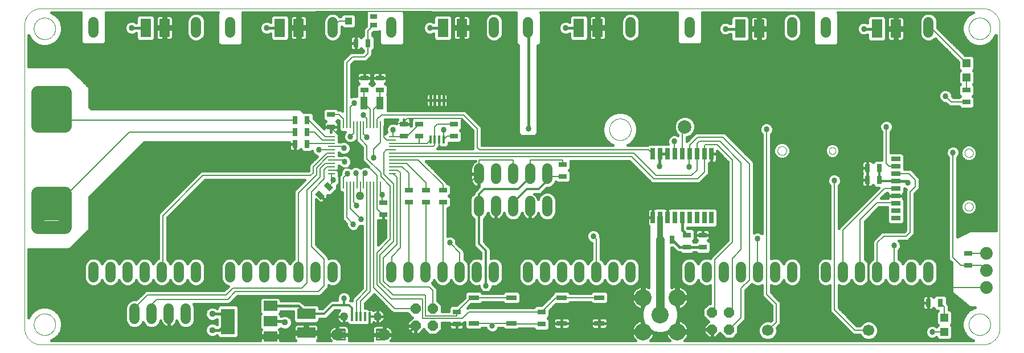
<source format=gtl>
G75*
%MOIN*%
%OFA0B0*%
%FSLAX25Y25*%
%IPPOS*%
%LPD*%
%AMOC8*
5,1,8,0,0,1.08239X$1,22.5*
%
%ADD10C,0.00000*%
%ADD11R,0.04724X0.03150*%
%ADD12R,0.06299X0.10630*%
%ADD13R,0.03150X0.04724*%
%ADD14R,0.00787X0.03937*%
%ADD15R,0.03937X0.00787*%
%ADD16R,0.01378X0.04724*%
%ADD17R,0.04724X0.04724*%
%ADD18R,0.06000X0.03000*%
%ADD19R,0.03150X0.07087*%
%ADD20R,0.02756X0.07087*%
%ADD21C,0.10000*%
%ADD22R,0.04331X0.03150*%
%ADD23R,0.04331X0.03937*%
%ADD24R,0.04331X0.07480*%
%ADD25C,0.06000*%
%ADD26R,0.07900X0.05900*%
%ADD27R,0.07900X0.15000*%
%ADD28R,0.10630X0.06299*%
%ADD29OC8,0.06000*%
%ADD30C,0.07795*%
%ADD31R,0.01378X0.05512*%
%ADD32R,0.05906X0.06102*%
%ADD33C,0.06791*%
%ADD34C,0.05020*%
%ADD35C,0.00800*%
%ADD36C,0.06693*%
%ADD37C,0.08661*%
%ADD38C,0.07874*%
%ADD39R,0.05512X0.02756*%
%ADD40R,0.07874X0.05512*%
%ADD41R,0.05512X0.05039*%
%ADD42R,0.05512X0.07677*%
%ADD43C,0.07400*%
%ADD44C,0.05000*%
%ADD45C,0.01600*%
%ADD46C,0.00700*%
%ADD47C,0.01200*%
%ADD48C,0.01400*%
%ADD49C,0.03369*%
%ADD50C,0.00600*%
%ADD51C,0.03762*%
%ADD52C,0.03200*%
%ADD53C,0.03000*%
%ADD54C,0.05000*%
D10*
X0011643Y0027404D02*
X0562824Y0027404D01*
X0562824Y0027403D02*
X0563062Y0027406D01*
X0563300Y0027414D01*
X0563537Y0027429D01*
X0563774Y0027449D01*
X0564010Y0027475D01*
X0564246Y0027506D01*
X0564481Y0027543D01*
X0564715Y0027586D01*
X0564948Y0027635D01*
X0565180Y0027689D01*
X0565410Y0027749D01*
X0565639Y0027814D01*
X0565866Y0027885D01*
X0566091Y0027961D01*
X0566314Y0028043D01*
X0566536Y0028130D01*
X0566755Y0028222D01*
X0566972Y0028320D01*
X0567186Y0028422D01*
X0567398Y0028530D01*
X0567608Y0028644D01*
X0567814Y0028762D01*
X0568018Y0028885D01*
X0568218Y0029013D01*
X0568415Y0029145D01*
X0568610Y0029283D01*
X0568800Y0029425D01*
X0568988Y0029572D01*
X0569171Y0029723D01*
X0569351Y0029878D01*
X0569527Y0030038D01*
X0569699Y0030202D01*
X0569868Y0030371D01*
X0570032Y0030543D01*
X0570192Y0030719D01*
X0570347Y0030899D01*
X0570498Y0031082D01*
X0570645Y0031270D01*
X0570787Y0031460D01*
X0570925Y0031655D01*
X0571057Y0031852D01*
X0571185Y0032052D01*
X0571308Y0032256D01*
X0571426Y0032462D01*
X0571540Y0032672D01*
X0571648Y0032884D01*
X0571750Y0033098D01*
X0571848Y0033315D01*
X0571940Y0033534D01*
X0572027Y0033756D01*
X0572109Y0033979D01*
X0572185Y0034204D01*
X0572256Y0034431D01*
X0572321Y0034660D01*
X0572381Y0034890D01*
X0572435Y0035122D01*
X0572484Y0035355D01*
X0572527Y0035589D01*
X0572564Y0035824D01*
X0572595Y0036060D01*
X0572621Y0036296D01*
X0572641Y0036533D01*
X0572656Y0036770D01*
X0572664Y0037008D01*
X0572667Y0037246D01*
X0572666Y0037246D02*
X0572666Y0214412D01*
X0572667Y0214412D02*
X0572664Y0214650D01*
X0572656Y0214888D01*
X0572641Y0215125D01*
X0572621Y0215362D01*
X0572595Y0215598D01*
X0572564Y0215834D01*
X0572527Y0216069D01*
X0572484Y0216303D01*
X0572435Y0216536D01*
X0572381Y0216768D01*
X0572321Y0216998D01*
X0572256Y0217227D01*
X0572185Y0217454D01*
X0572109Y0217679D01*
X0572027Y0217902D01*
X0571940Y0218124D01*
X0571848Y0218343D01*
X0571750Y0218560D01*
X0571648Y0218774D01*
X0571540Y0218986D01*
X0571426Y0219196D01*
X0571308Y0219402D01*
X0571185Y0219606D01*
X0571057Y0219806D01*
X0570925Y0220003D01*
X0570787Y0220198D01*
X0570645Y0220388D01*
X0570498Y0220576D01*
X0570347Y0220759D01*
X0570192Y0220939D01*
X0570032Y0221115D01*
X0569868Y0221287D01*
X0569699Y0221456D01*
X0569527Y0221620D01*
X0569351Y0221780D01*
X0569171Y0221935D01*
X0568988Y0222086D01*
X0568800Y0222233D01*
X0568610Y0222375D01*
X0568415Y0222513D01*
X0568218Y0222645D01*
X0568018Y0222773D01*
X0567814Y0222896D01*
X0567608Y0223014D01*
X0567398Y0223128D01*
X0567186Y0223236D01*
X0566972Y0223338D01*
X0566755Y0223436D01*
X0566536Y0223528D01*
X0566314Y0223615D01*
X0566091Y0223697D01*
X0565866Y0223773D01*
X0565639Y0223844D01*
X0565410Y0223909D01*
X0565180Y0223969D01*
X0564948Y0224023D01*
X0564715Y0224072D01*
X0564481Y0224115D01*
X0564246Y0224152D01*
X0564010Y0224183D01*
X0563774Y0224209D01*
X0563537Y0224229D01*
X0563300Y0224244D01*
X0563062Y0224252D01*
X0562824Y0224255D01*
X0562824Y0224254D02*
X0011643Y0224254D01*
X0011643Y0224255D02*
X0011405Y0224252D01*
X0011167Y0224244D01*
X0010930Y0224229D01*
X0010693Y0224209D01*
X0010457Y0224183D01*
X0010221Y0224152D01*
X0009986Y0224115D01*
X0009752Y0224072D01*
X0009519Y0224023D01*
X0009287Y0223969D01*
X0009057Y0223909D01*
X0008828Y0223844D01*
X0008601Y0223773D01*
X0008376Y0223697D01*
X0008153Y0223615D01*
X0007931Y0223528D01*
X0007712Y0223436D01*
X0007495Y0223338D01*
X0007281Y0223236D01*
X0007069Y0223128D01*
X0006859Y0223014D01*
X0006653Y0222896D01*
X0006449Y0222773D01*
X0006249Y0222645D01*
X0006052Y0222513D01*
X0005857Y0222375D01*
X0005667Y0222233D01*
X0005479Y0222086D01*
X0005296Y0221935D01*
X0005116Y0221780D01*
X0004940Y0221620D01*
X0004768Y0221456D01*
X0004599Y0221287D01*
X0004435Y0221115D01*
X0004275Y0220939D01*
X0004120Y0220759D01*
X0003969Y0220576D01*
X0003822Y0220388D01*
X0003680Y0220198D01*
X0003542Y0220003D01*
X0003410Y0219806D01*
X0003282Y0219606D01*
X0003159Y0219402D01*
X0003041Y0219196D01*
X0002927Y0218986D01*
X0002819Y0218774D01*
X0002717Y0218560D01*
X0002619Y0218343D01*
X0002527Y0218124D01*
X0002440Y0217902D01*
X0002358Y0217679D01*
X0002282Y0217454D01*
X0002211Y0217227D01*
X0002146Y0216998D01*
X0002086Y0216768D01*
X0002032Y0216536D01*
X0001983Y0216303D01*
X0001940Y0216069D01*
X0001903Y0215834D01*
X0001872Y0215598D01*
X0001846Y0215362D01*
X0001826Y0215125D01*
X0001811Y0214888D01*
X0001803Y0214650D01*
X0001800Y0214412D01*
X0001800Y0037246D01*
X0001803Y0037008D01*
X0001811Y0036770D01*
X0001826Y0036533D01*
X0001846Y0036296D01*
X0001872Y0036060D01*
X0001903Y0035824D01*
X0001940Y0035589D01*
X0001983Y0035355D01*
X0002032Y0035122D01*
X0002086Y0034890D01*
X0002146Y0034660D01*
X0002211Y0034431D01*
X0002282Y0034204D01*
X0002358Y0033979D01*
X0002440Y0033756D01*
X0002527Y0033534D01*
X0002619Y0033315D01*
X0002717Y0033098D01*
X0002819Y0032884D01*
X0002927Y0032672D01*
X0003041Y0032462D01*
X0003159Y0032256D01*
X0003282Y0032052D01*
X0003410Y0031852D01*
X0003542Y0031655D01*
X0003680Y0031460D01*
X0003822Y0031270D01*
X0003969Y0031082D01*
X0004120Y0030899D01*
X0004275Y0030719D01*
X0004435Y0030543D01*
X0004599Y0030371D01*
X0004768Y0030202D01*
X0004940Y0030038D01*
X0005116Y0029878D01*
X0005296Y0029723D01*
X0005479Y0029572D01*
X0005667Y0029425D01*
X0005857Y0029283D01*
X0006052Y0029145D01*
X0006249Y0029013D01*
X0006449Y0028885D01*
X0006653Y0028762D01*
X0006859Y0028644D01*
X0007069Y0028530D01*
X0007281Y0028422D01*
X0007495Y0028320D01*
X0007712Y0028222D01*
X0007931Y0028130D01*
X0008153Y0028043D01*
X0008376Y0027961D01*
X0008601Y0027885D01*
X0008828Y0027814D01*
X0009057Y0027749D01*
X0009287Y0027689D01*
X0009519Y0027635D01*
X0009752Y0027586D01*
X0009986Y0027543D01*
X0010221Y0027506D01*
X0010457Y0027475D01*
X0010693Y0027449D01*
X0010930Y0027429D01*
X0011167Y0027414D01*
X0011405Y0027406D01*
X0011643Y0027403D01*
X0007312Y0039215D02*
X0007314Y0039373D01*
X0007320Y0039531D01*
X0007330Y0039689D01*
X0007344Y0039847D01*
X0007362Y0040004D01*
X0007383Y0040161D01*
X0007409Y0040317D01*
X0007439Y0040473D01*
X0007472Y0040628D01*
X0007510Y0040781D01*
X0007551Y0040934D01*
X0007596Y0041086D01*
X0007645Y0041237D01*
X0007698Y0041386D01*
X0007754Y0041534D01*
X0007814Y0041680D01*
X0007878Y0041825D01*
X0007946Y0041968D01*
X0008017Y0042110D01*
X0008091Y0042250D01*
X0008169Y0042387D01*
X0008251Y0042523D01*
X0008335Y0042657D01*
X0008424Y0042788D01*
X0008515Y0042917D01*
X0008610Y0043044D01*
X0008707Y0043169D01*
X0008808Y0043291D01*
X0008912Y0043410D01*
X0009019Y0043527D01*
X0009129Y0043641D01*
X0009242Y0043752D01*
X0009357Y0043861D01*
X0009475Y0043966D01*
X0009596Y0044068D01*
X0009719Y0044168D01*
X0009845Y0044264D01*
X0009973Y0044357D01*
X0010103Y0044447D01*
X0010236Y0044533D01*
X0010371Y0044617D01*
X0010507Y0044696D01*
X0010646Y0044773D01*
X0010787Y0044845D01*
X0010929Y0044915D01*
X0011073Y0044980D01*
X0011219Y0045042D01*
X0011366Y0045100D01*
X0011515Y0045155D01*
X0011665Y0045206D01*
X0011816Y0045253D01*
X0011968Y0045296D01*
X0012121Y0045335D01*
X0012276Y0045371D01*
X0012431Y0045402D01*
X0012587Y0045430D01*
X0012743Y0045454D01*
X0012900Y0045474D01*
X0013058Y0045490D01*
X0013215Y0045502D01*
X0013374Y0045510D01*
X0013532Y0045514D01*
X0013690Y0045514D01*
X0013848Y0045510D01*
X0014007Y0045502D01*
X0014164Y0045490D01*
X0014322Y0045474D01*
X0014479Y0045454D01*
X0014635Y0045430D01*
X0014791Y0045402D01*
X0014946Y0045371D01*
X0015101Y0045335D01*
X0015254Y0045296D01*
X0015406Y0045253D01*
X0015557Y0045206D01*
X0015707Y0045155D01*
X0015856Y0045100D01*
X0016003Y0045042D01*
X0016149Y0044980D01*
X0016293Y0044915D01*
X0016435Y0044845D01*
X0016576Y0044773D01*
X0016715Y0044696D01*
X0016851Y0044617D01*
X0016986Y0044533D01*
X0017119Y0044447D01*
X0017249Y0044357D01*
X0017377Y0044264D01*
X0017503Y0044168D01*
X0017626Y0044068D01*
X0017747Y0043966D01*
X0017865Y0043861D01*
X0017980Y0043752D01*
X0018093Y0043641D01*
X0018203Y0043527D01*
X0018310Y0043410D01*
X0018414Y0043291D01*
X0018515Y0043169D01*
X0018612Y0043044D01*
X0018707Y0042917D01*
X0018798Y0042788D01*
X0018887Y0042657D01*
X0018971Y0042523D01*
X0019053Y0042387D01*
X0019131Y0042250D01*
X0019205Y0042110D01*
X0019276Y0041968D01*
X0019344Y0041825D01*
X0019408Y0041680D01*
X0019468Y0041534D01*
X0019524Y0041386D01*
X0019577Y0041237D01*
X0019626Y0041086D01*
X0019671Y0040934D01*
X0019712Y0040781D01*
X0019750Y0040628D01*
X0019783Y0040473D01*
X0019813Y0040317D01*
X0019839Y0040161D01*
X0019860Y0040004D01*
X0019878Y0039847D01*
X0019892Y0039689D01*
X0019902Y0039531D01*
X0019908Y0039373D01*
X0019910Y0039215D01*
X0019908Y0039057D01*
X0019902Y0038899D01*
X0019892Y0038741D01*
X0019878Y0038583D01*
X0019860Y0038426D01*
X0019839Y0038269D01*
X0019813Y0038113D01*
X0019783Y0037957D01*
X0019750Y0037802D01*
X0019712Y0037649D01*
X0019671Y0037496D01*
X0019626Y0037344D01*
X0019577Y0037193D01*
X0019524Y0037044D01*
X0019468Y0036896D01*
X0019408Y0036750D01*
X0019344Y0036605D01*
X0019276Y0036462D01*
X0019205Y0036320D01*
X0019131Y0036180D01*
X0019053Y0036043D01*
X0018971Y0035907D01*
X0018887Y0035773D01*
X0018798Y0035642D01*
X0018707Y0035513D01*
X0018612Y0035386D01*
X0018515Y0035261D01*
X0018414Y0035139D01*
X0018310Y0035020D01*
X0018203Y0034903D01*
X0018093Y0034789D01*
X0017980Y0034678D01*
X0017865Y0034569D01*
X0017747Y0034464D01*
X0017626Y0034362D01*
X0017503Y0034262D01*
X0017377Y0034166D01*
X0017249Y0034073D01*
X0017119Y0033983D01*
X0016986Y0033897D01*
X0016851Y0033813D01*
X0016715Y0033734D01*
X0016576Y0033657D01*
X0016435Y0033585D01*
X0016293Y0033515D01*
X0016149Y0033450D01*
X0016003Y0033388D01*
X0015856Y0033330D01*
X0015707Y0033275D01*
X0015557Y0033224D01*
X0015406Y0033177D01*
X0015254Y0033134D01*
X0015101Y0033095D01*
X0014946Y0033059D01*
X0014791Y0033028D01*
X0014635Y0033000D01*
X0014479Y0032976D01*
X0014322Y0032956D01*
X0014164Y0032940D01*
X0014007Y0032928D01*
X0013848Y0032920D01*
X0013690Y0032916D01*
X0013532Y0032916D01*
X0013374Y0032920D01*
X0013215Y0032928D01*
X0013058Y0032940D01*
X0012900Y0032956D01*
X0012743Y0032976D01*
X0012587Y0033000D01*
X0012431Y0033028D01*
X0012276Y0033059D01*
X0012121Y0033095D01*
X0011968Y0033134D01*
X0011816Y0033177D01*
X0011665Y0033224D01*
X0011515Y0033275D01*
X0011366Y0033330D01*
X0011219Y0033388D01*
X0011073Y0033450D01*
X0010929Y0033515D01*
X0010787Y0033585D01*
X0010646Y0033657D01*
X0010507Y0033734D01*
X0010371Y0033813D01*
X0010236Y0033897D01*
X0010103Y0033983D01*
X0009973Y0034073D01*
X0009845Y0034166D01*
X0009719Y0034262D01*
X0009596Y0034362D01*
X0009475Y0034464D01*
X0009357Y0034569D01*
X0009242Y0034678D01*
X0009129Y0034789D01*
X0009019Y0034903D01*
X0008912Y0035020D01*
X0008808Y0035139D01*
X0008707Y0035261D01*
X0008610Y0035386D01*
X0008515Y0035513D01*
X0008424Y0035642D01*
X0008335Y0035773D01*
X0008251Y0035907D01*
X0008169Y0036043D01*
X0008091Y0036180D01*
X0008017Y0036320D01*
X0007946Y0036462D01*
X0007878Y0036605D01*
X0007814Y0036750D01*
X0007754Y0036896D01*
X0007698Y0037044D01*
X0007645Y0037193D01*
X0007596Y0037344D01*
X0007551Y0037496D01*
X0007510Y0037649D01*
X0007472Y0037802D01*
X0007439Y0037957D01*
X0007409Y0038113D01*
X0007383Y0038269D01*
X0007362Y0038426D01*
X0007344Y0038583D01*
X0007330Y0038741D01*
X0007320Y0038899D01*
X0007314Y0039057D01*
X0007312Y0039215D01*
X0344147Y0153388D02*
X0344149Y0153546D01*
X0344155Y0153704D01*
X0344165Y0153862D01*
X0344179Y0154020D01*
X0344197Y0154177D01*
X0344218Y0154334D01*
X0344244Y0154490D01*
X0344274Y0154646D01*
X0344307Y0154801D01*
X0344345Y0154954D01*
X0344386Y0155107D01*
X0344431Y0155259D01*
X0344480Y0155410D01*
X0344533Y0155559D01*
X0344589Y0155707D01*
X0344649Y0155853D01*
X0344713Y0155998D01*
X0344781Y0156141D01*
X0344852Y0156283D01*
X0344926Y0156423D01*
X0345004Y0156560D01*
X0345086Y0156696D01*
X0345170Y0156830D01*
X0345259Y0156961D01*
X0345350Y0157090D01*
X0345445Y0157217D01*
X0345542Y0157342D01*
X0345643Y0157464D01*
X0345747Y0157583D01*
X0345854Y0157700D01*
X0345964Y0157814D01*
X0346077Y0157925D01*
X0346192Y0158034D01*
X0346310Y0158139D01*
X0346431Y0158241D01*
X0346554Y0158341D01*
X0346680Y0158437D01*
X0346808Y0158530D01*
X0346938Y0158620D01*
X0347071Y0158706D01*
X0347206Y0158790D01*
X0347342Y0158869D01*
X0347481Y0158946D01*
X0347622Y0159018D01*
X0347764Y0159088D01*
X0347908Y0159153D01*
X0348054Y0159215D01*
X0348201Y0159273D01*
X0348350Y0159328D01*
X0348500Y0159379D01*
X0348651Y0159426D01*
X0348803Y0159469D01*
X0348956Y0159508D01*
X0349111Y0159544D01*
X0349266Y0159575D01*
X0349422Y0159603D01*
X0349578Y0159627D01*
X0349735Y0159647D01*
X0349893Y0159663D01*
X0350050Y0159675D01*
X0350209Y0159683D01*
X0350367Y0159687D01*
X0350525Y0159687D01*
X0350683Y0159683D01*
X0350842Y0159675D01*
X0350999Y0159663D01*
X0351157Y0159647D01*
X0351314Y0159627D01*
X0351470Y0159603D01*
X0351626Y0159575D01*
X0351781Y0159544D01*
X0351936Y0159508D01*
X0352089Y0159469D01*
X0352241Y0159426D01*
X0352392Y0159379D01*
X0352542Y0159328D01*
X0352691Y0159273D01*
X0352838Y0159215D01*
X0352984Y0159153D01*
X0353128Y0159088D01*
X0353270Y0159018D01*
X0353411Y0158946D01*
X0353550Y0158869D01*
X0353686Y0158790D01*
X0353821Y0158706D01*
X0353954Y0158620D01*
X0354084Y0158530D01*
X0354212Y0158437D01*
X0354338Y0158341D01*
X0354461Y0158241D01*
X0354582Y0158139D01*
X0354700Y0158034D01*
X0354815Y0157925D01*
X0354928Y0157814D01*
X0355038Y0157700D01*
X0355145Y0157583D01*
X0355249Y0157464D01*
X0355350Y0157342D01*
X0355447Y0157217D01*
X0355542Y0157090D01*
X0355633Y0156961D01*
X0355722Y0156830D01*
X0355806Y0156696D01*
X0355888Y0156560D01*
X0355966Y0156423D01*
X0356040Y0156283D01*
X0356111Y0156141D01*
X0356179Y0155998D01*
X0356243Y0155853D01*
X0356303Y0155707D01*
X0356359Y0155559D01*
X0356412Y0155410D01*
X0356461Y0155259D01*
X0356506Y0155107D01*
X0356547Y0154954D01*
X0356585Y0154801D01*
X0356618Y0154646D01*
X0356648Y0154490D01*
X0356674Y0154334D01*
X0356695Y0154177D01*
X0356713Y0154020D01*
X0356727Y0153862D01*
X0356737Y0153704D01*
X0356743Y0153546D01*
X0356745Y0153388D01*
X0356743Y0153230D01*
X0356737Y0153072D01*
X0356727Y0152914D01*
X0356713Y0152756D01*
X0356695Y0152599D01*
X0356674Y0152442D01*
X0356648Y0152286D01*
X0356618Y0152130D01*
X0356585Y0151975D01*
X0356547Y0151822D01*
X0356506Y0151669D01*
X0356461Y0151517D01*
X0356412Y0151366D01*
X0356359Y0151217D01*
X0356303Y0151069D01*
X0356243Y0150923D01*
X0356179Y0150778D01*
X0356111Y0150635D01*
X0356040Y0150493D01*
X0355966Y0150353D01*
X0355888Y0150216D01*
X0355806Y0150080D01*
X0355722Y0149946D01*
X0355633Y0149815D01*
X0355542Y0149686D01*
X0355447Y0149559D01*
X0355350Y0149434D01*
X0355249Y0149312D01*
X0355145Y0149193D01*
X0355038Y0149076D01*
X0354928Y0148962D01*
X0354815Y0148851D01*
X0354700Y0148742D01*
X0354582Y0148637D01*
X0354461Y0148535D01*
X0354338Y0148435D01*
X0354212Y0148339D01*
X0354084Y0148246D01*
X0353954Y0148156D01*
X0353821Y0148070D01*
X0353686Y0147986D01*
X0353550Y0147907D01*
X0353411Y0147830D01*
X0353270Y0147758D01*
X0353128Y0147688D01*
X0352984Y0147623D01*
X0352838Y0147561D01*
X0352691Y0147503D01*
X0352542Y0147448D01*
X0352392Y0147397D01*
X0352241Y0147350D01*
X0352089Y0147307D01*
X0351936Y0147268D01*
X0351781Y0147232D01*
X0351626Y0147201D01*
X0351470Y0147173D01*
X0351314Y0147149D01*
X0351157Y0147129D01*
X0350999Y0147113D01*
X0350842Y0147101D01*
X0350683Y0147093D01*
X0350525Y0147089D01*
X0350367Y0147089D01*
X0350209Y0147093D01*
X0350050Y0147101D01*
X0349893Y0147113D01*
X0349735Y0147129D01*
X0349578Y0147149D01*
X0349422Y0147173D01*
X0349266Y0147201D01*
X0349111Y0147232D01*
X0348956Y0147268D01*
X0348803Y0147307D01*
X0348651Y0147350D01*
X0348500Y0147397D01*
X0348350Y0147448D01*
X0348201Y0147503D01*
X0348054Y0147561D01*
X0347908Y0147623D01*
X0347764Y0147688D01*
X0347622Y0147758D01*
X0347481Y0147830D01*
X0347342Y0147907D01*
X0347206Y0147986D01*
X0347071Y0148070D01*
X0346938Y0148156D01*
X0346808Y0148246D01*
X0346680Y0148339D01*
X0346554Y0148435D01*
X0346431Y0148535D01*
X0346310Y0148637D01*
X0346192Y0148742D01*
X0346077Y0148851D01*
X0345964Y0148962D01*
X0345854Y0149076D01*
X0345747Y0149193D01*
X0345643Y0149312D01*
X0345542Y0149434D01*
X0345445Y0149559D01*
X0345350Y0149686D01*
X0345259Y0149815D01*
X0345170Y0149946D01*
X0345086Y0150080D01*
X0345004Y0150216D01*
X0344926Y0150353D01*
X0344852Y0150493D01*
X0344781Y0150635D01*
X0344713Y0150778D01*
X0344649Y0150923D01*
X0344589Y0151069D01*
X0344533Y0151217D01*
X0344480Y0151366D01*
X0344431Y0151517D01*
X0344386Y0151669D01*
X0344345Y0151822D01*
X0344307Y0151975D01*
X0344274Y0152130D01*
X0344244Y0152286D01*
X0344218Y0152442D01*
X0344197Y0152599D01*
X0344179Y0152756D01*
X0344165Y0152914D01*
X0344155Y0153072D01*
X0344149Y0153230D01*
X0344147Y0153388D01*
X0442615Y0140904D02*
X0442617Y0141005D01*
X0442623Y0141106D01*
X0442633Y0141207D01*
X0442647Y0141307D01*
X0442665Y0141406D01*
X0442687Y0141505D01*
X0442712Y0141603D01*
X0442742Y0141700D01*
X0442775Y0141795D01*
X0442812Y0141889D01*
X0442853Y0141982D01*
X0442897Y0142073D01*
X0442945Y0142162D01*
X0442997Y0142249D01*
X0443052Y0142334D01*
X0443110Y0142416D01*
X0443171Y0142497D01*
X0443236Y0142575D01*
X0443303Y0142650D01*
X0443373Y0142722D01*
X0443447Y0142792D01*
X0443523Y0142859D01*
X0443601Y0142923D01*
X0443682Y0142983D01*
X0443765Y0143040D01*
X0443851Y0143094D01*
X0443939Y0143145D01*
X0444028Y0143192D01*
X0444119Y0143236D01*
X0444212Y0143275D01*
X0444307Y0143312D01*
X0444402Y0143344D01*
X0444499Y0143373D01*
X0444598Y0143397D01*
X0444696Y0143418D01*
X0444796Y0143435D01*
X0444896Y0143448D01*
X0444997Y0143457D01*
X0445098Y0143462D01*
X0445199Y0143463D01*
X0445300Y0143460D01*
X0445401Y0143453D01*
X0445502Y0143442D01*
X0445602Y0143427D01*
X0445701Y0143408D01*
X0445800Y0143385D01*
X0445897Y0143359D01*
X0445994Y0143328D01*
X0446089Y0143294D01*
X0446182Y0143256D01*
X0446275Y0143214D01*
X0446365Y0143169D01*
X0446454Y0143120D01*
X0446540Y0143068D01*
X0446624Y0143012D01*
X0446707Y0142953D01*
X0446786Y0142891D01*
X0446864Y0142826D01*
X0446938Y0142758D01*
X0447010Y0142686D01*
X0447079Y0142613D01*
X0447145Y0142536D01*
X0447208Y0142457D01*
X0447268Y0142375D01*
X0447324Y0142291D01*
X0447377Y0142205D01*
X0447427Y0142117D01*
X0447473Y0142027D01*
X0447516Y0141936D01*
X0447555Y0141842D01*
X0447590Y0141747D01*
X0447621Y0141651D01*
X0447649Y0141554D01*
X0447673Y0141456D01*
X0447693Y0141357D01*
X0447709Y0141257D01*
X0447721Y0141156D01*
X0447729Y0141056D01*
X0447733Y0140955D01*
X0447733Y0140853D01*
X0447729Y0140752D01*
X0447721Y0140652D01*
X0447709Y0140551D01*
X0447693Y0140451D01*
X0447673Y0140352D01*
X0447649Y0140254D01*
X0447621Y0140157D01*
X0447590Y0140061D01*
X0447555Y0139966D01*
X0447516Y0139872D01*
X0447473Y0139781D01*
X0447427Y0139691D01*
X0447377Y0139603D01*
X0447324Y0139517D01*
X0447268Y0139433D01*
X0447208Y0139351D01*
X0447145Y0139272D01*
X0447079Y0139195D01*
X0447010Y0139122D01*
X0446938Y0139050D01*
X0446864Y0138982D01*
X0446786Y0138917D01*
X0446707Y0138855D01*
X0446624Y0138796D01*
X0446540Y0138740D01*
X0446453Y0138688D01*
X0446365Y0138639D01*
X0446275Y0138594D01*
X0446182Y0138552D01*
X0446089Y0138514D01*
X0445994Y0138480D01*
X0445897Y0138449D01*
X0445800Y0138423D01*
X0445701Y0138400D01*
X0445602Y0138381D01*
X0445502Y0138366D01*
X0445401Y0138355D01*
X0445300Y0138348D01*
X0445199Y0138345D01*
X0445098Y0138346D01*
X0444997Y0138351D01*
X0444896Y0138360D01*
X0444796Y0138373D01*
X0444696Y0138390D01*
X0444598Y0138411D01*
X0444499Y0138435D01*
X0444402Y0138464D01*
X0444307Y0138496D01*
X0444212Y0138533D01*
X0444119Y0138572D01*
X0444028Y0138616D01*
X0443939Y0138663D01*
X0443851Y0138714D01*
X0443765Y0138768D01*
X0443682Y0138825D01*
X0443601Y0138885D01*
X0443523Y0138949D01*
X0443447Y0139016D01*
X0443373Y0139086D01*
X0443303Y0139158D01*
X0443236Y0139233D01*
X0443171Y0139311D01*
X0443110Y0139392D01*
X0443052Y0139474D01*
X0442997Y0139559D01*
X0442945Y0139646D01*
X0442897Y0139735D01*
X0442853Y0139826D01*
X0442812Y0139919D01*
X0442775Y0140013D01*
X0442742Y0140108D01*
X0442712Y0140205D01*
X0442687Y0140303D01*
X0442665Y0140402D01*
X0442647Y0140501D01*
X0442633Y0140601D01*
X0442623Y0140702D01*
X0442617Y0140803D01*
X0442615Y0140904D01*
X0472733Y0140904D02*
X0472735Y0140992D01*
X0472741Y0141080D01*
X0472751Y0141168D01*
X0472765Y0141256D01*
X0472782Y0141342D01*
X0472804Y0141428D01*
X0472829Y0141512D01*
X0472859Y0141596D01*
X0472891Y0141678D01*
X0472928Y0141758D01*
X0472968Y0141837D01*
X0473012Y0141914D01*
X0473059Y0141989D01*
X0473109Y0142061D01*
X0473163Y0142132D01*
X0473219Y0142199D01*
X0473279Y0142265D01*
X0473341Y0142327D01*
X0473407Y0142387D01*
X0473474Y0142443D01*
X0473545Y0142497D01*
X0473617Y0142547D01*
X0473692Y0142594D01*
X0473769Y0142638D01*
X0473848Y0142678D01*
X0473928Y0142715D01*
X0474010Y0142747D01*
X0474094Y0142777D01*
X0474178Y0142802D01*
X0474264Y0142824D01*
X0474350Y0142841D01*
X0474438Y0142855D01*
X0474526Y0142865D01*
X0474614Y0142871D01*
X0474702Y0142873D01*
X0474790Y0142871D01*
X0474878Y0142865D01*
X0474966Y0142855D01*
X0475054Y0142841D01*
X0475140Y0142824D01*
X0475226Y0142802D01*
X0475310Y0142777D01*
X0475394Y0142747D01*
X0475476Y0142715D01*
X0475556Y0142678D01*
X0475635Y0142638D01*
X0475712Y0142594D01*
X0475787Y0142547D01*
X0475859Y0142497D01*
X0475930Y0142443D01*
X0475997Y0142387D01*
X0476063Y0142327D01*
X0476125Y0142265D01*
X0476185Y0142199D01*
X0476241Y0142132D01*
X0476295Y0142061D01*
X0476345Y0141989D01*
X0476392Y0141914D01*
X0476436Y0141837D01*
X0476476Y0141758D01*
X0476513Y0141678D01*
X0476545Y0141596D01*
X0476575Y0141512D01*
X0476600Y0141428D01*
X0476622Y0141342D01*
X0476639Y0141256D01*
X0476653Y0141168D01*
X0476663Y0141080D01*
X0476669Y0140992D01*
X0476671Y0140904D01*
X0476669Y0140816D01*
X0476663Y0140728D01*
X0476653Y0140640D01*
X0476639Y0140552D01*
X0476622Y0140466D01*
X0476600Y0140380D01*
X0476575Y0140296D01*
X0476545Y0140212D01*
X0476513Y0140130D01*
X0476476Y0140050D01*
X0476436Y0139971D01*
X0476392Y0139894D01*
X0476345Y0139819D01*
X0476295Y0139747D01*
X0476241Y0139676D01*
X0476185Y0139609D01*
X0476125Y0139543D01*
X0476063Y0139481D01*
X0475997Y0139421D01*
X0475930Y0139365D01*
X0475859Y0139311D01*
X0475787Y0139261D01*
X0475712Y0139214D01*
X0475635Y0139170D01*
X0475556Y0139130D01*
X0475476Y0139093D01*
X0475394Y0139061D01*
X0475310Y0139031D01*
X0475226Y0139006D01*
X0475140Y0138984D01*
X0475054Y0138967D01*
X0474966Y0138953D01*
X0474878Y0138943D01*
X0474790Y0138937D01*
X0474702Y0138935D01*
X0474614Y0138937D01*
X0474526Y0138943D01*
X0474438Y0138953D01*
X0474350Y0138967D01*
X0474264Y0138984D01*
X0474178Y0139006D01*
X0474094Y0139031D01*
X0474010Y0139061D01*
X0473928Y0139093D01*
X0473848Y0139130D01*
X0473769Y0139170D01*
X0473692Y0139214D01*
X0473617Y0139261D01*
X0473545Y0139311D01*
X0473474Y0139365D01*
X0473407Y0139421D01*
X0473341Y0139481D01*
X0473279Y0139543D01*
X0473219Y0139609D01*
X0473163Y0139676D01*
X0473109Y0139747D01*
X0473059Y0139819D01*
X0473012Y0139894D01*
X0472968Y0139971D01*
X0472928Y0140050D01*
X0472891Y0140130D01*
X0472859Y0140212D01*
X0472829Y0140296D01*
X0472804Y0140380D01*
X0472782Y0140466D01*
X0472765Y0140552D01*
X0472751Y0140640D01*
X0472741Y0140728D01*
X0472735Y0140816D01*
X0472733Y0140904D01*
X0552134Y0139609D02*
X0552136Y0139708D01*
X0552142Y0139807D01*
X0552152Y0139906D01*
X0552166Y0140004D01*
X0552184Y0140101D01*
X0552206Y0140198D01*
X0552231Y0140294D01*
X0552261Y0140388D01*
X0552294Y0140482D01*
X0552331Y0140574D01*
X0552372Y0140664D01*
X0552416Y0140753D01*
X0552464Y0140839D01*
X0552515Y0140924D01*
X0552570Y0141007D01*
X0552628Y0141087D01*
X0552689Y0141165D01*
X0552753Y0141241D01*
X0552820Y0141314D01*
X0552890Y0141384D01*
X0552963Y0141451D01*
X0553039Y0141515D01*
X0553117Y0141576D01*
X0553197Y0141634D01*
X0553280Y0141689D01*
X0553364Y0141740D01*
X0553451Y0141788D01*
X0553540Y0141832D01*
X0553630Y0141873D01*
X0553722Y0141910D01*
X0553816Y0141943D01*
X0553910Y0141973D01*
X0554006Y0141998D01*
X0554103Y0142020D01*
X0554200Y0142038D01*
X0554298Y0142052D01*
X0554397Y0142062D01*
X0554496Y0142068D01*
X0554595Y0142070D01*
X0554694Y0142068D01*
X0554793Y0142062D01*
X0554892Y0142052D01*
X0554990Y0142038D01*
X0555087Y0142020D01*
X0555184Y0141998D01*
X0555280Y0141973D01*
X0555374Y0141943D01*
X0555468Y0141910D01*
X0555560Y0141873D01*
X0555650Y0141832D01*
X0555739Y0141788D01*
X0555825Y0141740D01*
X0555910Y0141689D01*
X0555993Y0141634D01*
X0556073Y0141576D01*
X0556151Y0141515D01*
X0556227Y0141451D01*
X0556300Y0141384D01*
X0556370Y0141314D01*
X0556437Y0141241D01*
X0556501Y0141165D01*
X0556562Y0141087D01*
X0556620Y0141007D01*
X0556675Y0140924D01*
X0556726Y0140840D01*
X0556774Y0140753D01*
X0556818Y0140664D01*
X0556859Y0140574D01*
X0556896Y0140482D01*
X0556929Y0140388D01*
X0556959Y0140294D01*
X0556984Y0140198D01*
X0557006Y0140101D01*
X0557024Y0140004D01*
X0557038Y0139906D01*
X0557048Y0139807D01*
X0557054Y0139708D01*
X0557056Y0139609D01*
X0557054Y0139510D01*
X0557048Y0139411D01*
X0557038Y0139312D01*
X0557024Y0139214D01*
X0557006Y0139117D01*
X0556984Y0139020D01*
X0556959Y0138924D01*
X0556929Y0138830D01*
X0556896Y0138736D01*
X0556859Y0138644D01*
X0556818Y0138554D01*
X0556774Y0138465D01*
X0556726Y0138379D01*
X0556675Y0138294D01*
X0556620Y0138211D01*
X0556562Y0138131D01*
X0556501Y0138053D01*
X0556437Y0137977D01*
X0556370Y0137904D01*
X0556300Y0137834D01*
X0556227Y0137767D01*
X0556151Y0137703D01*
X0556073Y0137642D01*
X0555993Y0137584D01*
X0555910Y0137529D01*
X0555826Y0137478D01*
X0555739Y0137430D01*
X0555650Y0137386D01*
X0555560Y0137345D01*
X0555468Y0137308D01*
X0555374Y0137275D01*
X0555280Y0137245D01*
X0555184Y0137220D01*
X0555087Y0137198D01*
X0554990Y0137180D01*
X0554892Y0137166D01*
X0554793Y0137156D01*
X0554694Y0137150D01*
X0554595Y0137148D01*
X0554496Y0137150D01*
X0554397Y0137156D01*
X0554298Y0137166D01*
X0554200Y0137180D01*
X0554103Y0137198D01*
X0554006Y0137220D01*
X0553910Y0137245D01*
X0553816Y0137275D01*
X0553722Y0137308D01*
X0553630Y0137345D01*
X0553540Y0137386D01*
X0553451Y0137430D01*
X0553365Y0137478D01*
X0553280Y0137529D01*
X0553197Y0137584D01*
X0553117Y0137642D01*
X0553039Y0137703D01*
X0552963Y0137767D01*
X0552890Y0137834D01*
X0552820Y0137904D01*
X0552753Y0137977D01*
X0552689Y0138053D01*
X0552628Y0138131D01*
X0552570Y0138211D01*
X0552515Y0138294D01*
X0552464Y0138378D01*
X0552416Y0138465D01*
X0552372Y0138554D01*
X0552331Y0138644D01*
X0552294Y0138736D01*
X0552261Y0138830D01*
X0552231Y0138924D01*
X0552206Y0139020D01*
X0552184Y0139117D01*
X0552166Y0139214D01*
X0552152Y0139312D01*
X0552142Y0139411D01*
X0552136Y0139510D01*
X0552134Y0139609D01*
X0552134Y0108113D02*
X0552136Y0108212D01*
X0552142Y0108311D01*
X0552152Y0108410D01*
X0552166Y0108508D01*
X0552184Y0108605D01*
X0552206Y0108702D01*
X0552231Y0108798D01*
X0552261Y0108892D01*
X0552294Y0108986D01*
X0552331Y0109078D01*
X0552372Y0109168D01*
X0552416Y0109257D01*
X0552464Y0109343D01*
X0552515Y0109428D01*
X0552570Y0109511D01*
X0552628Y0109591D01*
X0552689Y0109669D01*
X0552753Y0109745D01*
X0552820Y0109818D01*
X0552890Y0109888D01*
X0552963Y0109955D01*
X0553039Y0110019D01*
X0553117Y0110080D01*
X0553197Y0110138D01*
X0553280Y0110193D01*
X0553364Y0110244D01*
X0553451Y0110292D01*
X0553540Y0110336D01*
X0553630Y0110377D01*
X0553722Y0110414D01*
X0553816Y0110447D01*
X0553910Y0110477D01*
X0554006Y0110502D01*
X0554103Y0110524D01*
X0554200Y0110542D01*
X0554298Y0110556D01*
X0554397Y0110566D01*
X0554496Y0110572D01*
X0554595Y0110574D01*
X0554694Y0110572D01*
X0554793Y0110566D01*
X0554892Y0110556D01*
X0554990Y0110542D01*
X0555087Y0110524D01*
X0555184Y0110502D01*
X0555280Y0110477D01*
X0555374Y0110447D01*
X0555468Y0110414D01*
X0555560Y0110377D01*
X0555650Y0110336D01*
X0555739Y0110292D01*
X0555825Y0110244D01*
X0555910Y0110193D01*
X0555993Y0110138D01*
X0556073Y0110080D01*
X0556151Y0110019D01*
X0556227Y0109955D01*
X0556300Y0109888D01*
X0556370Y0109818D01*
X0556437Y0109745D01*
X0556501Y0109669D01*
X0556562Y0109591D01*
X0556620Y0109511D01*
X0556675Y0109428D01*
X0556726Y0109344D01*
X0556774Y0109257D01*
X0556818Y0109168D01*
X0556859Y0109078D01*
X0556896Y0108986D01*
X0556929Y0108892D01*
X0556959Y0108798D01*
X0556984Y0108702D01*
X0557006Y0108605D01*
X0557024Y0108508D01*
X0557038Y0108410D01*
X0557048Y0108311D01*
X0557054Y0108212D01*
X0557056Y0108113D01*
X0557054Y0108014D01*
X0557048Y0107915D01*
X0557038Y0107816D01*
X0557024Y0107718D01*
X0557006Y0107621D01*
X0556984Y0107524D01*
X0556959Y0107428D01*
X0556929Y0107334D01*
X0556896Y0107240D01*
X0556859Y0107148D01*
X0556818Y0107058D01*
X0556774Y0106969D01*
X0556726Y0106883D01*
X0556675Y0106798D01*
X0556620Y0106715D01*
X0556562Y0106635D01*
X0556501Y0106557D01*
X0556437Y0106481D01*
X0556370Y0106408D01*
X0556300Y0106338D01*
X0556227Y0106271D01*
X0556151Y0106207D01*
X0556073Y0106146D01*
X0555993Y0106088D01*
X0555910Y0106033D01*
X0555826Y0105982D01*
X0555739Y0105934D01*
X0555650Y0105890D01*
X0555560Y0105849D01*
X0555468Y0105812D01*
X0555374Y0105779D01*
X0555280Y0105749D01*
X0555184Y0105724D01*
X0555087Y0105702D01*
X0554990Y0105684D01*
X0554892Y0105670D01*
X0554793Y0105660D01*
X0554694Y0105654D01*
X0554595Y0105652D01*
X0554496Y0105654D01*
X0554397Y0105660D01*
X0554298Y0105670D01*
X0554200Y0105684D01*
X0554103Y0105702D01*
X0554006Y0105724D01*
X0553910Y0105749D01*
X0553816Y0105779D01*
X0553722Y0105812D01*
X0553630Y0105849D01*
X0553540Y0105890D01*
X0553451Y0105934D01*
X0553365Y0105982D01*
X0553280Y0106033D01*
X0553197Y0106088D01*
X0553117Y0106146D01*
X0553039Y0106207D01*
X0552963Y0106271D01*
X0552890Y0106338D01*
X0552820Y0106408D01*
X0552753Y0106481D01*
X0552689Y0106557D01*
X0552628Y0106635D01*
X0552570Y0106715D01*
X0552515Y0106798D01*
X0552464Y0106882D01*
X0552416Y0106969D01*
X0552372Y0107058D01*
X0552331Y0107148D01*
X0552294Y0107240D01*
X0552261Y0107334D01*
X0552231Y0107428D01*
X0552206Y0107524D01*
X0552184Y0107621D01*
X0552166Y0107718D01*
X0552152Y0107816D01*
X0552142Y0107915D01*
X0552136Y0108014D01*
X0552134Y0108113D01*
X0554556Y0039215D02*
X0554558Y0039373D01*
X0554564Y0039531D01*
X0554574Y0039689D01*
X0554588Y0039847D01*
X0554606Y0040004D01*
X0554627Y0040161D01*
X0554653Y0040317D01*
X0554683Y0040473D01*
X0554716Y0040628D01*
X0554754Y0040781D01*
X0554795Y0040934D01*
X0554840Y0041086D01*
X0554889Y0041237D01*
X0554942Y0041386D01*
X0554998Y0041534D01*
X0555058Y0041680D01*
X0555122Y0041825D01*
X0555190Y0041968D01*
X0555261Y0042110D01*
X0555335Y0042250D01*
X0555413Y0042387D01*
X0555495Y0042523D01*
X0555579Y0042657D01*
X0555668Y0042788D01*
X0555759Y0042917D01*
X0555854Y0043044D01*
X0555951Y0043169D01*
X0556052Y0043291D01*
X0556156Y0043410D01*
X0556263Y0043527D01*
X0556373Y0043641D01*
X0556486Y0043752D01*
X0556601Y0043861D01*
X0556719Y0043966D01*
X0556840Y0044068D01*
X0556963Y0044168D01*
X0557089Y0044264D01*
X0557217Y0044357D01*
X0557347Y0044447D01*
X0557480Y0044533D01*
X0557615Y0044617D01*
X0557751Y0044696D01*
X0557890Y0044773D01*
X0558031Y0044845D01*
X0558173Y0044915D01*
X0558317Y0044980D01*
X0558463Y0045042D01*
X0558610Y0045100D01*
X0558759Y0045155D01*
X0558909Y0045206D01*
X0559060Y0045253D01*
X0559212Y0045296D01*
X0559365Y0045335D01*
X0559520Y0045371D01*
X0559675Y0045402D01*
X0559831Y0045430D01*
X0559987Y0045454D01*
X0560144Y0045474D01*
X0560302Y0045490D01*
X0560459Y0045502D01*
X0560618Y0045510D01*
X0560776Y0045514D01*
X0560934Y0045514D01*
X0561092Y0045510D01*
X0561251Y0045502D01*
X0561408Y0045490D01*
X0561566Y0045474D01*
X0561723Y0045454D01*
X0561879Y0045430D01*
X0562035Y0045402D01*
X0562190Y0045371D01*
X0562345Y0045335D01*
X0562498Y0045296D01*
X0562650Y0045253D01*
X0562801Y0045206D01*
X0562951Y0045155D01*
X0563100Y0045100D01*
X0563247Y0045042D01*
X0563393Y0044980D01*
X0563537Y0044915D01*
X0563679Y0044845D01*
X0563820Y0044773D01*
X0563959Y0044696D01*
X0564095Y0044617D01*
X0564230Y0044533D01*
X0564363Y0044447D01*
X0564493Y0044357D01*
X0564621Y0044264D01*
X0564747Y0044168D01*
X0564870Y0044068D01*
X0564991Y0043966D01*
X0565109Y0043861D01*
X0565224Y0043752D01*
X0565337Y0043641D01*
X0565447Y0043527D01*
X0565554Y0043410D01*
X0565658Y0043291D01*
X0565759Y0043169D01*
X0565856Y0043044D01*
X0565951Y0042917D01*
X0566042Y0042788D01*
X0566131Y0042657D01*
X0566215Y0042523D01*
X0566297Y0042387D01*
X0566375Y0042250D01*
X0566449Y0042110D01*
X0566520Y0041968D01*
X0566588Y0041825D01*
X0566652Y0041680D01*
X0566712Y0041534D01*
X0566768Y0041386D01*
X0566821Y0041237D01*
X0566870Y0041086D01*
X0566915Y0040934D01*
X0566956Y0040781D01*
X0566994Y0040628D01*
X0567027Y0040473D01*
X0567057Y0040317D01*
X0567083Y0040161D01*
X0567104Y0040004D01*
X0567122Y0039847D01*
X0567136Y0039689D01*
X0567146Y0039531D01*
X0567152Y0039373D01*
X0567154Y0039215D01*
X0567152Y0039057D01*
X0567146Y0038899D01*
X0567136Y0038741D01*
X0567122Y0038583D01*
X0567104Y0038426D01*
X0567083Y0038269D01*
X0567057Y0038113D01*
X0567027Y0037957D01*
X0566994Y0037802D01*
X0566956Y0037649D01*
X0566915Y0037496D01*
X0566870Y0037344D01*
X0566821Y0037193D01*
X0566768Y0037044D01*
X0566712Y0036896D01*
X0566652Y0036750D01*
X0566588Y0036605D01*
X0566520Y0036462D01*
X0566449Y0036320D01*
X0566375Y0036180D01*
X0566297Y0036043D01*
X0566215Y0035907D01*
X0566131Y0035773D01*
X0566042Y0035642D01*
X0565951Y0035513D01*
X0565856Y0035386D01*
X0565759Y0035261D01*
X0565658Y0035139D01*
X0565554Y0035020D01*
X0565447Y0034903D01*
X0565337Y0034789D01*
X0565224Y0034678D01*
X0565109Y0034569D01*
X0564991Y0034464D01*
X0564870Y0034362D01*
X0564747Y0034262D01*
X0564621Y0034166D01*
X0564493Y0034073D01*
X0564363Y0033983D01*
X0564230Y0033897D01*
X0564095Y0033813D01*
X0563959Y0033734D01*
X0563820Y0033657D01*
X0563679Y0033585D01*
X0563537Y0033515D01*
X0563393Y0033450D01*
X0563247Y0033388D01*
X0563100Y0033330D01*
X0562951Y0033275D01*
X0562801Y0033224D01*
X0562650Y0033177D01*
X0562498Y0033134D01*
X0562345Y0033095D01*
X0562190Y0033059D01*
X0562035Y0033028D01*
X0561879Y0033000D01*
X0561723Y0032976D01*
X0561566Y0032956D01*
X0561408Y0032940D01*
X0561251Y0032928D01*
X0561092Y0032920D01*
X0560934Y0032916D01*
X0560776Y0032916D01*
X0560618Y0032920D01*
X0560459Y0032928D01*
X0560302Y0032940D01*
X0560144Y0032956D01*
X0559987Y0032976D01*
X0559831Y0033000D01*
X0559675Y0033028D01*
X0559520Y0033059D01*
X0559365Y0033095D01*
X0559212Y0033134D01*
X0559060Y0033177D01*
X0558909Y0033224D01*
X0558759Y0033275D01*
X0558610Y0033330D01*
X0558463Y0033388D01*
X0558317Y0033450D01*
X0558173Y0033515D01*
X0558031Y0033585D01*
X0557890Y0033657D01*
X0557751Y0033734D01*
X0557615Y0033813D01*
X0557480Y0033897D01*
X0557347Y0033983D01*
X0557217Y0034073D01*
X0557089Y0034166D01*
X0556963Y0034262D01*
X0556840Y0034362D01*
X0556719Y0034464D01*
X0556601Y0034569D01*
X0556486Y0034678D01*
X0556373Y0034789D01*
X0556263Y0034903D01*
X0556156Y0035020D01*
X0556052Y0035139D01*
X0555951Y0035261D01*
X0555854Y0035386D01*
X0555759Y0035513D01*
X0555668Y0035642D01*
X0555579Y0035773D01*
X0555495Y0035907D01*
X0555413Y0036043D01*
X0555335Y0036180D01*
X0555261Y0036320D01*
X0555190Y0036462D01*
X0555122Y0036605D01*
X0555058Y0036750D01*
X0554998Y0036896D01*
X0554942Y0037044D01*
X0554889Y0037193D01*
X0554840Y0037344D01*
X0554795Y0037496D01*
X0554754Y0037649D01*
X0554716Y0037802D01*
X0554683Y0037957D01*
X0554653Y0038113D01*
X0554627Y0038269D01*
X0554606Y0038426D01*
X0554588Y0038583D01*
X0554574Y0038741D01*
X0554564Y0038899D01*
X0554558Y0039057D01*
X0554556Y0039215D01*
X0554556Y0212443D02*
X0554558Y0212601D01*
X0554564Y0212759D01*
X0554574Y0212917D01*
X0554588Y0213075D01*
X0554606Y0213232D01*
X0554627Y0213389D01*
X0554653Y0213545D01*
X0554683Y0213701D01*
X0554716Y0213856D01*
X0554754Y0214009D01*
X0554795Y0214162D01*
X0554840Y0214314D01*
X0554889Y0214465D01*
X0554942Y0214614D01*
X0554998Y0214762D01*
X0555058Y0214908D01*
X0555122Y0215053D01*
X0555190Y0215196D01*
X0555261Y0215338D01*
X0555335Y0215478D01*
X0555413Y0215615D01*
X0555495Y0215751D01*
X0555579Y0215885D01*
X0555668Y0216016D01*
X0555759Y0216145D01*
X0555854Y0216272D01*
X0555951Y0216397D01*
X0556052Y0216519D01*
X0556156Y0216638D01*
X0556263Y0216755D01*
X0556373Y0216869D01*
X0556486Y0216980D01*
X0556601Y0217089D01*
X0556719Y0217194D01*
X0556840Y0217296D01*
X0556963Y0217396D01*
X0557089Y0217492D01*
X0557217Y0217585D01*
X0557347Y0217675D01*
X0557480Y0217761D01*
X0557615Y0217845D01*
X0557751Y0217924D01*
X0557890Y0218001D01*
X0558031Y0218073D01*
X0558173Y0218143D01*
X0558317Y0218208D01*
X0558463Y0218270D01*
X0558610Y0218328D01*
X0558759Y0218383D01*
X0558909Y0218434D01*
X0559060Y0218481D01*
X0559212Y0218524D01*
X0559365Y0218563D01*
X0559520Y0218599D01*
X0559675Y0218630D01*
X0559831Y0218658D01*
X0559987Y0218682D01*
X0560144Y0218702D01*
X0560302Y0218718D01*
X0560459Y0218730D01*
X0560618Y0218738D01*
X0560776Y0218742D01*
X0560934Y0218742D01*
X0561092Y0218738D01*
X0561251Y0218730D01*
X0561408Y0218718D01*
X0561566Y0218702D01*
X0561723Y0218682D01*
X0561879Y0218658D01*
X0562035Y0218630D01*
X0562190Y0218599D01*
X0562345Y0218563D01*
X0562498Y0218524D01*
X0562650Y0218481D01*
X0562801Y0218434D01*
X0562951Y0218383D01*
X0563100Y0218328D01*
X0563247Y0218270D01*
X0563393Y0218208D01*
X0563537Y0218143D01*
X0563679Y0218073D01*
X0563820Y0218001D01*
X0563959Y0217924D01*
X0564095Y0217845D01*
X0564230Y0217761D01*
X0564363Y0217675D01*
X0564493Y0217585D01*
X0564621Y0217492D01*
X0564747Y0217396D01*
X0564870Y0217296D01*
X0564991Y0217194D01*
X0565109Y0217089D01*
X0565224Y0216980D01*
X0565337Y0216869D01*
X0565447Y0216755D01*
X0565554Y0216638D01*
X0565658Y0216519D01*
X0565759Y0216397D01*
X0565856Y0216272D01*
X0565951Y0216145D01*
X0566042Y0216016D01*
X0566131Y0215885D01*
X0566215Y0215751D01*
X0566297Y0215615D01*
X0566375Y0215478D01*
X0566449Y0215338D01*
X0566520Y0215196D01*
X0566588Y0215053D01*
X0566652Y0214908D01*
X0566712Y0214762D01*
X0566768Y0214614D01*
X0566821Y0214465D01*
X0566870Y0214314D01*
X0566915Y0214162D01*
X0566956Y0214009D01*
X0566994Y0213856D01*
X0567027Y0213701D01*
X0567057Y0213545D01*
X0567083Y0213389D01*
X0567104Y0213232D01*
X0567122Y0213075D01*
X0567136Y0212917D01*
X0567146Y0212759D01*
X0567152Y0212601D01*
X0567154Y0212443D01*
X0567152Y0212285D01*
X0567146Y0212127D01*
X0567136Y0211969D01*
X0567122Y0211811D01*
X0567104Y0211654D01*
X0567083Y0211497D01*
X0567057Y0211341D01*
X0567027Y0211185D01*
X0566994Y0211030D01*
X0566956Y0210877D01*
X0566915Y0210724D01*
X0566870Y0210572D01*
X0566821Y0210421D01*
X0566768Y0210272D01*
X0566712Y0210124D01*
X0566652Y0209978D01*
X0566588Y0209833D01*
X0566520Y0209690D01*
X0566449Y0209548D01*
X0566375Y0209408D01*
X0566297Y0209271D01*
X0566215Y0209135D01*
X0566131Y0209001D01*
X0566042Y0208870D01*
X0565951Y0208741D01*
X0565856Y0208614D01*
X0565759Y0208489D01*
X0565658Y0208367D01*
X0565554Y0208248D01*
X0565447Y0208131D01*
X0565337Y0208017D01*
X0565224Y0207906D01*
X0565109Y0207797D01*
X0564991Y0207692D01*
X0564870Y0207590D01*
X0564747Y0207490D01*
X0564621Y0207394D01*
X0564493Y0207301D01*
X0564363Y0207211D01*
X0564230Y0207125D01*
X0564095Y0207041D01*
X0563959Y0206962D01*
X0563820Y0206885D01*
X0563679Y0206813D01*
X0563537Y0206743D01*
X0563393Y0206678D01*
X0563247Y0206616D01*
X0563100Y0206558D01*
X0562951Y0206503D01*
X0562801Y0206452D01*
X0562650Y0206405D01*
X0562498Y0206362D01*
X0562345Y0206323D01*
X0562190Y0206287D01*
X0562035Y0206256D01*
X0561879Y0206228D01*
X0561723Y0206204D01*
X0561566Y0206184D01*
X0561408Y0206168D01*
X0561251Y0206156D01*
X0561092Y0206148D01*
X0560934Y0206144D01*
X0560776Y0206144D01*
X0560618Y0206148D01*
X0560459Y0206156D01*
X0560302Y0206168D01*
X0560144Y0206184D01*
X0559987Y0206204D01*
X0559831Y0206228D01*
X0559675Y0206256D01*
X0559520Y0206287D01*
X0559365Y0206323D01*
X0559212Y0206362D01*
X0559060Y0206405D01*
X0558909Y0206452D01*
X0558759Y0206503D01*
X0558610Y0206558D01*
X0558463Y0206616D01*
X0558317Y0206678D01*
X0558173Y0206743D01*
X0558031Y0206813D01*
X0557890Y0206885D01*
X0557751Y0206962D01*
X0557615Y0207041D01*
X0557480Y0207125D01*
X0557347Y0207211D01*
X0557217Y0207301D01*
X0557089Y0207394D01*
X0556963Y0207490D01*
X0556840Y0207590D01*
X0556719Y0207692D01*
X0556601Y0207797D01*
X0556486Y0207906D01*
X0556373Y0208017D01*
X0556263Y0208131D01*
X0556156Y0208248D01*
X0556052Y0208367D01*
X0555951Y0208489D01*
X0555854Y0208614D01*
X0555759Y0208741D01*
X0555668Y0208870D01*
X0555579Y0209001D01*
X0555495Y0209135D01*
X0555413Y0209271D01*
X0555335Y0209408D01*
X0555261Y0209548D01*
X0555190Y0209690D01*
X0555122Y0209833D01*
X0555058Y0209978D01*
X0554998Y0210124D01*
X0554942Y0210272D01*
X0554889Y0210421D01*
X0554840Y0210572D01*
X0554795Y0210724D01*
X0554754Y0210877D01*
X0554716Y0211030D01*
X0554683Y0211185D01*
X0554653Y0211341D01*
X0554627Y0211497D01*
X0554606Y0211654D01*
X0554588Y0211811D01*
X0554574Y0211969D01*
X0554564Y0212127D01*
X0554558Y0212285D01*
X0554556Y0212443D01*
X0007312Y0212443D02*
X0007314Y0212601D01*
X0007320Y0212759D01*
X0007330Y0212917D01*
X0007344Y0213075D01*
X0007362Y0213232D01*
X0007383Y0213389D01*
X0007409Y0213545D01*
X0007439Y0213701D01*
X0007472Y0213856D01*
X0007510Y0214009D01*
X0007551Y0214162D01*
X0007596Y0214314D01*
X0007645Y0214465D01*
X0007698Y0214614D01*
X0007754Y0214762D01*
X0007814Y0214908D01*
X0007878Y0215053D01*
X0007946Y0215196D01*
X0008017Y0215338D01*
X0008091Y0215478D01*
X0008169Y0215615D01*
X0008251Y0215751D01*
X0008335Y0215885D01*
X0008424Y0216016D01*
X0008515Y0216145D01*
X0008610Y0216272D01*
X0008707Y0216397D01*
X0008808Y0216519D01*
X0008912Y0216638D01*
X0009019Y0216755D01*
X0009129Y0216869D01*
X0009242Y0216980D01*
X0009357Y0217089D01*
X0009475Y0217194D01*
X0009596Y0217296D01*
X0009719Y0217396D01*
X0009845Y0217492D01*
X0009973Y0217585D01*
X0010103Y0217675D01*
X0010236Y0217761D01*
X0010371Y0217845D01*
X0010507Y0217924D01*
X0010646Y0218001D01*
X0010787Y0218073D01*
X0010929Y0218143D01*
X0011073Y0218208D01*
X0011219Y0218270D01*
X0011366Y0218328D01*
X0011515Y0218383D01*
X0011665Y0218434D01*
X0011816Y0218481D01*
X0011968Y0218524D01*
X0012121Y0218563D01*
X0012276Y0218599D01*
X0012431Y0218630D01*
X0012587Y0218658D01*
X0012743Y0218682D01*
X0012900Y0218702D01*
X0013058Y0218718D01*
X0013215Y0218730D01*
X0013374Y0218738D01*
X0013532Y0218742D01*
X0013690Y0218742D01*
X0013848Y0218738D01*
X0014007Y0218730D01*
X0014164Y0218718D01*
X0014322Y0218702D01*
X0014479Y0218682D01*
X0014635Y0218658D01*
X0014791Y0218630D01*
X0014946Y0218599D01*
X0015101Y0218563D01*
X0015254Y0218524D01*
X0015406Y0218481D01*
X0015557Y0218434D01*
X0015707Y0218383D01*
X0015856Y0218328D01*
X0016003Y0218270D01*
X0016149Y0218208D01*
X0016293Y0218143D01*
X0016435Y0218073D01*
X0016576Y0218001D01*
X0016715Y0217924D01*
X0016851Y0217845D01*
X0016986Y0217761D01*
X0017119Y0217675D01*
X0017249Y0217585D01*
X0017377Y0217492D01*
X0017503Y0217396D01*
X0017626Y0217296D01*
X0017747Y0217194D01*
X0017865Y0217089D01*
X0017980Y0216980D01*
X0018093Y0216869D01*
X0018203Y0216755D01*
X0018310Y0216638D01*
X0018414Y0216519D01*
X0018515Y0216397D01*
X0018612Y0216272D01*
X0018707Y0216145D01*
X0018798Y0216016D01*
X0018887Y0215885D01*
X0018971Y0215751D01*
X0019053Y0215615D01*
X0019131Y0215478D01*
X0019205Y0215338D01*
X0019276Y0215196D01*
X0019344Y0215053D01*
X0019408Y0214908D01*
X0019468Y0214762D01*
X0019524Y0214614D01*
X0019577Y0214465D01*
X0019626Y0214314D01*
X0019671Y0214162D01*
X0019712Y0214009D01*
X0019750Y0213856D01*
X0019783Y0213701D01*
X0019813Y0213545D01*
X0019839Y0213389D01*
X0019860Y0213232D01*
X0019878Y0213075D01*
X0019892Y0212917D01*
X0019902Y0212759D01*
X0019908Y0212601D01*
X0019910Y0212443D01*
X0019908Y0212285D01*
X0019902Y0212127D01*
X0019892Y0211969D01*
X0019878Y0211811D01*
X0019860Y0211654D01*
X0019839Y0211497D01*
X0019813Y0211341D01*
X0019783Y0211185D01*
X0019750Y0211030D01*
X0019712Y0210877D01*
X0019671Y0210724D01*
X0019626Y0210572D01*
X0019577Y0210421D01*
X0019524Y0210272D01*
X0019468Y0210124D01*
X0019408Y0209978D01*
X0019344Y0209833D01*
X0019276Y0209690D01*
X0019205Y0209548D01*
X0019131Y0209408D01*
X0019053Y0209271D01*
X0018971Y0209135D01*
X0018887Y0209001D01*
X0018798Y0208870D01*
X0018707Y0208741D01*
X0018612Y0208614D01*
X0018515Y0208489D01*
X0018414Y0208367D01*
X0018310Y0208248D01*
X0018203Y0208131D01*
X0018093Y0208017D01*
X0017980Y0207906D01*
X0017865Y0207797D01*
X0017747Y0207692D01*
X0017626Y0207590D01*
X0017503Y0207490D01*
X0017377Y0207394D01*
X0017249Y0207301D01*
X0017119Y0207211D01*
X0016986Y0207125D01*
X0016851Y0207041D01*
X0016715Y0206962D01*
X0016576Y0206885D01*
X0016435Y0206813D01*
X0016293Y0206743D01*
X0016149Y0206678D01*
X0016003Y0206616D01*
X0015856Y0206558D01*
X0015707Y0206503D01*
X0015557Y0206452D01*
X0015406Y0206405D01*
X0015254Y0206362D01*
X0015101Y0206323D01*
X0014946Y0206287D01*
X0014791Y0206256D01*
X0014635Y0206228D01*
X0014479Y0206204D01*
X0014322Y0206184D01*
X0014164Y0206168D01*
X0014007Y0206156D01*
X0013848Y0206148D01*
X0013690Y0206144D01*
X0013532Y0206144D01*
X0013374Y0206148D01*
X0013215Y0206156D01*
X0013058Y0206168D01*
X0012900Y0206184D01*
X0012743Y0206204D01*
X0012587Y0206228D01*
X0012431Y0206256D01*
X0012276Y0206287D01*
X0012121Y0206323D01*
X0011968Y0206362D01*
X0011816Y0206405D01*
X0011665Y0206452D01*
X0011515Y0206503D01*
X0011366Y0206558D01*
X0011219Y0206616D01*
X0011073Y0206678D01*
X0010929Y0206743D01*
X0010787Y0206813D01*
X0010646Y0206885D01*
X0010507Y0206962D01*
X0010371Y0207041D01*
X0010236Y0207125D01*
X0010103Y0207211D01*
X0009973Y0207301D01*
X0009845Y0207394D01*
X0009719Y0207490D01*
X0009596Y0207590D01*
X0009475Y0207692D01*
X0009357Y0207797D01*
X0009242Y0207906D01*
X0009129Y0208017D01*
X0009019Y0208131D01*
X0008912Y0208248D01*
X0008808Y0208367D01*
X0008707Y0208489D01*
X0008610Y0208614D01*
X0008515Y0208741D01*
X0008424Y0208870D01*
X0008335Y0209001D01*
X0008251Y0209135D01*
X0008169Y0209271D01*
X0008091Y0209408D01*
X0008017Y0209548D01*
X0007946Y0209690D01*
X0007878Y0209833D01*
X0007814Y0209978D01*
X0007754Y0210124D01*
X0007698Y0210272D01*
X0007645Y0210421D01*
X0007596Y0210572D01*
X0007551Y0210724D01*
X0007510Y0210877D01*
X0007472Y0211030D01*
X0007439Y0211185D01*
X0007409Y0211341D01*
X0007383Y0211497D01*
X0007362Y0211654D01*
X0007344Y0211811D01*
X0007330Y0211969D01*
X0007320Y0212127D01*
X0007314Y0212285D01*
X0007312Y0212443D01*
D11*
X0181300Y0162047D03*
X0181300Y0154961D03*
X0223800Y0156447D03*
X0232800Y0156447D03*
X0232800Y0149361D03*
X0223800Y0149361D03*
X0253300Y0149361D03*
X0253300Y0156447D03*
X0209800Y0176361D03*
X0200800Y0176361D03*
X0200800Y0183447D03*
X0209800Y0183447D03*
X0316800Y0132947D03*
X0316800Y0125861D03*
X0246700Y0117947D03*
X0236700Y0117947D03*
X0226800Y0117947D03*
X0226800Y0110861D03*
X0236700Y0110861D03*
X0246700Y0110861D03*
X0211800Y0110447D03*
X0211800Y0103361D03*
X0254800Y0046447D03*
X0254800Y0039361D03*
X0304400Y0039361D03*
X0304400Y0046447D03*
X0389600Y0084461D03*
X0398800Y0084461D03*
X0398800Y0091547D03*
X0389600Y0091547D03*
X0554300Y0080947D03*
X0554300Y0073861D03*
X0553300Y0169361D03*
X0553300Y0176447D03*
D12*
X0511812Y0212404D03*
X0500788Y0212404D03*
X0431812Y0212404D03*
X0420788Y0212404D03*
X0337312Y0212904D03*
X0326288Y0212904D03*
X0257812Y0212904D03*
X0246788Y0212904D03*
X0162312Y0212904D03*
X0151288Y0212904D03*
X0083812Y0212904D03*
X0072788Y0212904D03*
D13*
X0195757Y0203904D03*
X0202843Y0203904D03*
X0167343Y0158904D03*
X0160257Y0158904D03*
X0160257Y0151904D03*
X0167343Y0151904D03*
X0167343Y0144904D03*
X0160257Y0144904D03*
G36*
X0177022Y0120465D02*
X0179249Y0122692D01*
X0182588Y0119353D01*
X0180361Y0117126D01*
X0177022Y0120465D01*
G37*
G36*
X0172012Y0115454D02*
X0174239Y0117681D01*
X0177578Y0114342D01*
X0175351Y0112115D01*
X0172012Y0115454D01*
G37*
X0373757Y0088904D03*
X0380843Y0088904D03*
X0495257Y0123904D03*
X0502343Y0123904D03*
X0502343Y0130904D03*
X0495257Y0130904D03*
X0530757Y0051904D03*
X0537843Y0051904D03*
D14*
X0210194Y0120703D03*
X0208225Y0120703D03*
X0206257Y0120703D03*
X0204288Y0120703D03*
X0202320Y0120703D03*
X0200351Y0120703D03*
X0198383Y0120703D03*
X0196414Y0120703D03*
X0194446Y0120703D03*
X0192477Y0120703D03*
X0190509Y0120703D03*
X0188540Y0120703D03*
X0188540Y0156136D03*
X0190509Y0156136D03*
X0192477Y0156136D03*
X0194446Y0156136D03*
X0196414Y0156136D03*
X0198383Y0156136D03*
X0200351Y0156136D03*
X0202320Y0156136D03*
X0204288Y0156136D03*
X0206257Y0156136D03*
X0208225Y0156136D03*
X0210194Y0156136D03*
D15*
X0217083Y0149246D03*
X0217083Y0147278D03*
X0217083Y0145309D03*
X0217083Y0143341D03*
X0217083Y0141372D03*
X0217083Y0139404D03*
X0217083Y0137435D03*
X0217083Y0135467D03*
X0217083Y0133498D03*
X0217083Y0131530D03*
X0217083Y0129561D03*
X0217083Y0127593D03*
X0181650Y0127593D03*
X0181650Y0129561D03*
X0181650Y0131530D03*
X0181650Y0133498D03*
X0181650Y0135467D03*
X0181650Y0137435D03*
X0181650Y0139404D03*
X0181650Y0141372D03*
X0181650Y0143341D03*
X0181650Y0145309D03*
X0181650Y0147278D03*
X0181650Y0149246D03*
D16*
X0239461Y0147388D03*
X0242020Y0147388D03*
X0244580Y0147388D03*
X0247139Y0147388D03*
X0247139Y0170420D03*
X0244580Y0170420D03*
X0242020Y0170420D03*
X0239461Y0170420D03*
D17*
X0553300Y0183770D03*
X0553300Y0192038D03*
X0540300Y0043038D03*
X0540300Y0034770D03*
D18*
X0338300Y0039904D03*
X0316300Y0039904D03*
X0316300Y0054904D03*
X0338300Y0054904D03*
X0286800Y0054904D03*
X0264800Y0054904D03*
X0264800Y0039904D03*
X0286800Y0039904D03*
D19*
X0373805Y0101691D03*
X0378135Y0101691D03*
X0382466Y0101691D03*
X0386797Y0101691D03*
X0391128Y0101691D03*
X0395458Y0101691D03*
X0399789Y0101691D03*
X0399789Y0139092D03*
X0395458Y0139092D03*
X0391128Y0139092D03*
X0386797Y0139092D03*
X0382466Y0139092D03*
X0378135Y0139092D03*
X0373805Y0139092D03*
D20*
X0369671Y0139092D03*
X0403923Y0139092D03*
X0403923Y0101691D03*
X0369671Y0101691D03*
D21*
X0363847Y0054904D03*
X0383847Y0054904D03*
X0373847Y0044904D03*
X0363847Y0034904D03*
X0383847Y0034904D03*
D22*
X0206162Y0214345D03*
X0206162Y0219463D03*
D23*
X0191477Y0216865D03*
D24*
X0200576Y0168904D03*
X0210024Y0168904D03*
D25*
X0267800Y0130404D02*
X0267800Y0124404D01*
X0277800Y0124404D02*
X0277800Y0130404D01*
X0287800Y0130404D02*
X0287800Y0124404D01*
X0297800Y0124404D02*
X0297800Y0130404D01*
X0307800Y0130404D02*
X0307800Y0124404D01*
X0307800Y0111404D02*
X0307800Y0105404D01*
X0297800Y0105404D02*
X0297800Y0111404D01*
X0287800Y0111404D02*
X0287800Y0105404D01*
X0277800Y0105404D02*
X0277800Y0111404D01*
X0267800Y0111404D02*
X0267800Y0105404D01*
X0266682Y0072924D02*
X0266682Y0066924D01*
X0276682Y0066924D02*
X0276682Y0072924D01*
X0296603Y0072924D02*
X0296603Y0066924D01*
X0306603Y0066924D02*
X0306603Y0072924D01*
X0316603Y0072924D02*
X0316603Y0066924D01*
X0326603Y0066924D02*
X0326603Y0072924D01*
X0336603Y0072924D02*
X0336603Y0066924D01*
X0346603Y0066924D02*
X0346603Y0072924D01*
X0356603Y0072924D02*
X0356603Y0066924D01*
X0391091Y0066924D02*
X0391091Y0072924D01*
X0401091Y0072924D02*
X0401091Y0066924D01*
X0411091Y0066924D02*
X0411091Y0072924D01*
X0421091Y0072924D02*
X0421091Y0066924D01*
X0431091Y0066924D02*
X0431091Y0072924D01*
X0441091Y0072924D02*
X0441091Y0066924D01*
X0451091Y0066924D02*
X0451091Y0072924D01*
X0471013Y0072924D02*
X0471013Y0066924D01*
X0481013Y0066924D02*
X0481013Y0072924D01*
X0491013Y0072924D02*
X0491013Y0066924D01*
X0501013Y0066924D02*
X0501013Y0072924D01*
X0511013Y0072924D02*
X0511013Y0066924D01*
X0521013Y0066924D02*
X0521013Y0072924D01*
X0531013Y0072924D02*
X0531013Y0066924D01*
X0256682Y0066924D02*
X0256682Y0072924D01*
X0246682Y0072924D02*
X0246682Y0066924D01*
X0236682Y0066924D02*
X0236682Y0072924D01*
X0226682Y0072924D02*
X0226682Y0066924D01*
X0216682Y0066924D02*
X0216682Y0072924D01*
X0182194Y0072924D02*
X0182194Y0066924D01*
X0172194Y0066924D02*
X0172194Y0072924D01*
X0162194Y0072924D02*
X0162194Y0066924D01*
X0152194Y0066924D02*
X0152194Y0072924D01*
X0142194Y0072924D02*
X0142194Y0066924D01*
X0132194Y0066924D02*
X0132194Y0072924D01*
X0122194Y0072924D02*
X0122194Y0066924D01*
X0102272Y0066924D02*
X0102272Y0072924D01*
X0092272Y0072924D02*
X0092272Y0066924D01*
X0082272Y0066924D02*
X0082272Y0072924D01*
X0072272Y0072924D02*
X0072272Y0066924D01*
X0062272Y0066924D02*
X0062272Y0072924D01*
X0052272Y0072924D02*
X0052272Y0066924D01*
X0042272Y0066924D02*
X0042272Y0072924D01*
X0066300Y0048404D02*
X0066300Y0042404D01*
X0076300Y0042404D02*
X0076300Y0048404D01*
X0086300Y0048404D02*
X0086300Y0042404D01*
X0096300Y0042404D02*
X0096300Y0048404D01*
X0092272Y0210231D02*
X0092272Y0216231D01*
X0102272Y0216231D02*
X0102272Y0210231D01*
X0122194Y0210231D02*
X0122194Y0216231D01*
X0172194Y0216231D02*
X0172194Y0210231D01*
X0182194Y0210231D02*
X0182194Y0216231D01*
X0216682Y0216231D02*
X0216682Y0210231D01*
X0266682Y0210231D02*
X0266682Y0216231D01*
X0276682Y0216231D02*
X0276682Y0210231D01*
X0296603Y0210231D02*
X0296603Y0216231D01*
X0346603Y0216231D02*
X0346603Y0210231D01*
X0356603Y0210231D02*
X0356603Y0216231D01*
X0391091Y0216231D02*
X0391091Y0210231D01*
X0441091Y0210231D02*
X0441091Y0216231D01*
X0451091Y0216231D02*
X0451091Y0210231D01*
X0471013Y0210231D02*
X0471013Y0216231D01*
X0521013Y0216231D02*
X0521013Y0210231D01*
X0531013Y0210231D02*
X0531013Y0216231D01*
X0042272Y0216231D02*
X0042272Y0210231D01*
D26*
X0145700Y0050004D03*
X0145700Y0041004D03*
X0145700Y0032004D03*
D27*
X0120900Y0040904D03*
D28*
X0166800Y0045416D03*
X0166800Y0034392D03*
D29*
X0230800Y0038404D03*
X0240800Y0038404D03*
X0240800Y0048404D03*
X0230800Y0048404D03*
X0404280Y0046183D03*
X0414280Y0046183D03*
X0414280Y0036183D03*
X0404280Y0036183D03*
D30*
X0025462Y0096262D02*
X0009634Y0096262D01*
X0009634Y0116026D01*
X0025462Y0116026D01*
X0025462Y0096262D01*
X0025462Y0104056D02*
X0009634Y0104056D01*
X0009634Y0111850D02*
X0025462Y0111850D01*
X0025462Y0155317D02*
X0009634Y0155317D01*
X0009634Y0175081D01*
X0025462Y0175081D01*
X0025462Y0155317D01*
X0025462Y0163111D02*
X0009634Y0163111D01*
X0009634Y0170905D02*
X0025462Y0170905D01*
D31*
X0193532Y0043743D03*
X0196091Y0043743D03*
X0198650Y0043743D03*
X0201209Y0043743D03*
X0203769Y0043743D03*
D32*
X0202587Y0033309D03*
X0194713Y0033309D03*
D33*
X0184871Y0033309D03*
X0212430Y0033309D03*
D34*
X0208493Y0043939D03*
X0188808Y0043939D03*
D35*
X0196091Y0043743D02*
X0196091Y0053195D01*
X0202320Y0059424D01*
X0202320Y0120703D01*
X0204288Y0120703D02*
X0204288Y0058392D01*
X0198650Y0052754D01*
X0198650Y0043743D01*
X0189595Y0036459D02*
X0185265Y0036459D01*
X0184650Y0036399D01*
X0184059Y0036219D01*
X0183515Y0035928D01*
X0183037Y0035537D01*
X0182646Y0035059D01*
X0182355Y0034515D01*
X0182175Y0033924D01*
X0182115Y0033309D01*
X0182175Y0032695D01*
X0182355Y0032104D01*
X0182646Y0031560D01*
X0183037Y0031082D01*
X0183515Y0030691D01*
X0184059Y0030400D01*
X0184650Y0030220D01*
X0185265Y0030160D01*
X0189595Y0030160D01*
X0189595Y0036459D01*
X0189595Y0036188D02*
X0184000Y0036188D01*
X0182916Y0035389D02*
X0189595Y0035389D01*
X0189595Y0034591D02*
X0182395Y0034591D01*
X0182162Y0033792D02*
X0189595Y0033792D01*
X0189595Y0032994D02*
X0182146Y0032994D01*
X0182327Y0032195D02*
X0189595Y0032195D01*
X0189595Y0031396D02*
X0182780Y0031396D01*
X0183688Y0030598D02*
X0189595Y0030598D01*
X0207706Y0030598D02*
X0213613Y0030598D01*
X0213786Y0030691D02*
X0213242Y0030400D01*
X0212651Y0030220D01*
X0212036Y0030160D01*
X0207706Y0030160D01*
X0207706Y0036459D01*
X0212036Y0036459D01*
X0212651Y0036399D01*
X0213242Y0036219D01*
X0213786Y0035928D01*
X0214263Y0035537D01*
X0214655Y0035059D01*
X0214946Y0034515D01*
X0215125Y0033924D01*
X0215186Y0033309D01*
X0215125Y0032695D01*
X0214946Y0032104D01*
X0214655Y0031560D01*
X0214263Y0031082D01*
X0213786Y0030691D01*
X0214521Y0031396D02*
X0207706Y0031396D01*
X0207706Y0032195D02*
X0214974Y0032195D01*
X0215155Y0032994D02*
X0207706Y0032994D01*
X0207706Y0033792D02*
X0215138Y0033792D01*
X0214906Y0034591D02*
X0207706Y0034591D01*
X0207706Y0035389D02*
X0214384Y0035389D01*
X0213301Y0036188D02*
X0207706Y0036188D01*
X0218600Y0048404D02*
X0230800Y0048404D01*
X0240800Y0048404D02*
X0240800Y0059304D01*
X0239000Y0061104D01*
X0215400Y0061104D01*
X0211900Y0064604D01*
X0211900Y0078204D01*
X0219800Y0086104D01*
X0219800Y0125376D01*
X0217583Y0127593D01*
X0217083Y0127593D01*
X0217083Y0129561D02*
X0220343Y0129561D01*
X0221800Y0128104D01*
X0221800Y0084004D01*
X0216700Y0078904D01*
X0216700Y0069942D01*
X0216682Y0069924D01*
X0210000Y0063804D02*
X0210000Y0079904D01*
X0217800Y0087704D01*
X0217800Y0121604D01*
X0212200Y0127204D01*
X0212200Y0139904D01*
X0213669Y0141372D01*
X0217083Y0141372D01*
X0217083Y0139404D02*
X0315300Y0139404D01*
X0358400Y0139404D01*
X0371400Y0126404D01*
X0392300Y0126404D01*
X0395458Y0129562D01*
X0395458Y0139092D01*
X0395458Y0145062D01*
X0396800Y0146404D01*
X0408800Y0146404D01*
X0421300Y0133904D01*
X0421300Y0083104D01*
X0416100Y0077904D01*
X0416100Y0048003D01*
X0414280Y0046183D01*
X0421300Y0043203D02*
X0414280Y0036183D01*
X0421300Y0043203D02*
X0421300Y0060404D01*
X0426200Y0065304D01*
X0426200Y0133304D01*
X0410600Y0148904D01*
X0395800Y0148904D01*
X0391128Y0144231D01*
X0391128Y0139092D01*
X0390800Y0138765D01*
X0390800Y0131404D01*
X0395800Y0124404D02*
X0399789Y0128393D01*
X0399789Y0139092D01*
X0399789Y0143893D01*
X0400300Y0144404D01*
X0407300Y0144404D01*
X0416300Y0135404D01*
X0416300Y0087504D01*
X0406000Y0077204D01*
X0406000Y0047903D01*
X0404280Y0046183D01*
X0406100Y0048003D01*
X0436100Y0056904D02*
X0441800Y0051204D01*
X0441800Y0040632D01*
X0436839Y0035672D01*
X0475800Y0047904D02*
X0487800Y0035904D01*
X0495662Y0035904D01*
X0495894Y0035672D01*
X0491957Y0045514D02*
X0491957Y0057061D01*
X0496000Y0061104D01*
X0491013Y0069924D02*
X0491013Y0100617D01*
X0500800Y0110404D01*
X0511477Y0110404D01*
X0511800Y0110081D01*
X0511800Y0118743D02*
X0511639Y0118904D01*
X0505300Y0118904D01*
X0481013Y0094617D01*
X0481013Y0069924D01*
X0501013Y0069924D02*
X0501013Y0087117D01*
X0504800Y0090904D01*
X0517900Y0090904D01*
X0520200Y0093204D01*
X0520200Y0116804D01*
X0523300Y0119904D01*
X0523300Y0123704D01*
X0519600Y0127404D01*
X0511800Y0127404D01*
X0511800Y0131735D02*
X0511631Y0131904D01*
X0507800Y0131904D01*
X0506300Y0133404D01*
X0506300Y0154904D01*
X0540800Y0172904D02*
X0544343Y0169361D01*
X0553300Y0169361D01*
X0553300Y0176447D02*
X0553300Y0183770D01*
X0553300Y0192038D02*
X0532107Y0213231D01*
X0531013Y0213231D01*
X0388300Y0154904D02*
X0386797Y0153401D01*
X0386797Y0139092D01*
X0382466Y0139092D02*
X0382300Y0139258D01*
X0382300Y0146404D01*
X0369671Y0139092D02*
X0367359Y0141404D01*
X0268300Y0141404D01*
X0266800Y0142904D01*
X0266800Y0153904D01*
X0258800Y0161904D01*
X0210800Y0161904D01*
X0208225Y0159329D01*
X0208225Y0156136D01*
X0206257Y0156136D02*
X0206257Y0165136D01*
X0210024Y0168904D01*
X0210024Y0176136D01*
X0209800Y0176361D01*
X0200800Y0176361D02*
X0200576Y0176136D01*
X0200576Y0168904D01*
X0204288Y0165191D01*
X0204288Y0156136D01*
X0202320Y0156136D02*
X0202320Y0159884D01*
X0200300Y0161904D01*
X0194800Y0168904D02*
X0192477Y0166581D01*
X0192477Y0156136D01*
X0190509Y0156136D02*
X0190509Y0192613D01*
X0193800Y0195904D01*
X0200800Y0195904D01*
X0202800Y0197904D01*
X0202800Y0203861D01*
X0202843Y0203904D01*
X0202843Y0211026D01*
X0206162Y0214345D01*
X0191477Y0216865D02*
X0185828Y0216865D01*
X0182194Y0213231D01*
X0172194Y0213231D02*
X0172194Y0222404D01*
X0240300Y0222404D01*
X0185900Y0162104D02*
X0181357Y0162104D01*
X0181300Y0162047D01*
X0185900Y0162104D02*
X0188540Y0159464D01*
X0188540Y0156136D01*
X0194446Y0156136D02*
X0194446Y0151150D01*
X0192600Y0149304D01*
X0189800Y0145904D02*
X0196414Y0145904D01*
X0196414Y0131404D01*
X0203300Y0131404D01*
X0208300Y0126404D01*
X0208300Y0120778D01*
X0208225Y0120703D01*
X0206257Y0120703D02*
X0206257Y0060747D01*
X0218600Y0048404D01*
X0216400Y0054104D02*
X0231700Y0054104D01*
X0231900Y0054104D01*
X0233600Y0056404D02*
X0217400Y0056404D01*
X0210000Y0063804D01*
X0208100Y0062404D02*
X0208100Y0081245D01*
X0215900Y0089045D01*
X0215900Y0120304D01*
X0210400Y0125804D01*
X0210400Y0128104D01*
X0202300Y0136204D01*
X0202300Y0143904D01*
X0198383Y0147821D01*
X0198383Y0156136D01*
X0200351Y0156136D02*
X0200351Y0150853D01*
X0202300Y0148904D01*
X0196414Y0145904D02*
X0196414Y0156136D01*
X0210194Y0156136D02*
X0210194Y0145798D01*
X0206300Y0141904D01*
X0206300Y0136904D01*
X0217083Y0137435D02*
X0331300Y0137435D01*
X0331800Y0137435D01*
X0331300Y0137435D02*
X0357069Y0137435D01*
X0370100Y0124404D01*
X0395800Y0124404D01*
X0395500Y0139050D02*
X0395458Y0139092D01*
X0436100Y0153404D02*
X0436100Y0056904D01*
X0431091Y0069924D02*
X0430800Y0069924D01*
X0430800Y0089404D01*
X0496000Y0091604D02*
X0500400Y0096004D01*
X0515164Y0096004D01*
X0515225Y0096065D01*
X0510800Y0085404D02*
X0510800Y0069924D01*
X0511013Y0069924D01*
X0545300Y0078404D02*
X0549800Y0073904D01*
X0554257Y0073904D01*
X0554300Y0073861D01*
X0545300Y0078404D02*
X0545300Y0139904D01*
X0475800Y0123404D02*
X0475800Y0047904D01*
X0533100Y0034804D02*
X0540266Y0034804D01*
X0540300Y0034770D01*
X0540300Y0043038D02*
X0540300Y0049447D01*
X0537843Y0051904D01*
X0338300Y0054904D02*
X0316300Y0054904D01*
X0312857Y0054904D01*
X0304400Y0046447D01*
X0304400Y0039361D02*
X0287343Y0039361D01*
X0286800Y0039904D01*
X0277000Y0039904D01*
X0275600Y0038504D01*
X0274200Y0039904D01*
X0264800Y0039904D01*
X0254800Y0046447D02*
X0263257Y0054904D01*
X0264800Y0054904D01*
X0286800Y0054904D01*
X0282300Y0063404D02*
X0277300Y0058404D01*
X0268800Y0058404D01*
X0266800Y0060404D01*
X0263800Y0060404D01*
X0261800Y0062404D01*
X0256682Y0069924D02*
X0256682Y0081122D01*
X0250700Y0087104D01*
X0277800Y0095404D02*
X0277800Y0108404D01*
X0277800Y0095404D02*
X0282300Y0090904D01*
X0282300Y0063404D01*
X0246700Y0069942D02*
X0246682Y0069924D01*
X0246700Y0069942D02*
X0246700Y0110861D01*
X0236700Y0110861D02*
X0236700Y0069942D01*
X0236682Y0069924D01*
X0226800Y0070042D02*
X0226682Y0069924D01*
X0226800Y0070042D02*
X0226800Y0110861D01*
X0226800Y0117947D02*
X0226800Y0127704D01*
X0222974Y0131530D01*
X0217083Y0131530D01*
X0217083Y0133498D02*
X0225506Y0133498D01*
X0236700Y0122304D01*
X0236700Y0117947D01*
X0246700Y0117947D02*
X0246700Y0121004D01*
X0232237Y0135467D01*
X0217083Y0135467D01*
X0217083Y0143341D02*
X0241037Y0143341D01*
X0242000Y0144304D01*
X0242000Y0147368D01*
X0242000Y0154904D01*
X0243543Y0156447D01*
X0253300Y0156447D01*
X0257800Y0159904D02*
X0264300Y0153404D01*
X0264300Y0147404D01*
X0262300Y0145404D01*
X0259800Y0145404D01*
X0256300Y0141904D01*
X0246300Y0141904D01*
X0244580Y0143624D01*
X0244580Y0147388D01*
X0244600Y0147368D01*
X0247100Y0147427D02*
X0247139Y0147388D01*
X0249111Y0149361D01*
X0253300Y0149361D01*
X0253357Y0149304D01*
X0247100Y0147427D02*
X0247100Y0153104D01*
X0242020Y0147388D02*
X0242000Y0147368D01*
X0239461Y0147388D02*
X0237383Y0145309D01*
X0232800Y0145309D01*
X0232800Y0149361D01*
X0232800Y0145309D02*
X0217083Y0145309D01*
X0217083Y0147278D02*
X0213926Y0147278D01*
X0212300Y0148904D01*
X0212300Y0155404D01*
X0213800Y0156904D01*
X0223343Y0156904D01*
X0223800Y0156447D01*
X0223800Y0157904D01*
X0225800Y0159904D01*
X0257800Y0159904D01*
X0232800Y0156447D02*
X0225713Y0149361D01*
X0223800Y0149361D01*
X0223686Y0149246D01*
X0217800Y0149246D01*
X0217600Y0149446D01*
X0217600Y0153304D01*
X0217800Y0149246D02*
X0217083Y0149246D01*
X0189800Y0145904D02*
X0181300Y0154404D01*
X0181300Y0154961D01*
X0177957Y0149246D02*
X0168300Y0158904D01*
X0167343Y0158904D01*
X0167343Y0151904D02*
X0171600Y0151904D01*
X0176226Y0147278D01*
X0181650Y0147278D01*
X0181650Y0149246D02*
X0177957Y0149246D01*
X0181650Y0145309D02*
X0167749Y0145309D01*
X0167343Y0144904D01*
X0174300Y0141404D02*
X0174331Y0141372D01*
X0181650Y0141372D01*
X0181650Y0139404D02*
X0178800Y0139404D01*
X0170800Y0131404D01*
X0170800Y0127904D01*
X0169300Y0126404D01*
X0106300Y0126404D01*
X0082800Y0102904D01*
X0082800Y0070451D01*
X0082272Y0069924D01*
X0073800Y0056404D02*
X0119800Y0056404D01*
X0123800Y0060404D01*
X0164300Y0060404D01*
X0167300Y0063404D01*
X0167300Y0117904D01*
X0174800Y0125404D01*
X0174800Y0130404D01*
X0177894Y0133498D01*
X0181650Y0133498D01*
X0181650Y0131530D02*
X0178926Y0131530D01*
X0177300Y0129904D01*
X0177300Y0124404D01*
X0169800Y0116904D01*
X0169800Y0084904D01*
X0177300Y0077404D01*
X0177300Y0061904D01*
X0173800Y0058404D01*
X0125300Y0058404D01*
X0120800Y0053904D01*
X0079300Y0053904D01*
X0076300Y0050904D01*
X0076300Y0045404D01*
X0066300Y0045404D02*
X0066300Y0048904D01*
X0073800Y0056404D01*
X0162194Y0069924D02*
X0162194Y0116298D01*
X0172800Y0126904D01*
X0172800Y0130904D01*
X0179331Y0137435D01*
X0181650Y0137435D01*
X0181650Y0135467D02*
X0188237Y0135467D01*
X0189300Y0134404D01*
X0188800Y0130904D02*
X0193800Y0130904D01*
X0194300Y0131404D01*
X0196414Y0131404D01*
X0195800Y0127904D02*
X0196414Y0127290D01*
X0196414Y0120703D01*
X0194446Y0120703D02*
X0194446Y0110758D01*
X0196300Y0108904D01*
X0192477Y0107227D02*
X0198800Y0100904D01*
X0194300Y0097904D02*
X0190509Y0101695D01*
X0190509Y0120703D01*
X0192477Y0120703D02*
X0192477Y0107227D01*
X0178800Y0110904D02*
X0178789Y0110904D01*
X0198300Y0114404D02*
X0198383Y0114487D01*
X0198383Y0120703D01*
X0200351Y0120703D02*
X0200351Y0126955D01*
X0201300Y0127904D01*
X0190800Y0127404D02*
X0188540Y0125144D01*
X0188540Y0120703D01*
X0182600Y0122704D02*
X0179805Y0119909D01*
X0182600Y0122704D02*
X0182600Y0123804D01*
X0181650Y0124754D01*
X0181650Y0127593D01*
X0181650Y0129561D02*
X0185143Y0129561D01*
X0186300Y0128404D02*
X0188800Y0130904D01*
X0188800Y0142404D02*
X0187863Y0143341D01*
X0181650Y0143341D01*
X0261800Y0121404D02*
X0267800Y0127404D01*
X0267800Y0135404D01*
X0287800Y0135404D01*
X0287800Y0127404D01*
X0297800Y0127404D02*
X0297800Y0135504D01*
X0316700Y0135504D01*
X0316700Y0132947D01*
X0316800Y0132947D01*
X0307800Y0127404D02*
X0307800Y0125861D01*
X0316800Y0125861D01*
X0334800Y0090904D02*
X0336603Y0089101D01*
X0336603Y0069924D01*
X0216400Y0054104D02*
X0208100Y0062404D01*
D36*
X0436839Y0035672D03*
X0456524Y0035672D03*
X0495894Y0035672D03*
X0515580Y0035672D03*
D37*
X0519517Y0045514D03*
X0491957Y0045514D03*
X0460461Y0045514D03*
X0432902Y0045514D03*
D38*
X0388300Y0154904D03*
D39*
X0511800Y0136065D03*
X0511800Y0131735D03*
X0511800Y0127404D03*
X0511800Y0123073D03*
X0511800Y0118743D03*
X0511800Y0114412D03*
X0511800Y0110081D03*
X0511800Y0105750D03*
X0511800Y0101420D03*
D40*
X0553020Y0096302D03*
X0553020Y0158506D03*
D41*
X0515225Y0096065D03*
D42*
X0515225Y0155061D03*
D43*
X0564800Y0080904D03*
X0564800Y0070904D03*
X0564800Y0060904D03*
D44*
X0198300Y0114404D03*
D45*
X0187809Y0113724D02*
X0179276Y0113724D01*
X0179256Y0113647D02*
X0179378Y0114105D01*
X0179378Y0114579D01*
X0179277Y0114959D01*
X0179410Y0114826D01*
X0181315Y0114826D01*
X0184889Y0118400D01*
X0184889Y0120305D01*
X0184794Y0120400D01*
X0184857Y0120426D01*
X0185840Y0121410D01*
X0185840Y0120166D01*
X0185846Y0120151D01*
X0185846Y0117782D01*
X0187194Y0116435D01*
X0187809Y0116435D01*
X0187809Y0101158D01*
X0188220Y0100166D01*
X0190316Y0098070D01*
X0190316Y0097111D01*
X0190922Y0095647D01*
X0192043Y0094526D01*
X0193507Y0093920D01*
X0195093Y0093920D01*
X0196557Y0094526D01*
X0197678Y0095647D01*
X0198205Y0096920D01*
X0199593Y0096920D01*
X0199620Y0096931D01*
X0199620Y0060542D01*
X0193802Y0054725D01*
X0193391Y0053732D01*
X0193391Y0052992D01*
X0192654Y0053297D01*
X0192784Y0053611D01*
X0192784Y0055196D01*
X0192178Y0056661D01*
X0191057Y0057782D01*
X0189593Y0058388D01*
X0188007Y0058388D01*
X0186543Y0057782D01*
X0185422Y0056661D01*
X0184816Y0055196D01*
X0184816Y0053611D01*
X0184902Y0053404D01*
X0181703Y0053404D01*
X0180601Y0052947D01*
X0176057Y0048404D01*
X0174415Y0048404D01*
X0174415Y0049518D01*
X0173068Y0050865D01*
X0165734Y0050865D01*
X0163968Y0052632D01*
X0162828Y0053104D01*
X0151950Y0053104D01*
X0151950Y0053907D01*
X0150603Y0055254D01*
X0140797Y0055254D01*
X0139450Y0053907D01*
X0139450Y0046101D01*
X0140047Y0045504D01*
X0139450Y0044907D01*
X0139450Y0037101D01*
X0140401Y0036150D01*
X0140310Y0036059D01*
X0140073Y0035649D01*
X0139950Y0035191D01*
X0139950Y0032679D01*
X0145025Y0032679D01*
X0145025Y0031329D01*
X0139950Y0031329D01*
X0139950Y0029704D01*
X0017425Y0029704D01*
X0017538Y0029734D01*
X0019858Y0031074D01*
X0021752Y0032968D01*
X0023092Y0035288D01*
X0023785Y0037876D01*
X0023785Y0040554D01*
X0023092Y0043142D01*
X0021752Y0045462D01*
X0019858Y0047356D01*
X0017538Y0048696D01*
X0014950Y0049389D01*
X0012272Y0049389D01*
X0009684Y0048696D01*
X0007364Y0047356D01*
X0005470Y0045462D01*
X0004130Y0043142D01*
X0004100Y0043029D01*
X0004100Y0083304D01*
X0027817Y0083304D01*
X0028773Y0083700D01*
X0029504Y0084431D01*
X0039504Y0094431D01*
X0039900Y0095387D01*
X0039900Y0113827D01*
X0071877Y0145804D01*
X0156882Y0145804D01*
X0156882Y0144904D01*
X0160257Y0144904D01*
X0160257Y0140742D01*
X0162068Y0140742D01*
X0162526Y0140864D01*
X0162937Y0141101D01*
X0163272Y0141437D01*
X0163469Y0141777D01*
X0163469Y0141589D01*
X0164816Y0140242D01*
X0169871Y0140242D01*
X0170316Y0140687D01*
X0170316Y0140611D01*
X0170922Y0139147D01*
X0172043Y0138026D01*
X0173147Y0137569D01*
X0169271Y0133693D01*
X0169271Y0133693D01*
X0168511Y0132933D01*
X0168100Y0131941D01*
X0168100Y0129104D01*
X0105763Y0129104D01*
X0104771Y0128693D01*
X0081271Y0105193D01*
X0080511Y0104433D01*
X0080100Y0103441D01*
X0080100Y0077760D01*
X0079270Y0077417D01*
X0077779Y0075926D01*
X0077272Y0074702D01*
X0076766Y0075926D01*
X0075275Y0077417D01*
X0073327Y0078224D01*
X0071218Y0078224D01*
X0069270Y0077417D01*
X0067779Y0075926D01*
X0067272Y0074702D01*
X0066766Y0075926D01*
X0065275Y0077417D01*
X0063327Y0078224D01*
X0061218Y0078224D01*
X0059270Y0077417D01*
X0057779Y0075926D01*
X0057272Y0074702D01*
X0056766Y0075926D01*
X0055275Y0077417D01*
X0053327Y0078224D01*
X0051218Y0078224D01*
X0049270Y0077417D01*
X0047779Y0075926D01*
X0047272Y0074702D01*
X0046766Y0075926D01*
X0045275Y0077417D01*
X0043327Y0078224D01*
X0041218Y0078224D01*
X0039270Y0077417D01*
X0037779Y0075926D01*
X0036972Y0073978D01*
X0036972Y0065869D01*
X0037779Y0063921D01*
X0039270Y0062430D01*
X0041218Y0061624D01*
X0043327Y0061624D01*
X0045275Y0062430D01*
X0046766Y0063921D01*
X0047272Y0065145D01*
X0047779Y0063921D01*
X0049270Y0062430D01*
X0051218Y0061624D01*
X0053327Y0061624D01*
X0055275Y0062430D01*
X0056766Y0063921D01*
X0057272Y0065145D01*
X0057779Y0063921D01*
X0059270Y0062430D01*
X0061218Y0061624D01*
X0063327Y0061624D01*
X0065275Y0062430D01*
X0066766Y0063921D01*
X0067272Y0065145D01*
X0067779Y0063921D01*
X0069270Y0062430D01*
X0071218Y0061624D01*
X0073327Y0061624D01*
X0075275Y0062430D01*
X0076766Y0063921D01*
X0077272Y0065145D01*
X0077779Y0063921D01*
X0079270Y0062430D01*
X0081218Y0061624D01*
X0083327Y0061624D01*
X0085275Y0062430D01*
X0086766Y0063921D01*
X0087272Y0065145D01*
X0087779Y0063921D01*
X0089270Y0062430D01*
X0091218Y0061624D01*
X0093327Y0061624D01*
X0095275Y0062430D01*
X0096766Y0063921D01*
X0097272Y0065145D01*
X0097779Y0063921D01*
X0099270Y0062430D01*
X0101218Y0061624D01*
X0103327Y0061624D01*
X0105275Y0062430D01*
X0106766Y0063921D01*
X0107572Y0065869D01*
X0107572Y0073978D01*
X0106766Y0075926D01*
X0105275Y0077417D01*
X0103327Y0078224D01*
X0101218Y0078224D01*
X0099270Y0077417D01*
X0097779Y0075926D01*
X0097272Y0074702D01*
X0096766Y0075926D01*
X0095275Y0077417D01*
X0093327Y0078224D01*
X0091218Y0078224D01*
X0089270Y0077417D01*
X0087779Y0075926D01*
X0087272Y0074702D01*
X0086766Y0075926D01*
X0085500Y0077191D01*
X0085500Y0101786D01*
X0107418Y0123704D01*
X0165782Y0123704D01*
X0159905Y0117827D01*
X0159494Y0116835D01*
X0159494Y0077542D01*
X0159191Y0077417D01*
X0157701Y0075926D01*
X0157194Y0074702D01*
X0156687Y0075926D01*
X0155196Y0077417D01*
X0153248Y0078224D01*
X0151139Y0078224D01*
X0149191Y0077417D01*
X0147701Y0075926D01*
X0147194Y0074702D01*
X0146687Y0075926D01*
X0145196Y0077417D01*
X0143248Y0078224D01*
X0141139Y0078224D01*
X0139191Y0077417D01*
X0137701Y0075926D01*
X0137194Y0074702D01*
X0136687Y0075926D01*
X0135196Y0077417D01*
X0133248Y0078224D01*
X0131139Y0078224D01*
X0129191Y0077417D01*
X0127701Y0075926D01*
X0127194Y0074702D01*
X0126687Y0075926D01*
X0125196Y0077417D01*
X0123248Y0078224D01*
X0121139Y0078224D01*
X0119191Y0077417D01*
X0117701Y0075926D01*
X0116894Y0073978D01*
X0116894Y0065869D01*
X0117701Y0063921D01*
X0119191Y0062430D01*
X0121139Y0061624D01*
X0121201Y0061624D01*
X0118682Y0059104D01*
X0073263Y0059104D01*
X0072271Y0058693D01*
X0071511Y0057933D01*
X0067282Y0053704D01*
X0065246Y0053704D01*
X0063298Y0052897D01*
X0061807Y0051406D01*
X0061000Y0049458D01*
X0061000Y0041350D01*
X0061807Y0039402D01*
X0063298Y0037911D01*
X0065246Y0037104D01*
X0067354Y0037104D01*
X0069302Y0037911D01*
X0070793Y0039402D01*
X0071300Y0040625D01*
X0071807Y0039402D01*
X0073298Y0037911D01*
X0075246Y0037104D01*
X0077354Y0037104D01*
X0079302Y0037911D01*
X0080793Y0039402D01*
X0081600Y0041350D01*
X0081600Y0041395D01*
X0081618Y0041280D01*
X0081852Y0040561D01*
X0082195Y0039888D01*
X0082639Y0039277D01*
X0083173Y0038743D01*
X0083784Y0038299D01*
X0084457Y0037956D01*
X0085176Y0037722D01*
X0085922Y0037604D01*
X0086100Y0037604D01*
X0086100Y0045204D01*
X0086500Y0045204D01*
X0086500Y0037604D01*
X0086678Y0037604D01*
X0087424Y0037722D01*
X0088143Y0037956D01*
X0088816Y0038299D01*
X0089427Y0038743D01*
X0089961Y0039277D01*
X0090405Y0039888D01*
X0090748Y0040561D01*
X0090982Y0041280D01*
X0091000Y0041395D01*
X0091000Y0041350D01*
X0091807Y0039402D01*
X0093298Y0037911D01*
X0095246Y0037104D01*
X0097354Y0037104D01*
X0099302Y0037911D01*
X0100793Y0039402D01*
X0101600Y0041350D01*
X0101600Y0049458D01*
X0100877Y0051204D01*
X0121337Y0051204D01*
X0122329Y0051615D01*
X0126418Y0055704D01*
X0174337Y0055704D01*
X0175329Y0056115D01*
X0176089Y0056875D01*
X0179589Y0060375D01*
X0180000Y0061367D01*
X0180000Y0062096D01*
X0181139Y0061624D01*
X0183248Y0061624D01*
X0185196Y0062430D01*
X0186687Y0063921D01*
X0187494Y0065869D01*
X0187494Y0073978D01*
X0186687Y0075926D01*
X0185196Y0077417D01*
X0183248Y0078224D01*
X0181139Y0078224D01*
X0180000Y0077752D01*
X0180000Y0077941D01*
X0179589Y0078933D01*
X0178829Y0079693D01*
X0172500Y0086022D01*
X0172500Y0112420D01*
X0174246Y0110674D01*
X0174656Y0110437D01*
X0175114Y0110315D01*
X0175588Y0110315D01*
X0176046Y0110437D01*
X0176456Y0110674D01*
X0177738Y0111955D01*
X0179019Y0113236D01*
X0179256Y0113647D01*
X0177907Y0112125D02*
X0187809Y0112125D01*
X0187809Y0110527D02*
X0176201Y0110527D01*
X0174502Y0110527D02*
X0172500Y0110527D01*
X0172500Y0112125D02*
X0172795Y0112125D01*
X0174795Y0114898D02*
X0177738Y0111955D01*
X0174795Y0114898D01*
X0174795Y0114898D01*
X0175969Y0113724D02*
X0175969Y0113724D01*
X0177568Y0112125D02*
X0177568Y0112125D01*
X0181811Y0115322D02*
X0187809Y0115322D01*
X0186708Y0116921D02*
X0183410Y0116921D01*
X0184889Y0118519D02*
X0185846Y0118519D01*
X0185846Y0120118D02*
X0184889Y0120118D01*
X0185988Y0126037D02*
X0185978Y0126061D01*
X0185855Y0126183D01*
X0185919Y0126247D01*
X0185919Y0128939D01*
X0185419Y0129439D01*
X0185419Y0129561D01*
X0185297Y0129561D01*
X0185297Y0129561D01*
X0185297Y0129561D01*
X0185419Y0129561D01*
X0185419Y0129684D01*
X0185919Y0130184D01*
X0185919Y0132155D01*
X0185922Y0132147D01*
X0187043Y0131026D01*
X0188277Y0130515D01*
X0187422Y0129661D01*
X0186816Y0128196D01*
X0186816Y0127238D01*
X0186251Y0126674D01*
X0185988Y0126037D01*
X0185919Y0126512D02*
X0186184Y0126512D01*
X0185919Y0128110D02*
X0186816Y0128110D01*
X0187470Y0129709D02*
X0185444Y0129709D01*
X0185919Y0131307D02*
X0186762Y0131307D01*
X0191823Y0131293D02*
X0192678Y0132147D01*
X0193284Y0133611D01*
X0193284Y0135196D01*
X0192678Y0136661D01*
X0191557Y0137782D01*
X0190093Y0138388D01*
X0188507Y0138388D01*
X0187973Y0138167D01*
X0185919Y0138167D01*
X0185919Y0139650D01*
X0186543Y0139026D01*
X0188007Y0138420D01*
X0189593Y0138420D01*
X0191057Y0139026D01*
X0192178Y0140147D01*
X0192784Y0141611D01*
X0192784Y0143196D01*
X0192178Y0144661D01*
X0191315Y0145524D01*
X0191807Y0145320D01*
X0193393Y0145320D01*
X0194857Y0145926D01*
X0195839Y0146908D01*
X0196094Y0146292D01*
X0199600Y0142786D01*
X0199600Y0135667D01*
X0200011Y0134675D01*
X0203296Y0131390D01*
X0202093Y0131888D01*
X0200507Y0131888D01*
X0199043Y0131282D01*
X0198550Y0130788D01*
X0198057Y0131282D01*
X0196593Y0131888D01*
X0195007Y0131888D01*
X0193543Y0131282D01*
X0193047Y0130786D01*
X0191823Y0131293D01*
X0191838Y0131307D02*
X0193605Y0131307D01*
X0192992Y0132906D02*
X0201780Y0132906D01*
X0200181Y0134504D02*
X0193284Y0134504D01*
X0192909Y0136103D02*
X0199600Y0136103D01*
X0199600Y0137701D02*
X0191637Y0137701D01*
X0191330Y0139300D02*
X0199600Y0139300D01*
X0199600Y0140898D02*
X0192489Y0140898D01*
X0192784Y0142497D02*
X0199600Y0142497D01*
X0198290Y0144095D02*
X0192412Y0144095D01*
X0194296Y0145694D02*
X0196692Y0145694D01*
X0190085Y0146184D02*
X0189593Y0146388D01*
X0188007Y0146388D01*
X0187169Y0146041D01*
X0185919Y0146041D01*
X0185919Y0150593D01*
X0184640Y0151872D01*
X0184767Y0151945D01*
X0185103Y0152281D01*
X0185340Y0152691D01*
X0185462Y0153149D01*
X0185462Y0154961D01*
X0185462Y0156772D01*
X0185340Y0157230D01*
X0185103Y0157641D01*
X0184767Y0157976D01*
X0184427Y0158172D01*
X0184615Y0158172D01*
X0185314Y0158872D01*
X0185840Y0158345D01*
X0185840Y0155599D01*
X0185846Y0155584D01*
X0185846Y0153215D01*
X0187194Y0151868D01*
X0189529Y0151868D01*
X0189222Y0151561D01*
X0188616Y0150096D01*
X0188616Y0148511D01*
X0189222Y0147047D01*
X0190085Y0146184D01*
X0189121Y0147292D02*
X0185919Y0147292D01*
X0185919Y0148891D02*
X0188616Y0148891D01*
X0188778Y0150489D02*
X0185919Y0150489D01*
X0184910Y0152088D02*
X0186974Y0152088D01*
X0185846Y0153686D02*
X0185462Y0153686D01*
X0185462Y0154961D02*
X0181300Y0154961D01*
X0185462Y0154961D01*
X0185462Y0155285D02*
X0185846Y0155285D01*
X0185840Y0156883D02*
X0185432Y0156883D01*
X0185704Y0158482D02*
X0184924Y0158482D01*
X0181300Y0154961D02*
X0181300Y0154961D01*
X0181300Y0154961D01*
X0177138Y0154961D01*
X0177138Y0156772D01*
X0177260Y0157230D01*
X0177497Y0157641D01*
X0177833Y0157976D01*
X0178173Y0158172D01*
X0177985Y0158172D01*
X0176638Y0159520D01*
X0176638Y0164575D01*
X0177985Y0165922D01*
X0184615Y0165922D01*
X0185733Y0164804D01*
X0186437Y0164804D01*
X0187429Y0164393D01*
X0187809Y0164014D01*
X0187809Y0193150D01*
X0188220Y0194142D01*
X0191511Y0197433D01*
X0192271Y0198193D01*
X0193263Y0198604D01*
X0199682Y0198604D01*
X0200100Y0199022D01*
X0200100Y0199458D01*
X0198969Y0200589D01*
X0198969Y0200777D01*
X0198772Y0200437D01*
X0198437Y0200101D01*
X0198026Y0199864D01*
X0197568Y0199742D01*
X0195757Y0199742D01*
X0195757Y0203904D01*
X0195757Y0203904D01*
X0195757Y0208066D01*
X0197568Y0208066D01*
X0198026Y0207943D01*
X0198437Y0207706D01*
X0198772Y0207371D01*
X0198969Y0207031D01*
X0198969Y0207219D01*
X0200143Y0208394D01*
X0200143Y0211563D01*
X0200554Y0212555D01*
X0201314Y0213315D01*
X0201697Y0213698D01*
X0201697Y0216872D01*
X0201728Y0216904D01*
X0201697Y0216935D01*
X0201697Y0221954D01*
X0129502Y0221954D01*
X0129600Y0221857D01*
X0129600Y0203951D01*
X0128253Y0202604D01*
X0116347Y0202604D01*
X0115000Y0203951D01*
X0115000Y0221857D01*
X0115098Y0221954D01*
X0049600Y0221954D01*
X0049600Y0204451D01*
X0048253Y0203104D01*
X0036347Y0203104D01*
X0035000Y0204451D01*
X0035000Y0221954D01*
X0017425Y0221954D01*
X0017538Y0221924D01*
X0019858Y0220585D01*
X0021752Y0218690D01*
X0023092Y0216370D01*
X0023785Y0213783D01*
X0023785Y0211104D01*
X0023092Y0208516D01*
X0021752Y0206196D01*
X0019858Y0204302D01*
X0017538Y0202963D01*
X0014950Y0202269D01*
X0012272Y0202269D01*
X0009684Y0202963D01*
X0007364Y0204302D01*
X0005470Y0206196D01*
X0004130Y0208516D01*
X0004100Y0208630D01*
X0004100Y0190004D01*
X0027317Y0190004D01*
X0028273Y0189608D01*
X0038773Y0179108D01*
X0039504Y0178377D01*
X0039900Y0177421D01*
X0039900Y0166481D01*
X0040877Y0165504D01*
X0162817Y0165504D01*
X0163773Y0165108D01*
X0165273Y0163608D01*
X0165315Y0163566D01*
X0169871Y0163566D01*
X0171218Y0162219D01*
X0171218Y0159804D01*
X0177138Y0153884D01*
X0177138Y0154961D01*
X0181300Y0154961D01*
X0181300Y0154960D02*
X0181300Y0151946D01*
X0181300Y0151946D01*
X0181300Y0154960D01*
X0181300Y0154960D01*
X0181300Y0153686D02*
X0181300Y0153686D01*
X0181300Y0152088D02*
X0181300Y0152088D01*
X0177138Y0155285D02*
X0175737Y0155285D01*
X0177168Y0156883D02*
X0174139Y0156883D01*
X0172540Y0158482D02*
X0177676Y0158482D01*
X0176638Y0160080D02*
X0171218Y0160080D01*
X0171218Y0161679D02*
X0176638Y0161679D01*
X0176638Y0163277D02*
X0170160Y0163277D01*
X0164005Y0164876D02*
X0176939Y0164876D01*
X0185661Y0164876D02*
X0187809Y0164876D01*
X0187809Y0166474D02*
X0039906Y0166474D01*
X0039900Y0168073D02*
X0187809Y0168073D01*
X0187809Y0169671D02*
X0039900Y0169671D01*
X0039900Y0171270D02*
X0187809Y0171270D01*
X0187809Y0172868D02*
X0039900Y0172868D01*
X0039900Y0174467D02*
X0187809Y0174467D01*
X0187809Y0176065D02*
X0039900Y0176065D01*
X0039799Y0177664D02*
X0187809Y0177664D01*
X0187809Y0179263D02*
X0038618Y0179263D01*
X0037020Y0180861D02*
X0187809Y0180861D01*
X0187809Y0182460D02*
X0035421Y0182460D01*
X0033823Y0184058D02*
X0187809Y0184058D01*
X0187809Y0185657D02*
X0032224Y0185657D01*
X0030626Y0187255D02*
X0187809Y0187255D01*
X0187809Y0188854D02*
X0029027Y0188854D01*
X0004100Y0190452D02*
X0187809Y0190452D01*
X0187809Y0192051D02*
X0004100Y0192051D01*
X0004100Y0193649D02*
X0188016Y0193649D01*
X0189325Y0195248D02*
X0004100Y0195248D01*
X0004100Y0196846D02*
X0190924Y0196846D01*
X0192878Y0198445D02*
X0004100Y0198445D01*
X0004100Y0200043D02*
X0193177Y0200043D01*
X0193077Y0200101D02*
X0193487Y0199864D01*
X0193945Y0199742D01*
X0195757Y0199742D01*
X0195757Y0203904D01*
X0195757Y0203904D01*
X0195757Y0208066D01*
X0193945Y0208066D01*
X0193487Y0207943D01*
X0193077Y0207706D01*
X0192742Y0207371D01*
X0192505Y0206961D01*
X0192382Y0206503D01*
X0192382Y0203904D01*
X0195757Y0203904D01*
X0195757Y0203904D01*
X0192382Y0203904D01*
X0192382Y0201305D01*
X0192505Y0200847D01*
X0192742Y0200437D01*
X0193077Y0200101D01*
X0192382Y0201642D02*
X0004100Y0201642D01*
X0004100Y0203240D02*
X0009203Y0203240D01*
X0006827Y0204839D02*
X0004100Y0204839D01*
X0004100Y0206437D02*
X0005331Y0206437D01*
X0004408Y0208036D02*
X0004100Y0208036D01*
X0018019Y0203240D02*
X0036211Y0203240D01*
X0035000Y0204839D02*
X0020395Y0204839D01*
X0021891Y0206437D02*
X0035000Y0206437D01*
X0035000Y0208036D02*
X0022814Y0208036D01*
X0023391Y0209634D02*
X0035000Y0209634D01*
X0035000Y0211233D02*
X0023785Y0211233D01*
X0023785Y0212831D02*
X0035000Y0212831D01*
X0035000Y0214430D02*
X0023612Y0214430D01*
X0023183Y0216028D02*
X0035000Y0216028D01*
X0035000Y0217627D02*
X0022366Y0217627D01*
X0021217Y0219225D02*
X0035000Y0219225D01*
X0035000Y0220824D02*
X0019444Y0220824D01*
X0049600Y0220824D02*
X0099512Y0220824D01*
X0099270Y0220724D02*
X0097779Y0219233D01*
X0096972Y0217285D01*
X0096972Y0209176D01*
X0097779Y0207228D01*
X0099270Y0205738D01*
X0101218Y0204931D01*
X0103327Y0204931D01*
X0105275Y0205738D01*
X0106766Y0207228D01*
X0107572Y0209176D01*
X0107572Y0217285D01*
X0106766Y0219233D01*
X0105275Y0220724D01*
X0103327Y0221531D01*
X0101218Y0221531D01*
X0099270Y0220724D01*
X0097776Y0219225D02*
X0088459Y0219225D01*
X0088402Y0219324D02*
X0088067Y0219659D01*
X0087656Y0219896D01*
X0087198Y0220019D01*
X0084587Y0220019D01*
X0084587Y0213679D01*
X0088761Y0213679D01*
X0088761Y0218456D01*
X0088639Y0218914D01*
X0088402Y0219324D01*
X0088761Y0217627D02*
X0097114Y0217627D01*
X0096972Y0216028D02*
X0088761Y0216028D01*
X0088761Y0214430D02*
X0096972Y0214430D01*
X0096972Y0212831D02*
X0084587Y0212831D01*
X0084587Y0212129D02*
X0084587Y0213679D01*
X0083037Y0213679D01*
X0083037Y0220019D01*
X0080425Y0220019D01*
X0079967Y0219896D01*
X0079557Y0219659D01*
X0079222Y0219324D01*
X0078985Y0218914D01*
X0078862Y0218456D01*
X0078862Y0213679D01*
X0083037Y0213679D01*
X0083037Y0212129D01*
X0084587Y0212129D01*
X0088761Y0212129D01*
X0088761Y0207352D01*
X0088639Y0206894D01*
X0088402Y0206484D01*
X0088067Y0206149D01*
X0087656Y0205912D01*
X0087198Y0205789D01*
X0084587Y0205789D01*
X0084587Y0212129D01*
X0084587Y0211233D02*
X0083037Y0211233D01*
X0083037Y0212129D02*
X0083037Y0205789D01*
X0080425Y0205789D01*
X0079967Y0205912D01*
X0079557Y0206149D01*
X0079222Y0206484D01*
X0078985Y0206894D01*
X0078862Y0207352D01*
X0078862Y0212129D01*
X0083037Y0212129D01*
X0083037Y0212831D02*
X0078238Y0212831D01*
X0078238Y0211233D02*
X0078862Y0211233D01*
X0078862Y0209634D02*
X0078238Y0209634D01*
X0078238Y0208036D02*
X0078862Y0208036D01*
X0078238Y0206636D02*
X0076890Y0205289D01*
X0068686Y0205289D01*
X0067339Y0206636D01*
X0067339Y0209704D01*
X0067135Y0209704D01*
X0066857Y0209426D01*
X0065393Y0208820D01*
X0063807Y0208820D01*
X0062343Y0209426D01*
X0061222Y0210547D01*
X0060616Y0212011D01*
X0060616Y0213596D01*
X0061222Y0215061D01*
X0062343Y0216182D01*
X0063807Y0216788D01*
X0065393Y0216788D01*
X0066857Y0216182D01*
X0067135Y0215904D01*
X0067339Y0215904D01*
X0067339Y0219172D01*
X0068686Y0220519D01*
X0076890Y0220519D01*
X0078238Y0219172D01*
X0078238Y0206636D01*
X0078039Y0206437D02*
X0079268Y0206437D01*
X0083037Y0206437D02*
X0084587Y0206437D01*
X0084587Y0208036D02*
X0083037Y0208036D01*
X0083037Y0209634D02*
X0084587Y0209634D01*
X0088761Y0209634D02*
X0096972Y0209634D01*
X0096972Y0211233D02*
X0088761Y0211233D01*
X0088761Y0208036D02*
X0097445Y0208036D01*
X0098571Y0206437D02*
X0088355Y0206437D01*
X0084587Y0214430D02*
X0083037Y0214430D01*
X0083037Y0216028D02*
X0084587Y0216028D01*
X0084587Y0217627D02*
X0083037Y0217627D01*
X0083037Y0219225D02*
X0084587Y0219225D01*
X0079165Y0219225D02*
X0078184Y0219225D01*
X0078238Y0217627D02*
X0078862Y0217627D01*
X0078862Y0216028D02*
X0078238Y0216028D01*
X0078238Y0214430D02*
X0078862Y0214430D01*
X0072788Y0212904D02*
X0072688Y0212804D01*
X0064600Y0212804D01*
X0060616Y0212831D02*
X0049600Y0212831D01*
X0049600Y0211233D02*
X0060938Y0211233D01*
X0062135Y0209634D02*
X0049600Y0209634D01*
X0049600Y0208036D02*
X0067339Y0208036D01*
X0067339Y0209634D02*
X0067065Y0209634D01*
X0067538Y0206437D02*
X0049600Y0206437D01*
X0049600Y0204839D02*
X0115000Y0204839D01*
X0115000Y0206437D02*
X0105974Y0206437D01*
X0107100Y0208036D02*
X0115000Y0208036D01*
X0115000Y0209634D02*
X0107572Y0209634D01*
X0107572Y0211233D02*
X0115000Y0211233D01*
X0115000Y0212831D02*
X0107572Y0212831D01*
X0107572Y0214430D02*
X0115000Y0214430D01*
X0115000Y0216028D02*
X0107572Y0216028D01*
X0107431Y0217627D02*
X0115000Y0217627D01*
X0115000Y0219225D02*
X0106769Y0219225D01*
X0105033Y0220824D02*
X0115000Y0220824D01*
X0129600Y0220824D02*
X0179433Y0220824D01*
X0179191Y0220724D02*
X0177701Y0219233D01*
X0176894Y0217285D01*
X0176894Y0209176D01*
X0177701Y0207228D01*
X0179191Y0205738D01*
X0181139Y0204931D01*
X0183248Y0204931D01*
X0185196Y0205738D01*
X0186687Y0207228D01*
X0187494Y0209176D01*
X0187494Y0213462D01*
X0188359Y0212596D01*
X0194595Y0212596D01*
X0195943Y0213943D01*
X0195943Y0219786D01*
X0194595Y0221133D01*
X0188359Y0221133D01*
X0187012Y0219786D01*
X0187012Y0219565D01*
X0186355Y0219565D01*
X0185196Y0220724D01*
X0183248Y0221531D01*
X0181139Y0221531D01*
X0179191Y0220724D01*
X0177697Y0219225D02*
X0166959Y0219225D01*
X0166902Y0219324D02*
X0166567Y0219659D01*
X0166156Y0219896D01*
X0165698Y0220019D01*
X0163087Y0220019D01*
X0163087Y0213679D01*
X0167261Y0213679D01*
X0167261Y0218456D01*
X0167139Y0218914D01*
X0166902Y0219324D01*
X0167261Y0217627D02*
X0177035Y0217627D01*
X0176894Y0216028D02*
X0167261Y0216028D01*
X0167261Y0214430D02*
X0176894Y0214430D01*
X0176894Y0212831D02*
X0163087Y0212831D01*
X0163087Y0212129D02*
X0163087Y0213679D01*
X0161537Y0213679D01*
X0161537Y0220019D01*
X0158925Y0220019D01*
X0158467Y0219896D01*
X0158057Y0219659D01*
X0157722Y0219324D01*
X0157485Y0218914D01*
X0157362Y0218456D01*
X0157362Y0213679D01*
X0161537Y0213679D01*
X0161537Y0212129D01*
X0163087Y0212129D01*
X0167261Y0212129D01*
X0167261Y0207352D01*
X0167139Y0206894D01*
X0166902Y0206484D01*
X0166567Y0206149D01*
X0166156Y0205912D01*
X0165698Y0205789D01*
X0163087Y0205789D01*
X0163087Y0212129D01*
X0163087Y0211233D02*
X0161537Y0211233D01*
X0161537Y0212129D02*
X0161537Y0205789D01*
X0158925Y0205789D01*
X0158467Y0205912D01*
X0158057Y0206149D01*
X0157722Y0206484D01*
X0157485Y0206894D01*
X0157362Y0207352D01*
X0157362Y0212129D01*
X0161537Y0212129D01*
X0161537Y0212831D02*
X0156738Y0212831D01*
X0156738Y0211233D02*
X0157362Y0211233D01*
X0157362Y0209634D02*
X0156738Y0209634D01*
X0156738Y0208036D02*
X0157362Y0208036D01*
X0156738Y0206636D02*
X0155390Y0205289D01*
X0147186Y0205289D01*
X0145839Y0206636D01*
X0145839Y0209419D01*
X0144393Y0208820D01*
X0142807Y0208820D01*
X0141343Y0209426D01*
X0140222Y0210547D01*
X0139616Y0212011D01*
X0139616Y0213596D01*
X0140222Y0215061D01*
X0141343Y0216182D01*
X0142807Y0216788D01*
X0144393Y0216788D01*
X0145839Y0216189D01*
X0145839Y0219172D01*
X0147186Y0220519D01*
X0155390Y0220519D01*
X0156738Y0219172D01*
X0156738Y0206636D01*
X0156539Y0206437D02*
X0157768Y0206437D01*
X0161537Y0206437D02*
X0163087Y0206437D01*
X0163087Y0208036D02*
X0161537Y0208036D01*
X0161537Y0209634D02*
X0163087Y0209634D01*
X0167261Y0209634D02*
X0176894Y0209634D01*
X0176894Y0211233D02*
X0167261Y0211233D01*
X0167261Y0208036D02*
X0177366Y0208036D01*
X0178492Y0206437D02*
X0166855Y0206437D01*
X0163087Y0214430D02*
X0161537Y0214430D01*
X0161537Y0216028D02*
X0163087Y0216028D01*
X0163087Y0217627D02*
X0161537Y0217627D01*
X0161537Y0219225D02*
X0163087Y0219225D01*
X0157665Y0219225D02*
X0156684Y0219225D01*
X0156738Y0217627D02*
X0157362Y0217627D01*
X0157362Y0216028D02*
X0156738Y0216028D01*
X0156738Y0214430D02*
X0157362Y0214430D01*
X0151288Y0212904D02*
X0151188Y0212804D01*
X0143600Y0212804D01*
X0139616Y0212831D02*
X0129600Y0212831D01*
X0129600Y0211233D02*
X0139938Y0211233D01*
X0141135Y0209634D02*
X0129600Y0209634D01*
X0129600Y0208036D02*
X0145839Y0208036D01*
X0146038Y0206437D02*
X0129600Y0206437D01*
X0129600Y0204839D02*
X0192382Y0204839D01*
X0192382Y0206437D02*
X0185896Y0206437D01*
X0187021Y0208036D02*
X0193831Y0208036D01*
X0195757Y0208036D02*
X0195757Y0208036D01*
X0195757Y0206437D02*
X0195757Y0206437D01*
X0195757Y0204839D02*
X0195757Y0204839D01*
X0195757Y0203240D02*
X0195757Y0203240D01*
X0195757Y0201642D02*
X0195757Y0201642D01*
X0195757Y0200043D02*
X0195757Y0200043D01*
X0198336Y0200043D02*
X0199514Y0200043D01*
X0205500Y0199371D02*
X0205500Y0197367D01*
X0205089Y0196375D01*
X0204329Y0195615D01*
X0202329Y0193615D01*
X0201337Y0193204D01*
X0194918Y0193204D01*
X0193209Y0191494D01*
X0193209Y0172557D01*
X0194007Y0172888D01*
X0195593Y0172888D01*
X0196110Y0172674D01*
X0196110Y0173597D01*
X0196242Y0173729D01*
X0196138Y0173833D01*
X0196138Y0178888D01*
X0197485Y0180235D01*
X0197673Y0180235D01*
X0197333Y0180432D01*
X0196997Y0180767D01*
X0196760Y0181178D01*
X0196638Y0181635D01*
X0196638Y0183447D01*
X0200800Y0183447D01*
X0200800Y0183447D01*
X0200800Y0183447D01*
X0204962Y0183447D01*
X0204962Y0181635D01*
X0204840Y0181178D01*
X0204603Y0180767D01*
X0204267Y0180432D01*
X0203927Y0180235D01*
X0204115Y0180235D01*
X0205300Y0179050D01*
X0206485Y0180235D01*
X0206673Y0180235D01*
X0206333Y0180432D01*
X0205997Y0180767D01*
X0205760Y0181178D01*
X0205638Y0181635D01*
X0205638Y0183447D01*
X0209800Y0183447D01*
X0209800Y0183447D01*
X0209800Y0183447D01*
X0213962Y0183447D01*
X0213962Y0181635D01*
X0213840Y0181178D01*
X0213603Y0180767D01*
X0213267Y0180432D01*
X0212927Y0180235D01*
X0213115Y0180235D01*
X0214462Y0178888D01*
X0214462Y0173833D01*
X0214358Y0173729D01*
X0214490Y0173597D01*
X0214490Y0164604D01*
X0259337Y0164604D01*
X0260329Y0164193D01*
X0268329Y0156193D01*
X0269089Y0155433D01*
X0269500Y0154441D01*
X0269500Y0144104D01*
X0346178Y0144104D01*
X0344199Y0145247D01*
X0342304Y0147141D01*
X0340965Y0149461D01*
X0340272Y0152049D01*
X0340272Y0154728D01*
X0340965Y0157315D01*
X0342304Y0159635D01*
X0344199Y0161529D01*
X0346519Y0162869D01*
X0349106Y0163562D01*
X0351785Y0163562D01*
X0354373Y0162869D01*
X0356693Y0161529D01*
X0358587Y0159635D01*
X0359926Y0157315D01*
X0360620Y0154728D01*
X0360620Y0152049D01*
X0359926Y0149461D01*
X0358587Y0147141D01*
X0356693Y0145247D01*
X0354713Y0144104D01*
X0366509Y0144104D01*
X0367340Y0144935D01*
X0378596Y0144935D01*
X0378316Y0145611D01*
X0378316Y0147196D01*
X0378922Y0148661D01*
X0380043Y0149782D01*
X0381507Y0150388D01*
X0383093Y0150388D01*
X0384097Y0149972D01*
X0384097Y0150287D01*
X0383013Y0151371D01*
X0382063Y0153663D01*
X0382063Y0156145D01*
X0383013Y0158437D01*
X0384767Y0160191D01*
X0387059Y0161141D01*
X0389541Y0161141D01*
X0391833Y0160191D01*
X0393587Y0158437D01*
X0394537Y0156145D01*
X0394537Y0153663D01*
X0393587Y0151371D01*
X0391833Y0149616D01*
X0389541Y0148667D01*
X0389497Y0148667D01*
X0389497Y0146419D01*
X0393511Y0150433D01*
X0394271Y0151193D01*
X0395263Y0151604D01*
X0411137Y0151604D01*
X0412129Y0151193D01*
X0427729Y0135593D01*
X0428489Y0134833D01*
X0428900Y0133841D01*
X0428900Y0092929D01*
X0430007Y0093388D01*
X0431593Y0093388D01*
X0433057Y0092782D01*
X0433400Y0092438D01*
X0433400Y0150469D01*
X0432722Y0151147D01*
X0432116Y0152611D01*
X0432116Y0154196D01*
X0432722Y0155661D01*
X0433843Y0156782D01*
X0435307Y0157388D01*
X0436893Y0157388D01*
X0438357Y0156782D01*
X0439478Y0155661D01*
X0440084Y0154196D01*
X0440084Y0152611D01*
X0439478Y0151147D01*
X0438800Y0150469D01*
X0438800Y0077711D01*
X0440037Y0078224D01*
X0442146Y0078224D01*
X0444094Y0077417D01*
X0445584Y0075926D01*
X0446091Y0074702D01*
X0446598Y0075926D01*
X0448089Y0077417D01*
X0450037Y0078224D01*
X0452146Y0078224D01*
X0454094Y0077417D01*
X0455584Y0075926D01*
X0456391Y0073978D01*
X0456391Y0065869D01*
X0455584Y0063921D01*
X0454094Y0062430D01*
X0452146Y0061624D01*
X0450037Y0061624D01*
X0448089Y0062430D01*
X0446598Y0063921D01*
X0446091Y0065145D01*
X0445584Y0063921D01*
X0444094Y0062430D01*
X0442146Y0061624D01*
X0440037Y0061624D01*
X0438800Y0062136D01*
X0438800Y0058022D01*
X0443329Y0053493D01*
X0444089Y0052733D01*
X0444500Y0051741D01*
X0444500Y0040095D01*
X0444089Y0039103D01*
X0443329Y0038343D01*
X0443329Y0038343D01*
X0442279Y0037293D01*
X0442486Y0036795D01*
X0442486Y0034548D01*
X0441626Y0032473D01*
X0440038Y0030885D01*
X0437963Y0030025D01*
X0435716Y0030025D01*
X0433641Y0030885D01*
X0432053Y0032473D01*
X0431193Y0034548D01*
X0431193Y0036795D01*
X0432053Y0038870D01*
X0433641Y0040458D01*
X0435716Y0041318D01*
X0437963Y0041318D01*
X0438461Y0041112D01*
X0439100Y0041751D01*
X0439100Y0050086D01*
X0433811Y0055375D01*
X0433400Y0056367D01*
X0433400Y0062143D01*
X0432146Y0061624D01*
X0430037Y0061624D01*
X0428089Y0062430D01*
X0427617Y0062903D01*
X0424000Y0059286D01*
X0424000Y0042666D01*
X0423589Y0041674D01*
X0419580Y0037665D01*
X0419580Y0033988D01*
X0416476Y0030883D01*
X0412085Y0030883D01*
X0408980Y0033988D01*
X0408980Y0034095D01*
X0406269Y0031383D01*
X0404480Y0031383D01*
X0404480Y0035983D01*
X0404080Y0035983D01*
X0404080Y0031383D01*
X0402292Y0031383D01*
X0399480Y0034195D01*
X0399480Y0035983D01*
X0404080Y0035983D01*
X0404080Y0036383D01*
X0399480Y0036383D01*
X0399480Y0038172D01*
X0402192Y0040883D01*
X0402085Y0040883D01*
X0398980Y0043988D01*
X0398980Y0048379D01*
X0402085Y0051483D01*
X0403300Y0051483D01*
X0403300Y0062102D01*
X0402146Y0061624D01*
X0400037Y0061624D01*
X0398089Y0062430D01*
X0396598Y0063921D01*
X0396091Y0065145D01*
X0395584Y0063921D01*
X0394094Y0062430D01*
X0392146Y0061624D01*
X0390037Y0061624D01*
X0388089Y0062430D01*
X0386598Y0063921D01*
X0385791Y0065869D01*
X0385791Y0073978D01*
X0386598Y0075926D01*
X0388089Y0077417D01*
X0390037Y0078224D01*
X0392146Y0078224D01*
X0394094Y0077417D01*
X0395584Y0075926D01*
X0396091Y0074702D01*
X0396598Y0075926D01*
X0398089Y0077417D01*
X0400037Y0078224D01*
X0402146Y0078224D01*
X0403302Y0077745D01*
X0403711Y0078733D01*
X0413600Y0088622D01*
X0413600Y0134286D01*
X0407101Y0140785D01*
X0407101Y0139092D01*
X0403923Y0139092D01*
X0403923Y0139092D01*
X0403923Y0133749D01*
X0405538Y0133749D01*
X0405996Y0133871D01*
X0406406Y0134108D01*
X0406741Y0134444D01*
X0406978Y0134854D01*
X0407101Y0135312D01*
X0407101Y0139092D01*
X0403923Y0139092D01*
X0403923Y0139092D01*
X0403923Y0133749D01*
X0402816Y0133749D01*
X0402489Y0133421D01*
X0402489Y0127856D01*
X0402078Y0126863D01*
X0401318Y0126104D01*
X0397329Y0122115D01*
X0396337Y0121704D01*
X0369563Y0121704D01*
X0368571Y0122115D01*
X0355950Y0134735D01*
X0321462Y0134735D01*
X0321462Y0130420D01*
X0320446Y0129404D01*
X0321462Y0128388D01*
X0321462Y0123333D01*
X0320115Y0121986D01*
X0313485Y0121986D01*
X0312813Y0122658D01*
X0312293Y0121402D01*
X0310802Y0119911D01*
X0308854Y0119104D01*
X0307601Y0119104D01*
X0305258Y0116761D01*
X0304443Y0115945D01*
X0303377Y0115504D01*
X0300323Y0115504D01*
X0300927Y0115065D01*
X0301461Y0114531D01*
X0301905Y0113920D01*
X0302248Y0113246D01*
X0302482Y0112528D01*
X0302500Y0112413D01*
X0302500Y0112458D01*
X0303307Y0114406D01*
X0304798Y0115897D01*
X0306746Y0116704D01*
X0308854Y0116704D01*
X0310802Y0115897D01*
X0312293Y0114406D01*
X0313100Y0112458D01*
X0313100Y0104350D01*
X0312293Y0102402D01*
X0310802Y0100911D01*
X0308854Y0100104D01*
X0306746Y0100104D01*
X0304798Y0100911D01*
X0303307Y0102402D01*
X0302500Y0104350D01*
X0302500Y0104395D01*
X0302482Y0104280D01*
X0302248Y0103561D01*
X0301905Y0102888D01*
X0301461Y0102277D01*
X0300927Y0101743D01*
X0300316Y0101299D01*
X0299643Y0100956D01*
X0298924Y0100722D01*
X0298178Y0100604D01*
X0298000Y0100604D01*
X0298000Y0108204D01*
X0297600Y0108204D01*
X0297600Y0100604D01*
X0297422Y0100604D01*
X0296676Y0100722D01*
X0295957Y0100956D01*
X0295284Y0101299D01*
X0294673Y0101743D01*
X0294139Y0102277D01*
X0293695Y0102888D01*
X0293352Y0103561D01*
X0293118Y0104280D01*
X0293100Y0104395D01*
X0293100Y0104350D01*
X0292293Y0102402D01*
X0290802Y0100911D01*
X0288854Y0100104D01*
X0286746Y0100104D01*
X0284798Y0100911D01*
X0283307Y0102402D01*
X0282500Y0104350D01*
X0282500Y0104395D01*
X0282482Y0104280D01*
X0282248Y0103561D01*
X0281905Y0102888D01*
X0281461Y0102277D01*
X0280927Y0101743D01*
X0280316Y0101299D01*
X0279643Y0100956D01*
X0278924Y0100722D01*
X0278178Y0100604D01*
X0278000Y0100604D01*
X0278000Y0108204D01*
X0277600Y0108204D01*
X0277600Y0100604D01*
X0277422Y0100604D01*
X0276676Y0100722D01*
X0275957Y0100956D01*
X0275284Y0101299D01*
X0274673Y0101743D01*
X0274139Y0102277D01*
X0273695Y0102888D01*
X0273352Y0103561D01*
X0273118Y0104280D01*
X0273100Y0104395D01*
X0273100Y0104350D01*
X0272293Y0102402D01*
X0270802Y0100911D01*
X0270800Y0100910D01*
X0270800Y0087647D01*
X0273499Y0084947D01*
X0273499Y0084947D01*
X0274343Y0084103D01*
X0274800Y0083001D01*
X0274800Y0077881D01*
X0275628Y0078224D01*
X0277736Y0078224D01*
X0279684Y0077417D01*
X0281175Y0075926D01*
X0281982Y0073978D01*
X0281982Y0065869D01*
X0281175Y0063921D01*
X0279684Y0062430D01*
X0277736Y0061624D01*
X0275784Y0061624D01*
X0275784Y0061111D01*
X0275178Y0059647D01*
X0274057Y0058526D01*
X0272593Y0057920D01*
X0271007Y0057920D01*
X0269543Y0058526D01*
X0268422Y0059647D01*
X0267816Y0061111D01*
X0267816Y0061657D01*
X0267736Y0061624D01*
X0265628Y0061624D01*
X0263680Y0062430D01*
X0262189Y0063921D01*
X0261682Y0065145D01*
X0261175Y0063921D01*
X0259684Y0062430D01*
X0257736Y0061624D01*
X0255628Y0061624D01*
X0253680Y0062430D01*
X0252189Y0063921D01*
X0251682Y0065145D01*
X0251175Y0063921D01*
X0249684Y0062430D01*
X0247736Y0061624D01*
X0245628Y0061624D01*
X0243680Y0062430D01*
X0242189Y0063921D01*
X0241682Y0065145D01*
X0241175Y0063921D01*
X0240588Y0063334D01*
X0241289Y0062633D01*
X0242329Y0061593D01*
X0243089Y0060833D01*
X0243500Y0059841D01*
X0243500Y0053199D01*
X0246100Y0050599D01*
X0246100Y0046854D01*
X0250138Y0046854D01*
X0250138Y0048975D01*
X0251485Y0050322D01*
X0254856Y0050322D01*
X0259500Y0054966D01*
X0259500Y0057357D01*
X0260847Y0058704D01*
X0268753Y0058704D01*
X0269853Y0057604D01*
X0281747Y0057604D01*
X0282847Y0058704D01*
X0290753Y0058704D01*
X0292100Y0057357D01*
X0292100Y0052451D01*
X0290753Y0051104D01*
X0282847Y0051104D01*
X0281747Y0052204D01*
X0269853Y0052204D01*
X0268753Y0051104D01*
X0263275Y0051104D01*
X0261120Y0048949D01*
X0261373Y0049054D01*
X0299817Y0049054D01*
X0301085Y0050322D01*
X0304456Y0050322D01*
X0310568Y0056433D01*
X0311000Y0056866D01*
X0311000Y0057357D01*
X0312347Y0058704D01*
X0320253Y0058704D01*
X0321353Y0057604D01*
X0333247Y0057604D01*
X0334347Y0058704D01*
X0342253Y0058704D01*
X0343600Y0057357D01*
X0343600Y0052451D01*
X0342253Y0051104D01*
X0334347Y0051104D01*
X0333247Y0052204D01*
X0321353Y0052204D01*
X0320253Y0051104D01*
X0312875Y0051104D01*
X0309062Y0047291D01*
X0309062Y0043920D01*
X0308046Y0042904D01*
X0309062Y0041888D01*
X0309062Y0036833D01*
X0307715Y0035486D01*
X0301085Y0035486D01*
X0299910Y0036661D01*
X0291309Y0036661D01*
X0290753Y0036104D01*
X0282847Y0036104D01*
X0281747Y0037204D01*
X0279374Y0037204D01*
X0278978Y0036247D01*
X0277857Y0035126D01*
X0276393Y0034520D01*
X0274807Y0034520D01*
X0273343Y0035126D01*
X0272222Y0036247D01*
X0271826Y0037204D01*
X0269853Y0037204D01*
X0268753Y0036104D01*
X0260847Y0036104D01*
X0259500Y0037451D01*
X0259500Y0040374D01*
X0258962Y0040151D01*
X0258962Y0039361D01*
X0254800Y0039361D01*
X0254800Y0039361D01*
X0254800Y0039361D01*
X0250638Y0039361D01*
X0250638Y0040054D01*
X0246100Y0040054D01*
X0246100Y0036209D01*
X0242995Y0033104D01*
X0238605Y0033104D01*
X0235500Y0036209D01*
X0235500Y0036316D01*
X0232788Y0033604D01*
X0231000Y0033604D01*
X0231000Y0038204D01*
X0230600Y0038204D01*
X0226000Y0038204D01*
X0226000Y0036416D01*
X0228812Y0033604D01*
X0230600Y0033604D01*
X0230600Y0038204D01*
X0230600Y0038604D01*
X0226000Y0038604D01*
X0226000Y0040392D01*
X0228712Y0043104D01*
X0228605Y0043104D01*
X0226005Y0045704D01*
X0218063Y0045704D01*
X0217071Y0046115D01*
X0216311Y0046875D01*
X0206450Y0056736D01*
X0201350Y0051636D01*
X0201350Y0048798D01*
X0202851Y0048798D01*
X0203351Y0048298D01*
X0203768Y0048298D01*
X0203768Y0047881D01*
X0203769Y0047881D01*
X0203769Y0048298D01*
X0204694Y0048298D01*
X0205152Y0048176D01*
X0205563Y0047939D01*
X0205898Y0047604D01*
X0205988Y0047447D01*
X0206234Y0047625D01*
X0206838Y0047933D01*
X0207484Y0048143D01*
X0208154Y0048249D01*
X0208456Y0048249D01*
X0208456Y0043976D01*
X0208530Y0043976D01*
X0212803Y0043976D01*
X0212803Y0044279D01*
X0212697Y0044949D01*
X0212487Y0045594D01*
X0212179Y0046198D01*
X0211780Y0046747D01*
X0211301Y0047227D01*
X0210752Y0047625D01*
X0210147Y0047933D01*
X0209502Y0048143D01*
X0208832Y0048249D01*
X0208530Y0048249D01*
X0208530Y0043976D01*
X0208530Y0043903D01*
X0212803Y0043903D01*
X0212803Y0043600D01*
X0212697Y0042930D01*
X0212487Y0042285D01*
X0212179Y0041681D01*
X0211780Y0041132D01*
X0211301Y0040652D01*
X0210752Y0040253D01*
X0210147Y0039945D01*
X0209502Y0039736D01*
X0208832Y0039630D01*
X0208530Y0039630D01*
X0208530Y0043903D01*
X0208456Y0043903D01*
X0208456Y0039630D01*
X0208154Y0039630D01*
X0207484Y0039736D01*
X0206838Y0039945D01*
X0206234Y0040253D01*
X0206142Y0040320D01*
X0206135Y0040292D01*
X0205898Y0039881D01*
X0205563Y0039546D01*
X0205152Y0039309D01*
X0204694Y0039187D01*
X0203769Y0039187D01*
X0203769Y0039604D01*
X0203768Y0039604D01*
X0203768Y0039187D01*
X0203351Y0039187D01*
X0202851Y0038687D01*
X0191891Y0038687D01*
X0190575Y0040003D01*
X0190462Y0039945D01*
X0189817Y0039736D01*
X0189147Y0039630D01*
X0188844Y0039630D01*
X0188844Y0043903D01*
X0188771Y0043903D01*
X0184498Y0043903D01*
X0184498Y0043600D01*
X0184604Y0042930D01*
X0184814Y0042285D01*
X0185122Y0041681D01*
X0185521Y0041132D01*
X0186000Y0040652D01*
X0186549Y0040253D01*
X0187153Y0039945D01*
X0187799Y0039736D01*
X0188469Y0039630D01*
X0188771Y0039630D01*
X0188771Y0043903D01*
X0188771Y0043976D01*
X0184498Y0043976D01*
X0184498Y0044279D01*
X0184604Y0044949D01*
X0184814Y0045594D01*
X0185122Y0046198D01*
X0185521Y0046747D01*
X0186000Y0047227D01*
X0186244Y0047404D01*
X0183543Y0047404D01*
X0179843Y0043705D01*
X0178999Y0042861D01*
X0177897Y0042404D01*
X0174415Y0042404D01*
X0174415Y0041313D01*
X0173068Y0039966D01*
X0160532Y0039966D01*
X0159185Y0041313D01*
X0159185Y0046904D01*
X0151950Y0046904D01*
X0151950Y0046101D01*
X0151353Y0045504D01*
X0151950Y0044907D01*
X0151950Y0044104D01*
X0152307Y0044104D01*
X0153468Y0044585D01*
X0155132Y0044585D01*
X0156668Y0043948D01*
X0157845Y0042772D01*
X0158481Y0041236D01*
X0158481Y0039572D01*
X0157845Y0038036D01*
X0156668Y0036859D01*
X0155132Y0036223D01*
X0153468Y0036223D01*
X0151932Y0036859D01*
X0151820Y0036971D01*
X0150999Y0036150D01*
X0151090Y0036059D01*
X0151327Y0035649D01*
X0151450Y0035191D01*
X0151450Y0032679D01*
X0146375Y0032679D01*
X0146375Y0031329D01*
X0151450Y0031329D01*
X0151450Y0029704D01*
X0160550Y0029704D01*
X0160380Y0029802D01*
X0160045Y0030137D01*
X0159808Y0030548D01*
X0159685Y0031006D01*
X0159685Y0033617D01*
X0166025Y0033617D01*
X0166025Y0035167D01*
X0159685Y0035167D01*
X0159685Y0037779D01*
X0159808Y0038237D01*
X0160045Y0038647D01*
X0160380Y0038982D01*
X0160790Y0039219D01*
X0161248Y0039342D01*
X0166025Y0039342D01*
X0166025Y0035167D01*
X0167575Y0035167D01*
X0173915Y0035167D01*
X0173915Y0037779D01*
X0173792Y0038237D01*
X0173555Y0038647D01*
X0173220Y0038982D01*
X0172810Y0039219D01*
X0172352Y0039342D01*
X0167575Y0039342D01*
X0167575Y0035167D01*
X0167575Y0033617D01*
X0173915Y0033617D01*
X0173915Y0031006D01*
X0173792Y0030548D01*
X0173555Y0030137D01*
X0173220Y0029802D01*
X0173050Y0029704D01*
X0181129Y0029704D01*
X0180908Y0029925D01*
X0180427Y0030586D01*
X0180056Y0031315D01*
X0179803Y0032093D01*
X0179675Y0032901D01*
X0179675Y0032978D01*
X0184539Y0032978D01*
X0184539Y0033641D01*
X0179675Y0033641D01*
X0179675Y0033718D01*
X0179803Y0034526D01*
X0180056Y0035304D01*
X0180427Y0036033D01*
X0180908Y0036694D01*
X0181486Y0037272D01*
X0182148Y0037753D01*
X0182876Y0038124D01*
X0183027Y0038173D01*
X0183027Y0038173D01*
X0183036Y0038178D01*
X0183211Y0038267D01*
X0183211Y0038267D01*
X0184012Y0038527D01*
X0184012Y0038527D01*
X0184539Y0038611D01*
X0184539Y0038611D01*
X0184539Y0033641D01*
X0185203Y0033641D01*
X0191795Y0033641D01*
X0191795Y0036749D01*
X0191645Y0037308D01*
X0191356Y0037810D01*
X0190946Y0038219D01*
X0190444Y0038509D01*
X0189885Y0038659D01*
X0185203Y0038659D01*
X0185203Y0033641D01*
X0185203Y0032978D01*
X0191795Y0032978D01*
X0191795Y0029870D01*
X0191751Y0029704D01*
X0205550Y0029704D01*
X0205505Y0029870D01*
X0205505Y0032978D01*
X0212098Y0032978D01*
X0212098Y0033641D01*
X0205505Y0033641D01*
X0205505Y0036749D01*
X0205655Y0037308D01*
X0205945Y0037810D01*
X0206355Y0038219D01*
X0206856Y0038509D01*
X0207416Y0038659D01*
X0212098Y0038659D01*
X0212098Y0033641D01*
X0212762Y0033641D01*
X0217626Y0033641D01*
X0217626Y0033718D01*
X0217498Y0034526D01*
X0217245Y0035304D01*
X0216874Y0036033D01*
X0216393Y0036694D01*
X0215815Y0037272D01*
X0215153Y0037753D01*
X0214424Y0038124D01*
X0214274Y0038173D01*
X0214274Y0038173D01*
X0214273Y0038174D01*
X0214090Y0038267D01*
X0214090Y0038267D01*
X0214042Y0038283D01*
X0213289Y0038527D01*
X0213289Y0038527D01*
X0212762Y0038611D01*
X0212762Y0033641D01*
X0212762Y0032978D01*
X0217626Y0032978D01*
X0217626Y0032901D01*
X0217498Y0032093D01*
X0217245Y0031315D01*
X0216874Y0030586D01*
X0216393Y0029925D01*
X0216172Y0029704D01*
X0359454Y0029704D01*
X0359354Y0029780D01*
X0358724Y0030411D01*
X0358181Y0031118D01*
X0357735Y0031890D01*
X0357394Y0032713D01*
X0357164Y0033574D01*
X0357091Y0034129D01*
X0363072Y0034129D01*
X0363072Y0035679D01*
X0357091Y0035679D01*
X0357164Y0036233D01*
X0357394Y0037094D01*
X0357735Y0037918D01*
X0358181Y0038690D01*
X0358724Y0039397D01*
X0359354Y0040027D01*
X0360061Y0040570D01*
X0360833Y0041016D01*
X0361657Y0041357D01*
X0362518Y0041588D01*
X0363072Y0041661D01*
X0363072Y0035679D01*
X0364622Y0035679D01*
X0364622Y0039282D01*
X0363783Y0040735D01*
X0363047Y0043482D01*
X0363047Y0046326D01*
X0363783Y0049073D01*
X0364622Y0050525D01*
X0364622Y0054129D01*
X0363072Y0054129D01*
X0357091Y0054129D01*
X0357164Y0053574D01*
X0357394Y0052713D01*
X0357735Y0051890D01*
X0358181Y0051118D01*
X0358724Y0050411D01*
X0359354Y0049780D01*
X0360061Y0049238D01*
X0360833Y0048792D01*
X0361657Y0048451D01*
X0362518Y0048220D01*
X0363072Y0048147D01*
X0363072Y0054129D01*
X0363072Y0055679D01*
X0357091Y0055679D01*
X0357164Y0056233D01*
X0357394Y0057094D01*
X0357735Y0057918D01*
X0358181Y0058690D01*
X0358724Y0059397D01*
X0359354Y0060027D01*
X0360061Y0060570D01*
X0360833Y0061016D01*
X0361657Y0061357D01*
X0362518Y0061588D01*
X0363072Y0061661D01*
X0363072Y0055679D01*
X0364622Y0055679D01*
X0364622Y0061661D01*
X0365177Y0061588D01*
X0366038Y0061357D01*
X0366861Y0061016D01*
X0367200Y0060820D01*
X0367200Y0096700D01*
X0367188Y0096707D01*
X0366853Y0097042D01*
X0366616Y0097452D01*
X0366493Y0097910D01*
X0366493Y0101690D01*
X0369671Y0101690D01*
X0369671Y0101691D01*
X0369671Y0101691D01*
X0369671Y0107034D01*
X0370777Y0107034D01*
X0371277Y0107534D01*
X0376332Y0107534D01*
X0376832Y0107034D01*
X0378135Y0107034D01*
X0378135Y0101691D01*
X0378135Y0101691D01*
X0378135Y0107034D01*
X0379439Y0107034D01*
X0379939Y0107534D01*
X0406253Y0107534D01*
X0407601Y0106187D01*
X0407601Y0097195D01*
X0406253Y0095847D01*
X0389897Y0095847D01*
X0389897Y0095634D01*
X0390109Y0095422D01*
X0392915Y0095422D01*
X0394262Y0094075D01*
X0394262Y0089020D01*
X0393246Y0088004D01*
X0393690Y0087561D01*
X0394710Y0087561D01*
X0395485Y0088335D01*
X0395673Y0088335D01*
X0395333Y0088532D01*
X0394997Y0088867D01*
X0394760Y0089278D01*
X0394638Y0089735D01*
X0394638Y0091547D01*
X0398800Y0091547D01*
X0398800Y0091547D01*
X0398800Y0091547D01*
X0402962Y0091547D01*
X0402962Y0089735D01*
X0402840Y0089278D01*
X0402603Y0088867D01*
X0402267Y0088532D01*
X0401927Y0088335D01*
X0402115Y0088335D01*
X0403462Y0086988D01*
X0403462Y0081933D01*
X0402115Y0080586D01*
X0395485Y0080586D01*
X0394710Y0081361D01*
X0393690Y0081361D01*
X0392915Y0080586D01*
X0386285Y0080586D01*
X0385510Y0081361D01*
X0384670Y0081361D01*
X0383531Y0081833D01*
X0382659Y0082705D01*
X0381121Y0084242D01*
X0380400Y0084242D01*
X0380400Y0060766D01*
X0380833Y0061016D01*
X0381657Y0061357D01*
X0382518Y0061588D01*
X0383072Y0061661D01*
X0383072Y0055679D01*
X0384622Y0055679D01*
X0384622Y0061661D01*
X0385177Y0061588D01*
X0386038Y0061357D01*
X0386861Y0061016D01*
X0387633Y0060570D01*
X0388340Y0060027D01*
X0388971Y0059397D01*
X0389513Y0058690D01*
X0389959Y0057918D01*
X0390300Y0057094D01*
X0390531Y0056233D01*
X0390604Y0055679D01*
X0384622Y0055679D01*
X0384622Y0054129D01*
X0384622Y0048147D01*
X0385177Y0048220D01*
X0386038Y0048451D01*
X0386861Y0048792D01*
X0387633Y0049238D01*
X0388340Y0049780D01*
X0388971Y0050411D01*
X0389513Y0051118D01*
X0389959Y0051890D01*
X0390300Y0052713D01*
X0390531Y0053574D01*
X0390604Y0054129D01*
X0384622Y0054129D01*
X0383072Y0054129D01*
X0383072Y0050525D01*
X0383911Y0049073D01*
X0384647Y0046326D01*
X0384647Y0043482D01*
X0383911Y0040735D01*
X0383072Y0039282D01*
X0383072Y0035679D01*
X0383072Y0034129D01*
X0377091Y0034129D01*
X0377164Y0033574D01*
X0377394Y0032713D01*
X0377735Y0031890D01*
X0378181Y0031118D01*
X0378724Y0030411D01*
X0379354Y0029780D01*
X0379454Y0029704D01*
X0368241Y0029704D01*
X0368340Y0029780D01*
X0368971Y0030411D01*
X0369513Y0031118D01*
X0369959Y0031890D01*
X0370300Y0032713D01*
X0370531Y0033574D01*
X0370604Y0034129D01*
X0364622Y0034129D01*
X0364622Y0035679D01*
X0368226Y0035679D01*
X0369679Y0034840D01*
X0372425Y0034104D01*
X0375269Y0034104D01*
X0378016Y0034840D01*
X0379469Y0035679D01*
X0383072Y0035679D01*
X0384622Y0035679D01*
X0384622Y0041661D01*
X0385177Y0041588D01*
X0386038Y0041357D01*
X0386861Y0041016D01*
X0387633Y0040570D01*
X0388340Y0040027D01*
X0388971Y0039397D01*
X0389513Y0038690D01*
X0389959Y0037918D01*
X0390300Y0037094D01*
X0390531Y0036233D01*
X0390604Y0035679D01*
X0384622Y0035679D01*
X0384622Y0034129D01*
X0390604Y0034129D01*
X0390531Y0033574D01*
X0390300Y0032713D01*
X0389959Y0031890D01*
X0389513Y0031118D01*
X0388971Y0030411D01*
X0388340Y0029780D01*
X0388241Y0029704D01*
X0557041Y0029704D01*
X0556928Y0029734D01*
X0554608Y0031074D01*
X0552714Y0032968D01*
X0551374Y0035288D01*
X0550681Y0037876D01*
X0550681Y0040554D01*
X0551374Y0043142D01*
X0552714Y0045462D01*
X0554608Y0047356D01*
X0556928Y0048696D01*
X0558079Y0049004D01*
X0556432Y0049004D01*
X0555988Y0048964D01*
X0555859Y0049004D01*
X0555723Y0049004D01*
X0555312Y0049174D01*
X0554887Y0049307D01*
X0554782Y0049394D01*
X0554657Y0049445D01*
X0554342Y0049760D01*
X0545782Y0056894D01*
X0545657Y0056945D01*
X0545342Y0057260D01*
X0545000Y0057545D01*
X0544937Y0057665D01*
X0544841Y0057761D01*
X0544671Y0058173D01*
X0544464Y0058567D01*
X0544452Y0058702D01*
X0544400Y0058827D01*
X0544400Y0059272D01*
X0544360Y0059716D01*
X0544400Y0059845D01*
X0544400Y0075486D01*
X0543011Y0076875D01*
X0542600Y0077867D01*
X0542600Y0136969D01*
X0541922Y0137647D01*
X0541316Y0139111D01*
X0541316Y0140696D01*
X0541922Y0142161D01*
X0543043Y0143282D01*
X0544507Y0143888D01*
X0546093Y0143888D01*
X0547557Y0143282D01*
X0548678Y0142161D01*
X0549284Y0140696D01*
X0549284Y0139111D01*
X0548678Y0137647D01*
X0548000Y0136969D01*
X0548000Y0090496D01*
X0554582Y0093787D01*
X0554657Y0093862D01*
X0555095Y0094044D01*
X0555519Y0094256D01*
X0555625Y0094263D01*
X0555723Y0094304D01*
X0556197Y0094304D01*
X0556670Y0094338D01*
X0556771Y0094304D01*
X0570366Y0094304D01*
X0570366Y0208630D01*
X0570336Y0208516D01*
X0568996Y0206196D01*
X0567102Y0204302D01*
X0564782Y0202963D01*
X0562195Y0202269D01*
X0559516Y0202269D01*
X0556928Y0202963D01*
X0554608Y0204302D01*
X0552714Y0206196D01*
X0551374Y0208516D01*
X0550681Y0211104D01*
X0550681Y0213783D01*
X0551374Y0216370D01*
X0552714Y0218690D01*
X0554608Y0220585D01*
X0556928Y0221924D01*
X0557041Y0221954D01*
X0478002Y0221954D01*
X0478100Y0221857D01*
X0478100Y0203951D01*
X0476753Y0202604D01*
X0464847Y0202604D01*
X0463500Y0203951D01*
X0463500Y0221857D01*
X0463598Y0221954D01*
X0398600Y0221954D01*
X0398600Y0204451D01*
X0397253Y0203104D01*
X0385347Y0203104D01*
X0384000Y0204451D01*
X0384000Y0221954D01*
X0304002Y0221954D01*
X0304100Y0221857D01*
X0304100Y0203951D01*
X0302753Y0202604D01*
X0302100Y0202604D01*
X0302100Y0150951D01*
X0300753Y0149604D01*
X0292347Y0149604D01*
X0291000Y0150951D01*
X0291000Y0202604D01*
X0290847Y0202604D01*
X0289500Y0203951D01*
X0289500Y0221857D01*
X0289598Y0221954D01*
X0224002Y0221954D01*
X0224100Y0221857D01*
X0224100Y0203951D01*
X0222753Y0202604D01*
X0210847Y0202604D01*
X0209500Y0203951D01*
X0209500Y0210690D01*
X0209280Y0210470D01*
X0206106Y0210470D01*
X0205543Y0209908D01*
X0205543Y0208394D01*
X0206718Y0207219D01*
X0206718Y0200589D01*
X0205500Y0199371D01*
X0205500Y0198445D02*
X0291000Y0198445D01*
X0291000Y0200043D02*
X0206172Y0200043D01*
X0206718Y0201642D02*
X0291000Y0201642D01*
X0290211Y0203240D02*
X0223389Y0203240D01*
X0224100Y0204839D02*
X0289500Y0204839D01*
X0289500Y0206437D02*
X0280384Y0206437D01*
X0279684Y0205738D02*
X0281175Y0207228D01*
X0281982Y0209176D01*
X0281982Y0217285D01*
X0281175Y0219233D01*
X0279684Y0220724D01*
X0277736Y0221531D01*
X0275628Y0221531D01*
X0273680Y0220724D01*
X0272189Y0219233D01*
X0271382Y0217285D01*
X0271382Y0209176D01*
X0272189Y0207228D01*
X0273680Y0205738D01*
X0275628Y0204931D01*
X0277736Y0204931D01*
X0279684Y0205738D01*
X0281509Y0208036D02*
X0289500Y0208036D01*
X0289500Y0209634D02*
X0281982Y0209634D01*
X0281982Y0211233D02*
X0289500Y0211233D01*
X0289500Y0212831D02*
X0281982Y0212831D01*
X0281982Y0214430D02*
X0289500Y0214430D01*
X0289500Y0216028D02*
X0281982Y0216028D01*
X0281840Y0217627D02*
X0289500Y0217627D01*
X0289500Y0219225D02*
X0281178Y0219225D01*
X0279443Y0220824D02*
X0289500Y0220824D01*
X0304100Y0220824D02*
X0353842Y0220824D01*
X0353601Y0220724D02*
X0352110Y0219233D01*
X0351303Y0217285D01*
X0351303Y0209176D01*
X0352110Y0207228D01*
X0353601Y0205738D01*
X0355549Y0204931D01*
X0357657Y0204931D01*
X0359605Y0205738D01*
X0361096Y0207228D01*
X0361903Y0209176D01*
X0361903Y0217285D01*
X0361096Y0219233D01*
X0359605Y0220724D01*
X0357657Y0221531D01*
X0355549Y0221531D01*
X0353601Y0220724D01*
X0352107Y0219225D02*
X0341959Y0219225D01*
X0341902Y0219324D02*
X0341567Y0219659D01*
X0341156Y0219896D01*
X0340698Y0220019D01*
X0338087Y0220019D01*
X0338087Y0213679D01*
X0342261Y0213679D01*
X0342261Y0218456D01*
X0342139Y0218914D01*
X0341902Y0219324D01*
X0342261Y0217627D02*
X0351445Y0217627D01*
X0351303Y0216028D02*
X0342261Y0216028D01*
X0342261Y0214430D02*
X0351303Y0214430D01*
X0351303Y0212831D02*
X0338087Y0212831D01*
X0338087Y0212129D02*
X0338087Y0213679D01*
X0336537Y0213679D01*
X0336537Y0220019D01*
X0333925Y0220019D01*
X0333467Y0219896D01*
X0333057Y0219659D01*
X0332722Y0219324D01*
X0332485Y0218914D01*
X0332362Y0218456D01*
X0332362Y0213679D01*
X0336537Y0213679D01*
X0336537Y0212129D01*
X0338087Y0212129D01*
X0342261Y0212129D01*
X0342261Y0207352D01*
X0342139Y0206894D01*
X0341902Y0206484D01*
X0341567Y0206149D01*
X0341156Y0205912D01*
X0340698Y0205789D01*
X0338087Y0205789D01*
X0338087Y0212129D01*
X0338087Y0211233D02*
X0336537Y0211233D01*
X0336537Y0212129D02*
X0336537Y0205789D01*
X0333925Y0205789D01*
X0333467Y0205912D01*
X0333057Y0206149D01*
X0332722Y0206484D01*
X0332485Y0206894D01*
X0332362Y0207352D01*
X0332362Y0212129D01*
X0336537Y0212129D01*
X0336537Y0212831D02*
X0331738Y0212831D01*
X0331738Y0211233D02*
X0332362Y0211233D01*
X0332362Y0209634D02*
X0331738Y0209634D01*
X0331738Y0208036D02*
X0332362Y0208036D01*
X0331738Y0206636D02*
X0330390Y0205289D01*
X0322186Y0205289D01*
X0320839Y0206636D01*
X0320839Y0209419D01*
X0319393Y0208820D01*
X0317807Y0208820D01*
X0316343Y0209426D01*
X0315222Y0210547D01*
X0314616Y0212011D01*
X0314616Y0213596D01*
X0315222Y0215061D01*
X0316343Y0216182D01*
X0317807Y0216788D01*
X0319393Y0216788D01*
X0320839Y0216189D01*
X0320839Y0219172D01*
X0322186Y0220519D01*
X0330390Y0220519D01*
X0331738Y0219172D01*
X0331738Y0206636D01*
X0331539Y0206437D02*
X0332768Y0206437D01*
X0336537Y0206437D02*
X0338087Y0206437D01*
X0338087Y0208036D02*
X0336537Y0208036D01*
X0336537Y0209634D02*
X0338087Y0209634D01*
X0342261Y0209634D02*
X0351303Y0209634D01*
X0351303Y0211233D02*
X0342261Y0211233D01*
X0342261Y0208036D02*
X0351776Y0208036D01*
X0352901Y0206437D02*
X0341855Y0206437D01*
X0338087Y0214430D02*
X0336537Y0214430D01*
X0336537Y0216028D02*
X0338087Y0216028D01*
X0338087Y0217627D02*
X0336537Y0217627D01*
X0336537Y0219225D02*
X0338087Y0219225D01*
X0332665Y0219225D02*
X0331684Y0219225D01*
X0331738Y0217627D02*
X0332362Y0217627D01*
X0332362Y0216028D02*
X0331738Y0216028D01*
X0331738Y0214430D02*
X0332362Y0214430D01*
X0326288Y0212904D02*
X0326188Y0212804D01*
X0318600Y0212804D01*
X0314616Y0212831D02*
X0304100Y0212831D01*
X0304100Y0211233D02*
X0314938Y0211233D01*
X0316135Y0209634D02*
X0304100Y0209634D01*
X0304100Y0208036D02*
X0320839Y0208036D01*
X0321038Y0206437D02*
X0304100Y0206437D01*
X0304100Y0204839D02*
X0384000Y0204839D01*
X0384000Y0206437D02*
X0360305Y0206437D01*
X0361431Y0208036D02*
X0384000Y0208036D01*
X0384000Y0209634D02*
X0361903Y0209634D01*
X0361903Y0211233D02*
X0384000Y0211233D01*
X0384000Y0212831D02*
X0361903Y0212831D01*
X0361903Y0214430D02*
X0384000Y0214430D01*
X0384000Y0216028D02*
X0361903Y0216028D01*
X0361762Y0217627D02*
X0384000Y0217627D01*
X0384000Y0219225D02*
X0361099Y0219225D01*
X0359364Y0220824D02*
X0384000Y0220824D01*
X0398600Y0220824D02*
X0448331Y0220824D01*
X0448089Y0220724D02*
X0446598Y0219233D01*
X0445791Y0217285D01*
X0445791Y0209176D01*
X0446598Y0207228D01*
X0448089Y0205738D01*
X0450037Y0204931D01*
X0452146Y0204931D01*
X0454094Y0205738D01*
X0455584Y0207228D01*
X0456391Y0209176D01*
X0456391Y0217285D01*
X0455584Y0219233D01*
X0454094Y0220724D01*
X0452146Y0221531D01*
X0450037Y0221531D01*
X0448089Y0220724D01*
X0446595Y0219225D02*
X0435952Y0219225D01*
X0436067Y0219159D02*
X0435656Y0219396D01*
X0435198Y0219519D01*
X0432587Y0219519D01*
X0432587Y0213179D01*
X0436761Y0213179D01*
X0436761Y0217956D01*
X0436639Y0218414D01*
X0436402Y0218824D01*
X0436067Y0219159D01*
X0436761Y0217627D02*
X0445933Y0217627D01*
X0445791Y0216028D02*
X0436761Y0216028D01*
X0436761Y0214430D02*
X0445791Y0214430D01*
X0445791Y0212831D02*
X0432587Y0212831D01*
X0432587Y0213179D02*
X0432587Y0211629D01*
X0436761Y0211629D01*
X0436761Y0206852D01*
X0436639Y0206394D01*
X0436402Y0205984D01*
X0436067Y0205649D01*
X0435656Y0205412D01*
X0435198Y0205289D01*
X0432587Y0205289D01*
X0432587Y0211629D01*
X0431037Y0211629D01*
X0431037Y0205289D01*
X0428425Y0205289D01*
X0427967Y0205412D01*
X0427557Y0205649D01*
X0427222Y0205984D01*
X0426985Y0206394D01*
X0426862Y0206852D01*
X0426862Y0211629D01*
X0431037Y0211629D01*
X0431037Y0213179D01*
X0431037Y0219519D01*
X0428425Y0219519D01*
X0427967Y0219396D01*
X0427557Y0219159D01*
X0427222Y0218824D01*
X0426985Y0218414D01*
X0426862Y0217956D01*
X0426862Y0213179D01*
X0431037Y0213179D01*
X0432587Y0213179D01*
X0432587Y0214430D02*
X0431037Y0214430D01*
X0431037Y0216028D02*
X0432587Y0216028D01*
X0432587Y0217627D02*
X0431037Y0217627D01*
X0431037Y0219225D02*
X0432587Y0219225D01*
X0427671Y0219225D02*
X0425684Y0219225D01*
X0426238Y0218672D02*
X0424890Y0220019D01*
X0416686Y0220019D01*
X0415339Y0218672D01*
X0415339Y0215404D01*
X0414635Y0215404D01*
X0414357Y0215682D01*
X0412893Y0216288D01*
X0411307Y0216288D01*
X0409843Y0215682D01*
X0408722Y0214561D01*
X0408116Y0213096D01*
X0408116Y0211511D01*
X0408722Y0210047D01*
X0409843Y0208926D01*
X0411307Y0208320D01*
X0412893Y0208320D01*
X0414357Y0208926D01*
X0414635Y0209204D01*
X0415339Y0209204D01*
X0415339Y0206136D01*
X0416686Y0204789D01*
X0424890Y0204789D01*
X0426238Y0206136D01*
X0426238Y0218672D01*
X0426238Y0217627D02*
X0426862Y0217627D01*
X0426862Y0216028D02*
X0426238Y0216028D01*
X0426238Y0214430D02*
X0426862Y0214430D01*
X0426238Y0212831D02*
X0431037Y0212831D01*
X0431037Y0211233D02*
X0432587Y0211233D01*
X0432587Y0209634D02*
X0431037Y0209634D01*
X0431037Y0208036D02*
X0432587Y0208036D01*
X0432587Y0206437D02*
X0431037Y0206437D01*
X0426973Y0206437D02*
X0426238Y0206437D01*
X0426238Y0208036D02*
X0426862Y0208036D01*
X0426862Y0209634D02*
X0426238Y0209634D01*
X0426238Y0211233D02*
X0426862Y0211233D01*
X0420788Y0212404D02*
X0420688Y0212304D01*
X0412100Y0212304D01*
X0409135Y0209634D02*
X0398600Y0209634D01*
X0398600Y0208036D02*
X0415339Y0208036D01*
X0415339Y0206437D02*
X0398600Y0206437D01*
X0398600Y0204839D02*
X0416636Y0204839D01*
X0424940Y0204839D02*
X0463500Y0204839D01*
X0463500Y0206437D02*
X0454793Y0206437D01*
X0455919Y0208036D02*
X0463500Y0208036D01*
X0463500Y0209634D02*
X0456391Y0209634D01*
X0456391Y0211233D02*
X0463500Y0211233D01*
X0463500Y0212831D02*
X0456391Y0212831D01*
X0456391Y0214430D02*
X0463500Y0214430D01*
X0463500Y0216028D02*
X0456391Y0216028D01*
X0456250Y0217627D02*
X0463500Y0217627D01*
X0463500Y0219225D02*
X0455588Y0219225D01*
X0453852Y0220824D02*
X0463500Y0220824D01*
X0478100Y0220824D02*
X0528252Y0220824D01*
X0528010Y0220724D02*
X0526519Y0219233D01*
X0525713Y0217285D01*
X0525713Y0209176D01*
X0526519Y0207228D01*
X0528010Y0205738D01*
X0529958Y0204931D01*
X0532067Y0204931D01*
X0534015Y0205738D01*
X0534898Y0206621D01*
X0548638Y0192882D01*
X0548638Y0188723D01*
X0549457Y0187904D01*
X0548638Y0187085D01*
X0548638Y0180455D01*
X0549378Y0179715D01*
X0548638Y0178975D01*
X0548638Y0173920D01*
X0549654Y0172904D01*
X0548810Y0172061D01*
X0545462Y0172061D01*
X0544784Y0172738D01*
X0544784Y0173696D01*
X0544178Y0175161D01*
X0543057Y0176282D01*
X0541593Y0176888D01*
X0540007Y0176888D01*
X0538543Y0176282D01*
X0537422Y0175161D01*
X0536816Y0173696D01*
X0536816Y0172111D01*
X0537422Y0170647D01*
X0538543Y0169526D01*
X0540007Y0168920D01*
X0540966Y0168920D01*
X0542054Y0167831D01*
X0542814Y0167072D01*
X0543806Y0166661D01*
X0548810Y0166661D01*
X0549985Y0165486D01*
X0556615Y0165486D01*
X0557962Y0166833D01*
X0557962Y0171888D01*
X0556946Y0172904D01*
X0557962Y0173920D01*
X0557962Y0178975D01*
X0557222Y0179715D01*
X0557962Y0180455D01*
X0557962Y0187085D01*
X0557143Y0187904D01*
X0557962Y0188723D01*
X0557962Y0195353D01*
X0556615Y0196700D01*
X0552456Y0196700D01*
X0536313Y0212844D01*
X0536313Y0217285D01*
X0535506Y0219233D01*
X0534015Y0220724D01*
X0532067Y0221531D01*
X0529958Y0221531D01*
X0528010Y0220724D01*
X0526516Y0219225D02*
X0515952Y0219225D01*
X0516067Y0219159D02*
X0515656Y0219396D01*
X0515198Y0219519D01*
X0512587Y0219519D01*
X0512587Y0213179D01*
X0516761Y0213179D01*
X0516761Y0217956D01*
X0516639Y0218414D01*
X0516402Y0218824D01*
X0516067Y0219159D01*
X0516761Y0217627D02*
X0525854Y0217627D01*
X0525713Y0216028D02*
X0516761Y0216028D01*
X0516761Y0214430D02*
X0525713Y0214430D01*
X0525713Y0212831D02*
X0512587Y0212831D01*
X0512587Y0213179D02*
X0512587Y0211629D01*
X0516761Y0211629D01*
X0516761Y0206852D01*
X0516639Y0206394D01*
X0516402Y0205984D01*
X0516067Y0205649D01*
X0515656Y0205412D01*
X0515198Y0205289D01*
X0512587Y0205289D01*
X0512587Y0211629D01*
X0511037Y0211629D01*
X0511037Y0205289D01*
X0508425Y0205289D01*
X0507967Y0205412D01*
X0507557Y0205649D01*
X0507222Y0205984D01*
X0506985Y0206394D01*
X0506862Y0206852D01*
X0506862Y0211629D01*
X0511037Y0211629D01*
X0511037Y0213179D01*
X0511037Y0219519D01*
X0508425Y0219519D01*
X0507967Y0219396D01*
X0507557Y0219159D01*
X0507222Y0218824D01*
X0506985Y0218414D01*
X0506862Y0217956D01*
X0506862Y0213179D01*
X0511037Y0213179D01*
X0512587Y0213179D01*
X0512587Y0214430D02*
X0511037Y0214430D01*
X0511037Y0216028D02*
X0512587Y0216028D01*
X0512587Y0217627D02*
X0511037Y0217627D01*
X0511037Y0219225D02*
X0512587Y0219225D01*
X0507671Y0219225D02*
X0505684Y0219225D01*
X0506238Y0218672D02*
X0504890Y0220019D01*
X0496686Y0220019D01*
X0495339Y0218672D01*
X0495339Y0215689D01*
X0493893Y0216288D01*
X0492307Y0216288D01*
X0490843Y0215682D01*
X0489722Y0214561D01*
X0489116Y0213096D01*
X0489116Y0211511D01*
X0489722Y0210047D01*
X0490843Y0208926D01*
X0492307Y0208320D01*
X0493893Y0208320D01*
X0495339Y0208919D01*
X0495339Y0206136D01*
X0496686Y0204789D01*
X0504890Y0204789D01*
X0506238Y0206136D01*
X0506238Y0218672D01*
X0506238Y0217627D02*
X0506862Y0217627D01*
X0506862Y0216028D02*
X0506238Y0216028D01*
X0506238Y0214430D02*
X0506862Y0214430D01*
X0506238Y0212831D02*
X0511037Y0212831D01*
X0511037Y0211233D02*
X0512587Y0211233D01*
X0512587Y0209634D02*
X0511037Y0209634D01*
X0511037Y0208036D02*
X0512587Y0208036D01*
X0512587Y0206437D02*
X0511037Y0206437D01*
X0506973Y0206437D02*
X0506238Y0206437D01*
X0506238Y0208036D02*
X0506862Y0208036D01*
X0506862Y0209634D02*
X0506238Y0209634D01*
X0506238Y0211233D02*
X0506862Y0211233D01*
X0500788Y0212404D02*
X0500688Y0212304D01*
X0493100Y0212304D01*
X0490135Y0209634D02*
X0478100Y0209634D01*
X0478100Y0208036D02*
X0495339Y0208036D01*
X0495339Y0206437D02*
X0478100Y0206437D01*
X0478100Y0204839D02*
X0496636Y0204839D01*
X0504940Y0204839D02*
X0536681Y0204839D01*
X0535082Y0206437D02*
X0534714Y0206437D01*
X0538279Y0203240D02*
X0477389Y0203240D01*
X0478100Y0211233D02*
X0489231Y0211233D01*
X0489116Y0212831D02*
X0478100Y0212831D01*
X0478100Y0214430D02*
X0489668Y0214430D01*
X0491680Y0216028D02*
X0478100Y0216028D01*
X0478100Y0217627D02*
X0495339Y0217627D01*
X0495339Y0216028D02*
X0494520Y0216028D01*
X0495892Y0219225D02*
X0478100Y0219225D01*
X0464211Y0203240D02*
X0397389Y0203240D01*
X0385211Y0203240D02*
X0303389Y0203240D01*
X0302100Y0201642D02*
X0539878Y0201642D01*
X0541476Y0200043D02*
X0302100Y0200043D01*
X0302100Y0198445D02*
X0543075Y0198445D01*
X0544673Y0196846D02*
X0302100Y0196846D01*
X0302100Y0195248D02*
X0546272Y0195248D01*
X0547870Y0193649D02*
X0302100Y0193649D01*
X0302100Y0192051D02*
X0548638Y0192051D01*
X0548638Y0190452D02*
X0302100Y0190452D01*
X0302100Y0188854D02*
X0548638Y0188854D01*
X0548808Y0187255D02*
X0302100Y0187255D01*
X0302100Y0185657D02*
X0548638Y0185657D01*
X0548638Y0184058D02*
X0302100Y0184058D01*
X0302100Y0182460D02*
X0548638Y0182460D01*
X0548638Y0180861D02*
X0302100Y0180861D01*
X0302100Y0179263D02*
X0548926Y0179263D01*
X0548638Y0177664D02*
X0302100Y0177664D01*
X0302100Y0176065D02*
X0538327Y0176065D01*
X0537135Y0174467D02*
X0302100Y0174467D01*
X0302100Y0172868D02*
X0536816Y0172868D01*
X0537164Y0171270D02*
X0302100Y0171270D01*
X0302100Y0169671D02*
X0538398Y0169671D01*
X0541813Y0168073D02*
X0302100Y0168073D01*
X0302100Y0166474D02*
X0548997Y0166474D01*
X0557603Y0166474D02*
X0570366Y0166474D01*
X0570366Y0164876D02*
X0302100Y0164876D01*
X0302100Y0163277D02*
X0348043Y0163277D01*
X0344458Y0161679D02*
X0302100Y0161679D01*
X0302100Y0160080D02*
X0342750Y0160080D01*
X0341639Y0158482D02*
X0302100Y0158482D01*
X0302100Y0156883D02*
X0340849Y0156883D01*
X0340421Y0155285D02*
X0302100Y0155285D01*
X0302100Y0153686D02*
X0340272Y0153686D01*
X0340272Y0152088D02*
X0302100Y0152088D01*
X0301638Y0150489D02*
X0340689Y0150489D01*
X0341294Y0148891D02*
X0269500Y0148891D01*
X0269500Y0150489D02*
X0291462Y0150489D01*
X0291000Y0152088D02*
X0269500Y0152088D01*
X0269500Y0153686D02*
X0291000Y0153686D01*
X0291000Y0155285D02*
X0269150Y0155285D01*
X0267639Y0156883D02*
X0291000Y0156883D01*
X0291000Y0158482D02*
X0266040Y0158482D01*
X0264442Y0160080D02*
X0291000Y0160080D01*
X0291000Y0161679D02*
X0262843Y0161679D01*
X0261245Y0163277D02*
X0291000Y0163277D01*
X0291000Y0164876D02*
X0214490Y0164876D01*
X0214490Y0166474D02*
X0237914Y0166474D01*
X0238078Y0166380D02*
X0238535Y0166257D01*
X0239461Y0166257D01*
X0239461Y0170420D01*
X0239461Y0170420D01*
X0236972Y0170420D01*
X0236972Y0173019D01*
X0237095Y0173477D01*
X0237332Y0173887D01*
X0237667Y0174222D01*
X0238078Y0174459D01*
X0238535Y0174582D01*
X0239461Y0174582D01*
X0239461Y0170420D01*
X0239461Y0170420D01*
X0236972Y0170420D01*
X0236972Y0167820D01*
X0237095Y0167363D01*
X0237332Y0166952D01*
X0237667Y0166617D01*
X0238078Y0166380D01*
X0239461Y0166474D02*
X0239461Y0166474D01*
X0239461Y0166257D02*
X0240387Y0166257D01*
X0240741Y0166352D01*
X0241095Y0166257D01*
X0242020Y0166257D01*
X0242020Y0170420D01*
X0242020Y0170420D01*
X0241950Y0170420D01*
X0239462Y0170420D01*
X0239462Y0170420D01*
X0239461Y0170420D02*
X0239461Y0174582D01*
X0240387Y0174582D01*
X0240741Y0174487D01*
X0241095Y0174582D01*
X0242020Y0174582D01*
X0242020Y0170420D01*
X0242021Y0170420D01*
X0244509Y0170420D01*
X0244579Y0170420D01*
X0244579Y0170420D01*
X0244579Y0174582D01*
X0243654Y0174582D01*
X0243300Y0174487D01*
X0242946Y0174582D01*
X0242021Y0174582D01*
X0242021Y0170420D01*
X0242021Y0170420D01*
X0244579Y0170420D01*
X0244580Y0170420D01*
X0247068Y0170420D01*
X0247138Y0170420D01*
X0247138Y0170420D01*
X0247139Y0170420D02*
X0247139Y0174582D01*
X0247139Y0170420D01*
X0249628Y0170420D01*
X0249628Y0173019D01*
X0249505Y0173477D01*
X0249268Y0173887D01*
X0248933Y0174222D01*
X0248522Y0174459D01*
X0248065Y0174582D01*
X0247139Y0174582D01*
X0246213Y0174582D01*
X0245859Y0174487D01*
X0245505Y0174582D01*
X0244580Y0174582D01*
X0244580Y0170420D01*
X0244580Y0170420D01*
X0247138Y0170420D01*
X0247139Y0170420D02*
X0247139Y0170420D01*
X0247139Y0170420D01*
X0249628Y0170420D01*
X0249628Y0167820D01*
X0249505Y0167363D01*
X0249268Y0166952D01*
X0248933Y0166617D01*
X0248522Y0166380D01*
X0248065Y0166257D01*
X0247139Y0166257D01*
X0247139Y0170420D01*
X0247139Y0170420D01*
X0247139Y0166257D01*
X0246213Y0166257D01*
X0245859Y0166352D01*
X0245505Y0166257D01*
X0244580Y0166257D01*
X0244580Y0170420D01*
X0244579Y0170420D01*
X0244579Y0166257D01*
X0243654Y0166257D01*
X0243300Y0166352D01*
X0242946Y0166257D01*
X0242021Y0166257D01*
X0242021Y0170420D01*
X0242020Y0170420D01*
X0239462Y0170420D01*
X0239461Y0170420D02*
X0239461Y0166257D01*
X0239461Y0168073D02*
X0239461Y0168073D01*
X0239461Y0169671D02*
X0239461Y0169671D01*
X0239461Y0170420D02*
X0239461Y0170420D01*
X0239461Y0171270D02*
X0239461Y0171270D01*
X0239461Y0172868D02*
X0239461Y0172868D01*
X0239461Y0174467D02*
X0239461Y0174467D01*
X0238107Y0174467D02*
X0214462Y0174467D01*
X0214462Y0176065D02*
X0291000Y0176065D01*
X0291000Y0174467D02*
X0248493Y0174467D01*
X0247139Y0174467D02*
X0247139Y0174467D01*
X0247139Y0172868D02*
X0247139Y0172868D01*
X0247139Y0171270D02*
X0247139Y0171270D01*
X0247139Y0169671D02*
X0247139Y0169671D01*
X0247139Y0168073D02*
X0247139Y0168073D01*
X0247139Y0166474D02*
X0247139Y0166474D01*
X0248686Y0166474D02*
X0291000Y0166474D01*
X0291000Y0168073D02*
X0249628Y0168073D01*
X0249628Y0169671D02*
X0291000Y0169671D01*
X0291000Y0171270D02*
X0249628Y0171270D01*
X0249628Y0172868D02*
X0291000Y0172868D01*
X0291000Y0177664D02*
X0214462Y0177664D01*
X0214088Y0179263D02*
X0291000Y0179263D01*
X0291000Y0180861D02*
X0213657Y0180861D01*
X0213962Y0182460D02*
X0291000Y0182460D01*
X0291000Y0184058D02*
X0213962Y0184058D01*
X0213962Y0183447D02*
X0213962Y0185259D01*
X0213840Y0185717D01*
X0213603Y0186127D01*
X0213267Y0186462D01*
X0212857Y0186699D01*
X0212399Y0186822D01*
X0209800Y0186822D01*
X0209800Y0183447D01*
X0205638Y0183447D01*
X0205638Y0185259D01*
X0205760Y0185717D01*
X0205997Y0186127D01*
X0206333Y0186462D01*
X0206743Y0186699D01*
X0207201Y0186822D01*
X0209800Y0186822D01*
X0209800Y0183447D01*
X0213962Y0183447D01*
X0213856Y0185657D02*
X0291000Y0185657D01*
X0291000Y0187255D02*
X0193209Y0187255D01*
X0193209Y0185657D02*
X0196744Y0185657D01*
X0196760Y0185717D02*
X0196638Y0185259D01*
X0196638Y0183447D01*
X0200800Y0183447D01*
X0204962Y0183447D01*
X0204962Y0185259D01*
X0204840Y0185717D01*
X0204603Y0186127D01*
X0204267Y0186462D01*
X0203857Y0186699D01*
X0203399Y0186822D01*
X0200800Y0186822D01*
X0200800Y0183447D01*
X0200800Y0186822D01*
X0198201Y0186822D01*
X0197743Y0186699D01*
X0197333Y0186462D01*
X0196997Y0186127D01*
X0196760Y0185717D01*
X0196638Y0184058D02*
X0193209Y0184058D01*
X0193209Y0182460D02*
X0196638Y0182460D01*
X0196943Y0180861D02*
X0193209Y0180861D01*
X0193209Y0179263D02*
X0196512Y0179263D01*
X0196138Y0177664D02*
X0193209Y0177664D01*
X0193209Y0176065D02*
X0196138Y0176065D01*
X0196138Y0174467D02*
X0193209Y0174467D01*
X0193209Y0172868D02*
X0193960Y0172868D01*
X0195640Y0172868D02*
X0196110Y0172868D01*
X0205088Y0179263D02*
X0205512Y0179263D01*
X0205943Y0180861D02*
X0204657Y0180861D01*
X0204962Y0182460D02*
X0205638Y0182460D01*
X0205638Y0184058D02*
X0204962Y0184058D01*
X0204856Y0185657D02*
X0205744Y0185657D01*
X0209800Y0185657D02*
X0209800Y0185657D01*
X0209800Y0184058D02*
X0209800Y0184058D01*
X0209800Y0183447D02*
X0209800Y0183447D01*
X0200800Y0183447D02*
X0200800Y0183447D01*
X0200800Y0184058D02*
X0200800Y0184058D01*
X0200800Y0185657D02*
X0200800Y0185657D01*
X0193209Y0188854D02*
X0291000Y0188854D01*
X0291000Y0190452D02*
X0193209Y0190452D01*
X0193765Y0192051D02*
X0291000Y0192051D01*
X0291000Y0193649D02*
X0202364Y0193649D01*
X0203962Y0195248D02*
X0291000Y0195248D01*
X0291000Y0196846D02*
X0205284Y0196846D01*
X0206718Y0203240D02*
X0210211Y0203240D01*
X0209500Y0204839D02*
X0206718Y0204839D01*
X0206718Y0206437D02*
X0209500Y0206437D01*
X0209500Y0208036D02*
X0205901Y0208036D01*
X0205543Y0209634D02*
X0209500Y0209634D01*
X0201697Y0214430D02*
X0195943Y0214430D01*
X0195943Y0216028D02*
X0201697Y0216028D01*
X0201697Y0217627D02*
X0195943Y0217627D01*
X0195943Y0219225D02*
X0201697Y0219225D01*
X0201697Y0220824D02*
X0194904Y0220824D01*
X0188050Y0220824D02*
X0184955Y0220824D01*
X0187494Y0212831D02*
X0188124Y0212831D01*
X0187494Y0211233D02*
X0200143Y0211233D01*
X0200143Y0209634D02*
X0187494Y0209634D01*
X0194830Y0212831D02*
X0200830Y0212831D01*
X0199785Y0208036D02*
X0197682Y0208036D01*
X0192382Y0203240D02*
X0128889Y0203240D01*
X0115711Y0203240D02*
X0048389Y0203240D01*
X0049600Y0214430D02*
X0060961Y0214430D01*
X0062190Y0216028D02*
X0049600Y0216028D01*
X0049600Y0217627D02*
X0067339Y0217627D01*
X0067339Y0216028D02*
X0067010Y0216028D01*
X0067392Y0219225D02*
X0049600Y0219225D01*
X0129600Y0219225D02*
X0145892Y0219225D01*
X0145839Y0217627D02*
X0129600Y0217627D01*
X0129600Y0216028D02*
X0141190Y0216028D01*
X0139961Y0214430D02*
X0129600Y0214430D01*
X0224100Y0214430D02*
X0235461Y0214430D01*
X0235722Y0215061D02*
X0235116Y0213596D01*
X0235116Y0212011D01*
X0235722Y0210547D01*
X0236843Y0209426D01*
X0238307Y0208820D01*
X0239893Y0208820D01*
X0241339Y0209419D01*
X0241339Y0206636D01*
X0242686Y0205289D01*
X0250890Y0205289D01*
X0252238Y0206636D01*
X0252238Y0219172D01*
X0250890Y0220519D01*
X0242686Y0220519D01*
X0241339Y0219172D01*
X0241339Y0216189D01*
X0239893Y0216788D01*
X0238307Y0216788D01*
X0236843Y0216182D01*
X0235722Y0215061D01*
X0236690Y0216028D02*
X0224100Y0216028D01*
X0224100Y0217627D02*
X0241339Y0217627D01*
X0241392Y0219225D02*
X0224100Y0219225D01*
X0224100Y0220824D02*
X0273921Y0220824D01*
X0272186Y0219225D02*
X0262459Y0219225D01*
X0262402Y0219324D02*
X0262067Y0219659D01*
X0261656Y0219896D01*
X0261198Y0220019D01*
X0258587Y0220019D01*
X0258587Y0213679D01*
X0262761Y0213679D01*
X0262761Y0218456D01*
X0262639Y0218914D01*
X0262402Y0219324D01*
X0262761Y0217627D02*
X0271523Y0217627D01*
X0271382Y0216028D02*
X0262761Y0216028D01*
X0262761Y0214430D02*
X0271382Y0214430D01*
X0271382Y0212831D02*
X0258587Y0212831D01*
X0258587Y0212129D02*
X0258587Y0213679D01*
X0257037Y0213679D01*
X0257037Y0220019D01*
X0254425Y0220019D01*
X0253967Y0219896D01*
X0253557Y0219659D01*
X0253222Y0219324D01*
X0252985Y0218914D01*
X0252862Y0218456D01*
X0252862Y0213679D01*
X0257037Y0213679D01*
X0257037Y0212129D01*
X0258587Y0212129D01*
X0262761Y0212129D01*
X0262761Y0207352D01*
X0262639Y0206894D01*
X0262402Y0206484D01*
X0262067Y0206149D01*
X0261656Y0205912D01*
X0261198Y0205789D01*
X0258587Y0205789D01*
X0258587Y0212129D01*
X0258587Y0211233D02*
X0257037Y0211233D01*
X0257037Y0212129D02*
X0257037Y0205789D01*
X0254425Y0205789D01*
X0253967Y0205912D01*
X0253557Y0206149D01*
X0253222Y0206484D01*
X0252985Y0206894D01*
X0252862Y0207352D01*
X0252862Y0212129D01*
X0257037Y0212129D01*
X0257037Y0212831D02*
X0252238Y0212831D01*
X0252238Y0211233D02*
X0252862Y0211233D01*
X0252862Y0209634D02*
X0252238Y0209634D01*
X0252238Y0208036D02*
X0252862Y0208036D01*
X0253268Y0206437D02*
X0252039Y0206437D01*
X0257037Y0206437D02*
X0258587Y0206437D01*
X0258587Y0208036D02*
X0257037Y0208036D01*
X0257037Y0209634D02*
X0258587Y0209634D01*
X0262761Y0209634D02*
X0271382Y0209634D01*
X0271382Y0211233D02*
X0262761Y0211233D01*
X0262761Y0208036D02*
X0271854Y0208036D01*
X0272980Y0206437D02*
X0262355Y0206437D01*
X0258587Y0214430D02*
X0257037Y0214430D01*
X0257037Y0216028D02*
X0258587Y0216028D01*
X0258587Y0217627D02*
X0257037Y0217627D01*
X0257037Y0219225D02*
X0258587Y0219225D01*
X0253165Y0219225D02*
X0252184Y0219225D01*
X0252238Y0217627D02*
X0252862Y0217627D01*
X0252862Y0216028D02*
X0252238Y0216028D01*
X0252238Y0214430D02*
X0252862Y0214430D01*
X0246788Y0212904D02*
X0246688Y0212804D01*
X0239100Y0212804D01*
X0235116Y0212831D02*
X0224100Y0212831D01*
X0224100Y0211233D02*
X0235438Y0211233D01*
X0236635Y0209634D02*
X0224100Y0209634D01*
X0224100Y0208036D02*
X0241339Y0208036D01*
X0241538Y0206437D02*
X0224100Y0206437D01*
X0296603Y0213231D02*
X0296700Y0213134D01*
X0296700Y0153804D01*
X0269500Y0147292D02*
X0342217Y0147292D01*
X0343752Y0145694D02*
X0269500Y0145694D01*
X0264100Y0145694D02*
X0256823Y0145694D01*
X0256615Y0145486D02*
X0257962Y0146833D01*
X0257962Y0151888D01*
X0256946Y0152904D01*
X0257962Y0153920D01*
X0257962Y0158923D01*
X0264100Y0152786D01*
X0264100Y0142367D01*
X0264209Y0142104D01*
X0243618Y0142104D01*
X0244289Y0142775D01*
X0244476Y0143226D01*
X0244579Y0143226D01*
X0244579Y0143476D01*
X0244580Y0143476D01*
X0244580Y0143226D01*
X0244997Y0143226D01*
X0245497Y0142726D01*
X0248780Y0142726D01*
X0250128Y0144073D01*
X0250128Y0145486D01*
X0256615Y0145486D01*
X0257962Y0147292D02*
X0264100Y0147292D01*
X0264100Y0148891D02*
X0257962Y0148891D01*
X0257962Y0150489D02*
X0264100Y0150489D01*
X0264100Y0152088D02*
X0257762Y0152088D01*
X0257729Y0153686D02*
X0263199Y0153686D01*
X0261601Y0155285D02*
X0257962Y0155285D01*
X0257962Y0156883D02*
X0260002Y0156883D01*
X0258404Y0158482D02*
X0257962Y0158482D01*
X0244580Y0166474D02*
X0244579Y0166474D01*
X0244579Y0168073D02*
X0244580Y0168073D01*
X0244579Y0169671D02*
X0244580Y0169671D01*
X0244579Y0171270D02*
X0244580Y0171270D01*
X0244579Y0172868D02*
X0244580Y0172868D01*
X0244579Y0174467D02*
X0244580Y0174467D01*
X0242021Y0174467D02*
X0242020Y0174467D01*
X0242020Y0172868D02*
X0242021Y0172868D01*
X0242020Y0171270D02*
X0242021Y0171270D01*
X0242020Y0169671D02*
X0242021Y0169671D01*
X0242020Y0168073D02*
X0242021Y0168073D01*
X0242020Y0166474D02*
X0242021Y0166474D01*
X0236972Y0168073D02*
X0214490Y0168073D01*
X0214490Y0169671D02*
X0236972Y0169671D01*
X0236972Y0171270D02*
X0214490Y0171270D01*
X0214490Y0172868D02*
X0236972Y0172868D01*
X0228367Y0159204D02*
X0228138Y0158975D01*
X0228138Y0155603D01*
X0227962Y0155428D01*
X0227962Y0156447D01*
X0223800Y0156447D01*
X0223800Y0156447D01*
X0227962Y0156447D01*
X0227962Y0158259D01*
X0227840Y0158717D01*
X0227603Y0159127D01*
X0227526Y0159204D01*
X0228367Y0159204D01*
X0228138Y0158482D02*
X0227902Y0158482D01*
X0227962Y0156883D02*
X0228138Y0156883D01*
X0223800Y0156883D02*
X0223800Y0156883D01*
X0223800Y0156447D02*
X0223800Y0159204D01*
X0223800Y0159204D01*
X0223800Y0156447D01*
X0223800Y0156447D01*
X0223800Y0158482D02*
X0223800Y0158482D01*
X0220074Y0159204D02*
X0212741Y0159204D01*
X0212887Y0159057D01*
X0212887Y0156688D01*
X0212894Y0156673D01*
X0212894Y0150672D01*
X0213943Y0151721D01*
X0213616Y0152511D01*
X0213616Y0154096D01*
X0214222Y0155561D01*
X0215343Y0156682D01*
X0216807Y0157288D01*
X0218393Y0157288D01*
X0219638Y0156772D01*
X0219638Y0158259D01*
X0219760Y0158717D01*
X0219997Y0159127D01*
X0220074Y0159204D01*
X0219698Y0158482D02*
X0212887Y0158482D01*
X0212887Y0156883D02*
X0215830Y0156883D01*
X0214108Y0155285D02*
X0212894Y0155285D01*
X0212894Y0153686D02*
X0213616Y0153686D01*
X0213791Y0152088D02*
X0212894Y0152088D01*
X0219370Y0156883D02*
X0219638Y0156883D01*
X0244011Y0142497D02*
X0264100Y0142497D01*
X0264100Y0144095D02*
X0250128Y0144095D01*
X0237018Y0134504D02*
X0265277Y0134504D01*
X0265284Y0134509D02*
X0265728Y0134735D01*
X0236787Y0134735D01*
X0248229Y0123293D01*
X0248989Y0122533D01*
X0249284Y0121822D01*
X0250015Y0121822D01*
X0251362Y0120475D01*
X0251362Y0115420D01*
X0250346Y0114404D01*
X0251362Y0113388D01*
X0251362Y0108333D01*
X0250015Y0106986D01*
X0249400Y0106986D01*
X0249400Y0090878D01*
X0249907Y0091088D01*
X0251493Y0091088D01*
X0252957Y0090482D01*
X0254078Y0089361D01*
X0254684Y0087896D01*
X0254684Y0086938D01*
X0258971Y0082651D01*
X0259382Y0081659D01*
X0259382Y0077542D01*
X0259684Y0077417D01*
X0261175Y0075926D01*
X0261682Y0074702D01*
X0262189Y0075926D01*
X0263680Y0077417D01*
X0265628Y0078224D01*
X0267736Y0078224D01*
X0268800Y0077783D01*
X0268800Y0081161D01*
X0265257Y0084705D01*
X0264800Y0085807D01*
X0264800Y0100910D01*
X0264798Y0100911D01*
X0263307Y0102402D01*
X0262500Y0104350D01*
X0262500Y0112458D01*
X0263307Y0114406D01*
X0264798Y0115897D01*
X0264800Y0115898D01*
X0264800Y0116001D01*
X0265257Y0117103D01*
X0266101Y0117947D01*
X0268000Y0119847D01*
X0268000Y0127204D01*
X0267600Y0127204D01*
X0263000Y0127204D01*
X0263000Y0124026D01*
X0263118Y0123280D01*
X0263352Y0122561D01*
X0263695Y0121888D01*
X0264139Y0121277D01*
X0264673Y0120743D01*
X0265284Y0120299D01*
X0265957Y0119956D01*
X0266676Y0119722D01*
X0267422Y0119604D01*
X0267600Y0119604D01*
X0267600Y0127204D01*
X0267600Y0127604D01*
X0263000Y0127604D01*
X0263000Y0130782D01*
X0263118Y0131528D01*
X0263352Y0132246D01*
X0263695Y0132920D01*
X0264139Y0133531D01*
X0264673Y0134065D01*
X0265284Y0134509D01*
X0263688Y0132906D02*
X0238617Y0132906D01*
X0240215Y0131307D02*
X0263083Y0131307D01*
X0263000Y0129709D02*
X0241814Y0129709D01*
X0243412Y0128110D02*
X0263000Y0128110D01*
X0263000Y0126512D02*
X0245011Y0126512D01*
X0246609Y0124913D02*
X0263000Y0124913D01*
X0263113Y0123315D02*
X0248208Y0123315D01*
X0250121Y0121716D02*
X0263820Y0121716D01*
X0265640Y0120118D02*
X0251362Y0120118D01*
X0251362Y0118519D02*
X0266673Y0118519D01*
X0267600Y0120118D02*
X0268000Y0120118D01*
X0268000Y0121716D02*
X0267600Y0121716D01*
X0267600Y0123315D02*
X0268000Y0123315D01*
X0268000Y0124913D02*
X0267600Y0124913D01*
X0267600Y0126512D02*
X0268000Y0126512D01*
X0265181Y0116921D02*
X0251362Y0116921D01*
X0251264Y0115322D02*
X0264223Y0115322D01*
X0263024Y0113724D02*
X0251027Y0113724D01*
X0251362Y0112125D02*
X0262500Y0112125D01*
X0262500Y0110527D02*
X0251362Y0110527D01*
X0251362Y0108928D02*
X0262500Y0108928D01*
X0262500Y0107330D02*
X0250359Y0107330D01*
X0249400Y0105731D02*
X0262500Y0105731D01*
X0262590Y0104132D02*
X0249400Y0104132D01*
X0249400Y0102534D02*
X0263252Y0102534D01*
X0264773Y0100935D02*
X0249400Y0100935D01*
X0249400Y0099337D02*
X0264800Y0099337D01*
X0264800Y0097738D02*
X0249400Y0097738D01*
X0249400Y0096140D02*
X0264800Y0096140D01*
X0264800Y0094541D02*
X0249400Y0094541D01*
X0249400Y0092943D02*
X0264800Y0092943D01*
X0264800Y0091344D02*
X0249400Y0091344D01*
X0253693Y0089746D02*
X0264800Y0089746D01*
X0264800Y0088147D02*
X0254580Y0088147D01*
X0255073Y0086549D02*
X0264800Y0086549D01*
X0265155Y0084950D02*
X0256672Y0084950D01*
X0258270Y0083352D02*
X0266609Y0083352D01*
X0268208Y0081753D02*
X0259343Y0081753D01*
X0259382Y0080155D02*
X0268800Y0080155D01*
X0268800Y0078556D02*
X0259382Y0078556D01*
X0260143Y0076958D02*
X0263221Y0076958D01*
X0261954Y0075359D02*
X0261410Y0075359D01*
X0274800Y0078556D02*
X0333903Y0078556D01*
X0333903Y0077542D02*
X0333601Y0077417D01*
X0332110Y0075926D01*
X0331603Y0074702D01*
X0331096Y0075926D01*
X0329605Y0077417D01*
X0327657Y0078224D01*
X0325549Y0078224D01*
X0323601Y0077417D01*
X0322110Y0075926D01*
X0321603Y0074702D01*
X0321096Y0075926D01*
X0319605Y0077417D01*
X0317657Y0078224D01*
X0315549Y0078224D01*
X0313601Y0077417D01*
X0312110Y0075926D01*
X0311603Y0074702D01*
X0311096Y0075926D01*
X0309605Y0077417D01*
X0307657Y0078224D01*
X0305549Y0078224D01*
X0303601Y0077417D01*
X0302110Y0075926D01*
X0301603Y0074702D01*
X0301096Y0075926D01*
X0299605Y0077417D01*
X0297657Y0078224D01*
X0295549Y0078224D01*
X0293601Y0077417D01*
X0292110Y0075926D01*
X0291303Y0073978D01*
X0291303Y0065869D01*
X0292110Y0063921D01*
X0293601Y0062430D01*
X0295549Y0061624D01*
X0297657Y0061624D01*
X0299605Y0062430D01*
X0301096Y0063921D01*
X0301603Y0065145D01*
X0302110Y0063921D01*
X0303601Y0062430D01*
X0305549Y0061624D01*
X0307657Y0061624D01*
X0309605Y0062430D01*
X0311096Y0063921D01*
X0311603Y0065145D01*
X0312110Y0063921D01*
X0313601Y0062430D01*
X0315549Y0061624D01*
X0317657Y0061624D01*
X0319605Y0062430D01*
X0321096Y0063921D01*
X0321603Y0065145D01*
X0322110Y0063921D01*
X0323601Y0062430D01*
X0325549Y0061624D01*
X0327657Y0061624D01*
X0329605Y0062430D01*
X0331096Y0063921D01*
X0331603Y0065145D01*
X0332110Y0063921D01*
X0333601Y0062430D01*
X0335549Y0061624D01*
X0337657Y0061624D01*
X0339605Y0062430D01*
X0341096Y0063921D01*
X0341603Y0065145D01*
X0342110Y0063921D01*
X0343601Y0062430D01*
X0345549Y0061624D01*
X0347657Y0061624D01*
X0349605Y0062430D01*
X0351096Y0063921D01*
X0351603Y0065145D01*
X0352110Y0063921D01*
X0353601Y0062430D01*
X0355549Y0061624D01*
X0357657Y0061624D01*
X0359605Y0062430D01*
X0361096Y0063921D01*
X0361903Y0065869D01*
X0361903Y0073978D01*
X0361096Y0075926D01*
X0359605Y0077417D01*
X0357657Y0078224D01*
X0355549Y0078224D01*
X0353601Y0077417D01*
X0352110Y0075926D01*
X0351603Y0074702D01*
X0351096Y0075926D01*
X0349605Y0077417D01*
X0347657Y0078224D01*
X0345549Y0078224D01*
X0343601Y0077417D01*
X0342110Y0075926D01*
X0341603Y0074702D01*
X0341096Y0075926D01*
X0339605Y0077417D01*
X0339303Y0077542D01*
X0339303Y0089638D01*
X0338892Y0090630D01*
X0338784Y0090738D01*
X0338784Y0091696D01*
X0338178Y0093161D01*
X0337057Y0094282D01*
X0335593Y0094888D01*
X0334007Y0094888D01*
X0332543Y0094282D01*
X0331422Y0093161D01*
X0330816Y0091696D01*
X0330816Y0090111D01*
X0331422Y0088647D01*
X0332543Y0087526D01*
X0333903Y0086963D01*
X0333903Y0077542D01*
X0333142Y0076958D02*
X0330064Y0076958D01*
X0331331Y0075359D02*
X0331875Y0075359D01*
X0323142Y0076958D02*
X0320064Y0076958D01*
X0321331Y0075359D02*
X0321875Y0075359D01*
X0313142Y0076958D02*
X0310064Y0076958D01*
X0311331Y0075359D02*
X0311875Y0075359D01*
X0303142Y0076958D02*
X0300064Y0076958D01*
X0301331Y0075359D02*
X0301875Y0075359D01*
X0293142Y0076958D02*
X0280143Y0076958D01*
X0281410Y0075359D02*
X0291875Y0075359D01*
X0291303Y0073761D02*
X0281982Y0073761D01*
X0281982Y0072162D02*
X0291303Y0072162D01*
X0291303Y0070564D02*
X0281982Y0070564D01*
X0281982Y0068965D02*
X0291303Y0068965D01*
X0291303Y0067367D02*
X0281982Y0067367D01*
X0281940Y0065768D02*
X0291345Y0065768D01*
X0292007Y0064170D02*
X0281278Y0064170D01*
X0279825Y0062571D02*
X0293460Y0062571D01*
X0299746Y0062571D02*
X0303460Y0062571D01*
X0302007Y0064170D02*
X0301199Y0064170D01*
X0309746Y0062571D02*
X0313460Y0062571D01*
X0312007Y0064170D02*
X0311199Y0064170D01*
X0319746Y0062571D02*
X0323460Y0062571D01*
X0322007Y0064170D02*
X0321199Y0064170D01*
X0329746Y0062571D02*
X0333460Y0062571D01*
X0332007Y0064170D02*
X0331199Y0064170D01*
X0339746Y0062571D02*
X0343460Y0062571D01*
X0342007Y0064170D02*
X0341199Y0064170D01*
X0349746Y0062571D02*
X0353460Y0062571D01*
X0352007Y0064170D02*
X0351199Y0064170D01*
X0359746Y0062571D02*
X0367200Y0062571D01*
X0367200Y0060973D02*
X0366936Y0060973D01*
X0364622Y0060973D02*
X0363072Y0060973D01*
X0363072Y0059374D02*
X0364622Y0059374D01*
X0364622Y0057776D02*
X0363072Y0057776D01*
X0363072Y0056177D02*
X0364622Y0056177D01*
X0363072Y0054579D02*
X0343600Y0054579D01*
X0343600Y0056177D02*
X0357156Y0056177D01*
X0357676Y0057776D02*
X0343181Y0057776D01*
X0333419Y0057776D02*
X0321181Y0057776D01*
X0311419Y0057776D02*
X0291681Y0057776D01*
X0292100Y0056177D02*
X0310312Y0056177D01*
X0308713Y0054579D02*
X0292100Y0054579D01*
X0292100Y0052980D02*
X0307115Y0052980D01*
X0305516Y0051382D02*
X0291030Y0051382D01*
X0282570Y0051382D02*
X0269030Y0051382D01*
X0261954Y0049783D02*
X0300546Y0049783D01*
X0309956Y0048185D02*
X0362789Y0048185D01*
X0363072Y0048185D02*
X0363545Y0048185D01*
X0363117Y0046586D02*
X0309062Y0046586D01*
X0309062Y0044988D02*
X0363047Y0044988D01*
X0363072Y0043389D02*
X0308531Y0043389D01*
X0309062Y0041791D02*
X0311540Y0041791D01*
X0311500Y0041641D02*
X0311500Y0039904D01*
X0316300Y0039904D01*
X0316300Y0039904D01*
X0316300Y0043204D01*
X0319537Y0043204D01*
X0319995Y0043081D01*
X0320405Y0042844D01*
X0320740Y0042509D01*
X0320977Y0042099D01*
X0321100Y0041641D01*
X0321100Y0039904D01*
X0316300Y0039904D01*
X0316300Y0043204D01*
X0313063Y0043204D01*
X0312605Y0043081D01*
X0312195Y0042844D01*
X0311860Y0042509D01*
X0311623Y0042099D01*
X0311500Y0041641D01*
X0311500Y0040192D02*
X0309062Y0040192D01*
X0309062Y0038594D02*
X0311500Y0038594D01*
X0311500Y0038167D02*
X0311623Y0037709D01*
X0311860Y0037299D01*
X0312195Y0036964D01*
X0312605Y0036727D01*
X0313063Y0036604D01*
X0316300Y0036604D01*
X0319537Y0036604D01*
X0319995Y0036727D01*
X0320405Y0036964D01*
X0320740Y0037299D01*
X0320977Y0037709D01*
X0321100Y0038167D01*
X0321100Y0039904D01*
X0316300Y0039904D01*
X0316300Y0039904D01*
X0316300Y0039904D01*
X0311500Y0039904D01*
X0311500Y0038167D01*
X0312163Y0036995D02*
X0309062Y0036995D01*
X0316300Y0036995D02*
X0316300Y0036995D01*
X0316300Y0036604D02*
X0316300Y0039904D01*
X0316300Y0039904D01*
X0316300Y0036604D01*
X0316300Y0038594D02*
X0316300Y0038594D01*
X0316300Y0040192D02*
X0316300Y0040192D01*
X0316300Y0041791D02*
X0316300Y0041791D01*
X0321060Y0041791D02*
X0333540Y0041791D01*
X0333500Y0041641D02*
X0333500Y0039904D01*
X0338300Y0039904D01*
X0338300Y0039904D01*
X0338300Y0043204D01*
X0341537Y0043204D01*
X0341995Y0043081D01*
X0342405Y0042844D01*
X0342740Y0042509D01*
X0342977Y0042099D01*
X0343100Y0041641D01*
X0343100Y0039904D01*
X0338300Y0039904D01*
X0338300Y0043204D01*
X0335063Y0043204D01*
X0334605Y0043081D01*
X0334195Y0042844D01*
X0333860Y0042509D01*
X0333623Y0042099D01*
X0333500Y0041641D01*
X0333500Y0040192D02*
X0321100Y0040192D01*
X0321100Y0038594D02*
X0333500Y0038594D01*
X0333500Y0038167D02*
X0333623Y0037709D01*
X0333860Y0037299D01*
X0334195Y0036964D01*
X0334605Y0036727D01*
X0335063Y0036604D01*
X0338300Y0036604D01*
X0341537Y0036604D01*
X0341995Y0036727D01*
X0342405Y0036964D01*
X0342740Y0037299D01*
X0342977Y0037709D01*
X0343100Y0038167D01*
X0343100Y0039904D01*
X0338300Y0039904D01*
X0338300Y0039904D01*
X0338300Y0039904D01*
X0333500Y0039904D01*
X0333500Y0038167D01*
X0334163Y0036995D02*
X0320437Y0036995D01*
X0338300Y0036995D02*
X0338300Y0036995D01*
X0338300Y0036604D02*
X0338300Y0039904D01*
X0338300Y0039904D01*
X0338300Y0036604D01*
X0338300Y0038594D02*
X0338300Y0038594D01*
X0338300Y0040192D02*
X0338300Y0040192D01*
X0338300Y0041791D02*
X0338300Y0041791D01*
X0343060Y0041791D02*
X0363500Y0041791D01*
X0363072Y0040192D02*
X0364097Y0040192D01*
X0364622Y0038594D02*
X0363072Y0038594D01*
X0363072Y0036995D02*
X0364622Y0036995D01*
X0364622Y0035396D02*
X0368715Y0035396D01*
X0370560Y0033798D02*
X0377134Y0033798D01*
X0377607Y0032199D02*
X0370087Y0032199D01*
X0369117Y0030601D02*
X0378578Y0030601D01*
X0378980Y0035396D02*
X0383072Y0035396D01*
X0384622Y0035396D02*
X0399480Y0035396D01*
X0399480Y0036995D02*
X0390327Y0036995D01*
X0389569Y0038594D02*
X0399902Y0038594D01*
X0401501Y0040192D02*
X0388126Y0040192D01*
X0384622Y0040192D02*
X0383598Y0040192D01*
X0383072Y0038594D02*
X0384622Y0038594D01*
X0384622Y0036995D02*
X0383072Y0036995D01*
X0390560Y0033798D02*
X0399878Y0033798D01*
X0401476Y0032199D02*
X0390087Y0032199D01*
X0389117Y0030601D02*
X0434326Y0030601D01*
X0432326Y0032199D02*
X0417792Y0032199D01*
X0419390Y0033798D02*
X0431504Y0033798D01*
X0431193Y0035396D02*
X0419580Y0035396D01*
X0419580Y0036995D02*
X0431276Y0036995D01*
X0431938Y0038594D02*
X0420509Y0038594D01*
X0422107Y0040192D02*
X0433374Y0040192D01*
X0439100Y0041791D02*
X0423637Y0041791D01*
X0424000Y0043389D02*
X0439100Y0043389D01*
X0439100Y0044988D02*
X0424000Y0044988D01*
X0424000Y0046586D02*
X0439100Y0046586D01*
X0439100Y0048185D02*
X0424000Y0048185D01*
X0424000Y0049783D02*
X0439100Y0049783D01*
X0437804Y0051382D02*
X0424000Y0051382D01*
X0424000Y0052980D02*
X0436205Y0052980D01*
X0434607Y0054579D02*
X0424000Y0054579D01*
X0424000Y0056177D02*
X0433479Y0056177D01*
X0433400Y0057776D02*
X0424000Y0057776D01*
X0424089Y0059374D02*
X0433400Y0059374D01*
X0433400Y0060973D02*
X0425687Y0060973D01*
X0427286Y0062571D02*
X0427948Y0062571D01*
X0438800Y0060973D02*
X0473100Y0060973D01*
X0473100Y0062052D02*
X0473100Y0047367D01*
X0473511Y0046375D01*
X0485511Y0034375D01*
X0486271Y0033615D01*
X0487263Y0033204D01*
X0490805Y0033204D01*
X0491108Y0032473D01*
X0492696Y0030885D01*
X0494771Y0030025D01*
X0497018Y0030025D01*
X0499093Y0030885D01*
X0500681Y0032473D01*
X0501541Y0034548D01*
X0501541Y0036795D01*
X0500681Y0038870D01*
X0499093Y0040458D01*
X0497018Y0041318D01*
X0494771Y0041318D01*
X0492696Y0040458D01*
X0491108Y0038870D01*
X0490997Y0038604D01*
X0488918Y0038604D01*
X0478500Y0049022D01*
X0478500Y0062228D01*
X0479958Y0061624D01*
X0482067Y0061624D01*
X0484015Y0062430D01*
X0485506Y0063921D01*
X0486013Y0065145D01*
X0486519Y0063921D01*
X0488010Y0062430D01*
X0489958Y0061624D01*
X0492067Y0061624D01*
X0494015Y0062430D01*
X0495506Y0063921D01*
X0496013Y0065145D01*
X0496519Y0063921D01*
X0498010Y0062430D01*
X0499958Y0061624D01*
X0502067Y0061624D01*
X0504015Y0062430D01*
X0505506Y0063921D01*
X0506013Y0065145D01*
X0506519Y0063921D01*
X0508010Y0062430D01*
X0509958Y0061624D01*
X0512067Y0061624D01*
X0514015Y0062430D01*
X0515506Y0063921D01*
X0516013Y0065145D01*
X0516519Y0063921D01*
X0518010Y0062430D01*
X0519958Y0061624D01*
X0522067Y0061624D01*
X0524015Y0062430D01*
X0525506Y0063921D01*
X0526013Y0065145D01*
X0526519Y0063921D01*
X0528010Y0062430D01*
X0529958Y0061624D01*
X0532067Y0061624D01*
X0534015Y0062430D01*
X0535506Y0063921D01*
X0536313Y0065869D01*
X0536313Y0073978D01*
X0535506Y0075926D01*
X0534015Y0077417D01*
X0532067Y0078224D01*
X0529958Y0078224D01*
X0528010Y0077417D01*
X0526519Y0075926D01*
X0526013Y0074702D01*
X0525506Y0075926D01*
X0524015Y0077417D01*
X0522067Y0078224D01*
X0519958Y0078224D01*
X0518010Y0077417D01*
X0516519Y0075926D01*
X0516013Y0074702D01*
X0515506Y0075926D01*
X0514015Y0077417D01*
X0513500Y0077630D01*
X0513500Y0082469D01*
X0514178Y0083147D01*
X0514784Y0084611D01*
X0514784Y0086196D01*
X0514178Y0087661D01*
X0513635Y0088204D01*
X0518437Y0088204D01*
X0519429Y0088615D01*
X0520189Y0089375D01*
X0522489Y0091675D01*
X0522900Y0092667D01*
X0522900Y0115686D01*
X0525589Y0118375D01*
X0526000Y0119367D01*
X0526000Y0124241D01*
X0525589Y0125233D01*
X0521129Y0129693D01*
X0520137Y0130104D01*
X0516856Y0130104D01*
X0516856Y0138396D01*
X0515509Y0139743D01*
X0509000Y0139743D01*
X0509000Y0151969D01*
X0509678Y0152647D01*
X0510284Y0154111D01*
X0510284Y0155696D01*
X0509678Y0157161D01*
X0508557Y0158282D01*
X0507093Y0158888D01*
X0505507Y0158888D01*
X0504043Y0158282D01*
X0502922Y0157161D01*
X0502316Y0155696D01*
X0502316Y0154111D01*
X0502922Y0152647D01*
X0503600Y0151969D01*
X0503600Y0135566D01*
X0499816Y0135566D01*
X0498469Y0134219D01*
X0498469Y0134031D01*
X0498272Y0134371D01*
X0497937Y0134706D01*
X0497526Y0134943D01*
X0497068Y0135066D01*
X0495257Y0135066D01*
X0495257Y0130904D01*
X0495257Y0130904D01*
X0495257Y0126742D01*
X0495257Y0123904D01*
X0495257Y0123904D01*
X0495257Y0119742D01*
X0497068Y0119742D01*
X0497526Y0119864D01*
X0497937Y0120101D01*
X0498272Y0120437D01*
X0498469Y0120777D01*
X0498469Y0120589D01*
X0499816Y0119242D01*
X0501819Y0119242D01*
X0478724Y0096146D01*
X0478500Y0095606D01*
X0478500Y0120469D01*
X0479178Y0121147D01*
X0479784Y0122611D01*
X0479784Y0124196D01*
X0479178Y0125661D01*
X0478057Y0126782D01*
X0476593Y0127388D01*
X0475007Y0127388D01*
X0473543Y0126782D01*
X0472422Y0125661D01*
X0471816Y0124196D01*
X0471816Y0122611D01*
X0472422Y0121147D01*
X0473100Y0120469D01*
X0473100Y0077796D01*
X0472067Y0078224D01*
X0469958Y0078224D01*
X0468010Y0077417D01*
X0466519Y0075926D01*
X0465713Y0073978D01*
X0465713Y0065869D01*
X0466519Y0063921D01*
X0468010Y0062430D01*
X0469958Y0061624D01*
X0472067Y0061624D01*
X0473100Y0062052D01*
X0473100Y0059374D02*
X0438800Y0059374D01*
X0439047Y0057776D02*
X0473100Y0057776D01*
X0473100Y0056177D02*
X0440645Y0056177D01*
X0442244Y0054579D02*
X0473100Y0054579D01*
X0473100Y0052980D02*
X0443842Y0052980D01*
X0444500Y0051382D02*
X0473100Y0051382D01*
X0473100Y0049783D02*
X0444500Y0049783D01*
X0444500Y0048185D02*
X0473100Y0048185D01*
X0473423Y0046586D02*
X0444500Y0046586D01*
X0444500Y0044988D02*
X0474898Y0044988D01*
X0476497Y0043389D02*
X0444500Y0043389D01*
X0444500Y0041791D02*
X0478095Y0041791D01*
X0479694Y0040192D02*
X0444500Y0040192D01*
X0443580Y0038594D02*
X0481292Y0038594D01*
X0482891Y0036995D02*
X0442403Y0036995D01*
X0442486Y0035396D02*
X0484489Y0035396D01*
X0486088Y0033798D02*
X0442175Y0033798D01*
X0441352Y0032199D02*
X0491381Y0032199D01*
X0493381Y0030601D02*
X0439353Y0030601D01*
X0410769Y0032199D02*
X0407085Y0032199D01*
X0408683Y0033798D02*
X0409170Y0033798D01*
X0404480Y0033798D02*
X0404080Y0033798D01*
X0404080Y0035396D02*
X0404480Y0035396D01*
X0404480Y0032199D02*
X0404080Y0032199D01*
X0401178Y0041791D02*
X0384194Y0041791D01*
X0384622Y0043389D02*
X0399579Y0043389D01*
X0398980Y0044988D02*
X0384647Y0044988D01*
X0384577Y0046586D02*
X0398980Y0046586D01*
X0398980Y0048185D02*
X0384906Y0048185D01*
X0384622Y0048185D02*
X0384149Y0048185D01*
X0384622Y0049783D02*
X0383501Y0049783D01*
X0383072Y0051382D02*
X0384622Y0051382D01*
X0384622Y0052980D02*
X0383072Y0052980D01*
X0384622Y0054579D02*
X0403300Y0054579D01*
X0403300Y0056177D02*
X0390538Y0056177D01*
X0390018Y0057776D02*
X0403300Y0057776D01*
X0403300Y0059374D02*
X0388988Y0059374D01*
X0386936Y0060973D02*
X0403300Y0060973D01*
X0397948Y0062571D02*
X0394234Y0062571D01*
X0395687Y0064170D02*
X0396495Y0064170D01*
X0387948Y0062571D02*
X0380400Y0062571D01*
X0380400Y0060973D02*
X0380759Y0060973D01*
X0383072Y0060973D02*
X0384622Y0060973D01*
X0384622Y0059374D02*
X0383072Y0059374D01*
X0383072Y0057776D02*
X0384622Y0057776D01*
X0384622Y0056177D02*
X0383072Y0056177D01*
X0390372Y0052980D02*
X0403300Y0052980D01*
X0401983Y0051382D02*
X0389666Y0051382D01*
X0388343Y0049783D02*
X0400385Y0049783D01*
X0386495Y0064170D02*
X0380400Y0064170D01*
X0380400Y0065768D02*
X0385833Y0065768D01*
X0385791Y0067367D02*
X0380400Y0067367D01*
X0380400Y0068965D02*
X0385791Y0068965D01*
X0385791Y0070564D02*
X0380400Y0070564D01*
X0380400Y0072162D02*
X0385791Y0072162D01*
X0385791Y0073761D02*
X0380400Y0073761D01*
X0380400Y0075359D02*
X0386364Y0075359D01*
X0387630Y0076958D02*
X0380400Y0076958D01*
X0380400Y0078556D02*
X0403638Y0078556D01*
X0405133Y0080155D02*
X0380400Y0080155D01*
X0380400Y0081753D02*
X0383722Y0081753D01*
X0382011Y0083352D02*
X0380400Y0083352D01*
X0385287Y0084461D02*
X0389600Y0084461D01*
X0398800Y0084461D01*
X0403462Y0084950D02*
X0409928Y0084950D01*
X0408330Y0083352D02*
X0403462Y0083352D01*
X0403282Y0081753D02*
X0406731Y0081753D01*
X0403462Y0086549D02*
X0411527Y0086549D01*
X0413125Y0088147D02*
X0402303Y0088147D01*
X0402962Y0089746D02*
X0413600Y0089746D01*
X0413600Y0091344D02*
X0402962Y0091344D01*
X0402962Y0091547D02*
X0402962Y0093359D01*
X0402840Y0093817D01*
X0402603Y0094227D01*
X0402267Y0094562D01*
X0401857Y0094799D01*
X0401399Y0094922D01*
X0398800Y0094922D01*
X0398800Y0091547D01*
X0394638Y0091547D01*
X0394638Y0093359D01*
X0394760Y0093817D01*
X0394997Y0094227D01*
X0395333Y0094562D01*
X0395743Y0094799D01*
X0396201Y0094922D01*
X0398800Y0094922D01*
X0398800Y0091547D01*
X0402962Y0091547D01*
X0402962Y0092943D02*
X0413600Y0092943D01*
X0413600Y0094541D02*
X0402288Y0094541D01*
X0398800Y0094541D02*
X0398800Y0094541D01*
X0398800Y0092943D02*
X0398800Y0092943D01*
X0398800Y0091547D02*
X0398800Y0091547D01*
X0394638Y0091344D02*
X0394262Y0091344D01*
X0394262Y0089746D02*
X0394638Y0089746D01*
X0395297Y0088147D02*
X0393390Y0088147D01*
X0385287Y0084461D02*
X0380843Y0088904D01*
X0386797Y0094350D02*
X0389600Y0091547D01*
X0386797Y0094350D02*
X0386797Y0101691D01*
X0378135Y0102534D02*
X0378135Y0102534D01*
X0378135Y0104132D02*
X0378135Y0104132D01*
X0378135Y0105731D02*
X0378135Y0105731D01*
X0376537Y0107330D02*
X0379734Y0107330D01*
X0371073Y0107330D02*
X0313100Y0107330D01*
X0313100Y0108928D02*
X0413600Y0108928D01*
X0413600Y0107330D02*
X0406458Y0107330D01*
X0407601Y0105731D02*
X0413600Y0105731D01*
X0413600Y0104132D02*
X0407601Y0104132D01*
X0407601Y0102534D02*
X0413600Y0102534D01*
X0413600Y0100935D02*
X0407601Y0100935D01*
X0407601Y0099337D02*
X0413600Y0099337D01*
X0413600Y0097738D02*
X0407601Y0097738D01*
X0406546Y0096140D02*
X0413600Y0096140D01*
X0428900Y0096140D02*
X0433400Y0096140D01*
X0433400Y0097738D02*
X0428900Y0097738D01*
X0428900Y0099337D02*
X0433400Y0099337D01*
X0433400Y0100935D02*
X0428900Y0100935D01*
X0428900Y0102534D02*
X0433400Y0102534D01*
X0433400Y0104132D02*
X0428900Y0104132D01*
X0428900Y0105731D02*
X0433400Y0105731D01*
X0433400Y0107330D02*
X0428900Y0107330D01*
X0428900Y0108928D02*
X0433400Y0108928D01*
X0433400Y0110527D02*
X0428900Y0110527D01*
X0428900Y0112125D02*
X0433400Y0112125D01*
X0433400Y0113724D02*
X0428900Y0113724D01*
X0428900Y0115322D02*
X0433400Y0115322D01*
X0433400Y0116921D02*
X0428900Y0116921D01*
X0428900Y0118519D02*
X0433400Y0118519D01*
X0433400Y0120118D02*
X0428900Y0120118D01*
X0428900Y0121716D02*
X0433400Y0121716D01*
X0433400Y0123315D02*
X0428900Y0123315D01*
X0428900Y0124913D02*
X0433400Y0124913D01*
X0433400Y0126512D02*
X0428900Y0126512D01*
X0428900Y0128110D02*
X0433400Y0128110D01*
X0433400Y0129709D02*
X0428900Y0129709D01*
X0428900Y0131307D02*
X0433400Y0131307D01*
X0433400Y0132906D02*
X0428900Y0132906D01*
X0428625Y0134504D02*
X0433400Y0134504D01*
X0433400Y0136103D02*
X0427220Y0136103D01*
X0425621Y0137701D02*
X0433400Y0137701D01*
X0433400Y0139300D02*
X0424023Y0139300D01*
X0422424Y0140898D02*
X0433400Y0140898D01*
X0433400Y0142497D02*
X0420826Y0142497D01*
X0419227Y0144095D02*
X0433400Y0144095D01*
X0433400Y0145694D02*
X0417629Y0145694D01*
X0416030Y0147292D02*
X0433400Y0147292D01*
X0433400Y0148891D02*
X0414431Y0148891D01*
X0412833Y0150489D02*
X0433380Y0150489D01*
X0432333Y0152088D02*
X0393884Y0152088D01*
X0393567Y0150489D02*
X0392706Y0150489D01*
X0391969Y0148891D02*
X0390081Y0148891D01*
X0390370Y0147292D02*
X0389497Y0147292D01*
X0383894Y0150489D02*
X0360202Y0150489D01*
X0360620Y0152088D02*
X0382716Y0152088D01*
X0382063Y0153686D02*
X0360620Y0153686D01*
X0360470Y0155285D02*
X0382063Y0155285D01*
X0382369Y0156883D02*
X0360042Y0156883D01*
X0359253Y0158482D02*
X0383057Y0158482D01*
X0384656Y0160080D02*
X0358142Y0160080D01*
X0356434Y0161679D02*
X0570366Y0161679D01*
X0570366Y0163277D02*
X0352848Y0163277D01*
X0359597Y0148891D02*
X0379152Y0148891D01*
X0378355Y0147292D02*
X0358674Y0147292D01*
X0357139Y0145694D02*
X0378316Y0145694D01*
X0378135Y0139092D02*
X0373805Y0139092D01*
X0373600Y0139297D01*
X0373600Y0131804D01*
X0364174Y0126512D02*
X0321462Y0126512D01*
X0321462Y0128110D02*
X0362575Y0128110D01*
X0360977Y0129709D02*
X0320751Y0129709D01*
X0321462Y0131307D02*
X0359378Y0131307D01*
X0357780Y0132906D02*
X0321462Y0132906D01*
X0321462Y0134504D02*
X0356181Y0134504D01*
X0365772Y0124913D02*
X0321462Y0124913D01*
X0321444Y0123315D02*
X0367371Y0123315D01*
X0369534Y0121716D02*
X0312423Y0121716D01*
X0311009Y0120118D02*
X0413600Y0120118D01*
X0413600Y0121716D02*
X0396366Y0121716D01*
X0398529Y0123315D02*
X0413600Y0123315D01*
X0413600Y0124913D02*
X0400128Y0124913D01*
X0401726Y0126512D02*
X0413600Y0126512D01*
X0413600Y0128110D02*
X0402489Y0128110D01*
X0402489Y0129709D02*
X0413600Y0129709D01*
X0413600Y0131307D02*
X0402489Y0131307D01*
X0402489Y0132906D02*
X0413600Y0132906D01*
X0413381Y0134504D02*
X0406776Y0134504D01*
X0407101Y0136103D02*
X0411783Y0136103D01*
X0410184Y0137701D02*
X0407101Y0137701D01*
X0407101Y0139300D02*
X0408586Y0139300D01*
X0403923Y0137701D02*
X0403923Y0137701D01*
X0403923Y0136103D02*
X0403923Y0136103D01*
X0403923Y0134504D02*
X0403923Y0134504D01*
X0438800Y0134504D02*
X0492374Y0134504D01*
X0492242Y0134371D02*
X0492005Y0133961D01*
X0491882Y0133503D01*
X0491882Y0130904D01*
X0495257Y0130904D01*
X0495257Y0130904D01*
X0495257Y0135066D01*
X0493445Y0135066D01*
X0492987Y0134943D01*
X0492577Y0134706D01*
X0492242Y0134371D01*
X0491882Y0132906D02*
X0438800Y0132906D01*
X0438800Y0131307D02*
X0491882Y0131307D01*
X0491882Y0130904D02*
X0491882Y0128305D01*
X0492005Y0127847D01*
X0492242Y0127437D01*
X0492274Y0127404D01*
X0492242Y0127371D01*
X0492005Y0126961D01*
X0491882Y0126503D01*
X0491882Y0123904D01*
X0495257Y0123904D01*
X0495257Y0123904D01*
X0495257Y0130904D01*
X0495257Y0130904D01*
X0491882Y0130904D01*
X0491882Y0129709D02*
X0438800Y0129709D01*
X0438800Y0128110D02*
X0491934Y0128110D01*
X0491884Y0126512D02*
X0478327Y0126512D01*
X0479487Y0124913D02*
X0491882Y0124913D01*
X0491882Y0123904D02*
X0491882Y0121305D01*
X0492005Y0120847D01*
X0492242Y0120437D01*
X0492577Y0120101D01*
X0492987Y0119864D01*
X0493445Y0119742D01*
X0495257Y0119742D01*
X0495257Y0123904D01*
X0495257Y0123904D01*
X0491882Y0123904D01*
X0491882Y0123315D02*
X0479784Y0123315D01*
X0479413Y0121716D02*
X0491882Y0121716D01*
X0492560Y0120118D02*
X0478500Y0120118D01*
X0478500Y0118519D02*
X0501097Y0118519D01*
X0499498Y0116921D02*
X0478500Y0116921D01*
X0478500Y0115322D02*
X0497900Y0115322D01*
X0496301Y0113724D02*
X0478500Y0113724D01*
X0478500Y0112125D02*
X0494703Y0112125D01*
X0493104Y0110527D02*
X0478500Y0110527D01*
X0478500Y0108928D02*
X0491506Y0108928D01*
X0489907Y0107330D02*
X0478500Y0107330D01*
X0478500Y0105731D02*
X0488309Y0105731D01*
X0486710Y0104132D02*
X0478500Y0104132D01*
X0478500Y0102534D02*
X0485112Y0102534D01*
X0483513Y0100935D02*
X0478500Y0100935D01*
X0478500Y0099337D02*
X0481915Y0099337D01*
X0480316Y0097738D02*
X0478500Y0097738D01*
X0478500Y0096140D02*
X0478721Y0096140D01*
X0473100Y0096140D02*
X0438800Y0096140D01*
X0438800Y0097738D02*
X0473100Y0097738D01*
X0473100Y0099337D02*
X0438800Y0099337D01*
X0438800Y0100935D02*
X0473100Y0100935D01*
X0473100Y0102534D02*
X0438800Y0102534D01*
X0438800Y0104132D02*
X0473100Y0104132D01*
X0473100Y0105731D02*
X0438800Y0105731D01*
X0438800Y0107330D02*
X0473100Y0107330D01*
X0473100Y0108928D02*
X0438800Y0108928D01*
X0438800Y0110527D02*
X0473100Y0110527D01*
X0473100Y0112125D02*
X0438800Y0112125D01*
X0438800Y0113724D02*
X0473100Y0113724D01*
X0473100Y0115322D02*
X0438800Y0115322D01*
X0438800Y0116921D02*
X0473100Y0116921D01*
X0473100Y0118519D02*
X0438800Y0118519D01*
X0438800Y0120118D02*
X0473100Y0120118D01*
X0472187Y0121716D02*
X0438800Y0121716D01*
X0438800Y0123315D02*
X0471816Y0123315D01*
X0472113Y0124913D02*
X0438800Y0124913D01*
X0438800Y0126512D02*
X0473273Y0126512D01*
X0473853Y0136635D02*
X0475551Y0136635D01*
X0477119Y0137285D01*
X0478320Y0138486D01*
X0478970Y0140055D01*
X0478970Y0141753D01*
X0478320Y0143322D01*
X0477119Y0144523D01*
X0475551Y0145172D01*
X0473853Y0145172D01*
X0472284Y0144523D01*
X0471083Y0143322D01*
X0470433Y0141753D01*
X0470433Y0140055D01*
X0471083Y0138486D01*
X0472284Y0137285D01*
X0473853Y0136635D01*
X0471868Y0137701D02*
X0448843Y0137701D01*
X0449293Y0138152D02*
X0450033Y0139937D01*
X0450033Y0141870D01*
X0449293Y0143656D01*
X0447926Y0145023D01*
X0446141Y0145763D01*
X0444207Y0145763D01*
X0442422Y0145023D01*
X0441055Y0143656D01*
X0440315Y0141870D01*
X0440315Y0139937D01*
X0441055Y0138152D01*
X0442422Y0136785D01*
X0444207Y0136045D01*
X0446141Y0136045D01*
X0447926Y0136785D01*
X0449293Y0138152D01*
X0449769Y0139300D02*
X0470746Y0139300D01*
X0470433Y0140898D02*
X0450033Y0140898D01*
X0449774Y0142497D02*
X0470741Y0142497D01*
X0471856Y0144095D02*
X0448854Y0144095D01*
X0446308Y0145694D02*
X0503600Y0145694D01*
X0503600Y0147292D02*
X0438800Y0147292D01*
X0438800Y0145694D02*
X0444040Y0145694D01*
X0441494Y0144095D02*
X0438800Y0144095D01*
X0438800Y0142497D02*
X0440574Y0142497D01*
X0440315Y0140898D02*
X0438800Y0140898D01*
X0438800Y0139300D02*
X0440579Y0139300D01*
X0441505Y0137701D02*
X0438800Y0137701D01*
X0438800Y0136103D02*
X0444068Y0136103D01*
X0446280Y0136103D02*
X0503600Y0136103D01*
X0503600Y0137701D02*
X0477535Y0137701D01*
X0478657Y0139300D02*
X0503600Y0139300D01*
X0503600Y0140898D02*
X0478970Y0140898D01*
X0478662Y0142497D02*
X0503600Y0142497D01*
X0503600Y0144095D02*
X0477547Y0144095D01*
X0495257Y0134504D02*
X0495257Y0134504D01*
X0495257Y0132906D02*
X0495257Y0132906D01*
X0495257Y0131307D02*
X0495257Y0131307D01*
X0495257Y0129709D02*
X0495257Y0129709D01*
X0495257Y0128110D02*
X0495257Y0128110D01*
X0495257Y0126512D02*
X0495257Y0126512D01*
X0495257Y0124913D02*
X0495257Y0124913D01*
X0495257Y0123315D02*
X0495257Y0123315D01*
X0495257Y0121716D02*
X0495257Y0121716D01*
X0495257Y0120118D02*
X0495257Y0120118D01*
X0497953Y0120118D02*
X0498940Y0120118D01*
X0505536Y0115322D02*
X0507244Y0115322D01*
X0507244Y0115912D02*
X0506952Y0116204D01*
X0506418Y0116204D01*
X0503318Y0113104D01*
X0507244Y0113104D01*
X0507244Y0114412D01*
X0511800Y0114412D01*
X0516356Y0114412D01*
X0516356Y0115912D01*
X0516856Y0116412D01*
X0516856Y0118738D01*
X0517900Y0118306D01*
X0517500Y0117341D01*
X0517500Y0094322D01*
X0516782Y0093604D01*
X0504263Y0093604D01*
X0503271Y0093193D01*
X0498724Y0088646D01*
X0498313Y0087654D01*
X0498313Y0077542D01*
X0498010Y0077417D01*
X0496519Y0075926D01*
X0496013Y0074702D01*
X0495506Y0075926D01*
X0494015Y0077417D01*
X0493713Y0077542D01*
X0493713Y0099498D01*
X0501918Y0107704D01*
X0506744Y0107704D01*
X0506744Y0103750D01*
X0506744Y0099089D01*
X0508091Y0097742D01*
X0515509Y0097742D01*
X0516856Y0099089D01*
X0516856Y0112412D01*
X0516356Y0112912D01*
X0516356Y0114412D01*
X0511800Y0114412D01*
X0511800Y0114412D01*
X0511800Y0114412D01*
X0507244Y0114412D01*
X0507244Y0115912D01*
X0507244Y0113724D02*
X0503938Y0113724D01*
X0516356Y0113724D02*
X0517500Y0113724D01*
X0517500Y0115322D02*
X0516356Y0115322D01*
X0516856Y0116921D02*
X0517500Y0116921D01*
X0517385Y0118519D02*
X0516856Y0118519D01*
X0518900Y0122204D02*
X0518031Y0123073D01*
X0511800Y0123073D01*
X0522712Y0128110D02*
X0542600Y0128110D01*
X0542600Y0126512D02*
X0524311Y0126512D01*
X0525722Y0124913D02*
X0542600Y0124913D01*
X0542600Y0123315D02*
X0526000Y0123315D01*
X0526000Y0121716D02*
X0542600Y0121716D01*
X0542600Y0120118D02*
X0526000Y0120118D01*
X0525649Y0118519D02*
X0542600Y0118519D01*
X0542600Y0116921D02*
X0524135Y0116921D01*
X0522900Y0115322D02*
X0542600Y0115322D01*
X0542600Y0113724D02*
X0522900Y0113724D01*
X0522900Y0112125D02*
X0542600Y0112125D01*
X0542600Y0110527D02*
X0522900Y0110527D01*
X0522900Y0108928D02*
X0542600Y0108928D01*
X0542600Y0107330D02*
X0522900Y0107330D01*
X0522900Y0105731D02*
X0542600Y0105731D01*
X0542600Y0104132D02*
X0522900Y0104132D01*
X0522900Y0102534D02*
X0542600Y0102534D01*
X0542600Y0100935D02*
X0522900Y0100935D01*
X0522900Y0099337D02*
X0542600Y0099337D01*
X0542600Y0097738D02*
X0522900Y0097738D01*
X0522900Y0096140D02*
X0542600Y0096140D01*
X0542600Y0094541D02*
X0522900Y0094541D01*
X0522900Y0092943D02*
X0542600Y0092943D01*
X0542600Y0091344D02*
X0522159Y0091344D01*
X0520560Y0089746D02*
X0542600Y0089746D01*
X0542600Y0088147D02*
X0513691Y0088147D01*
X0514638Y0086549D02*
X0542600Y0086549D01*
X0542600Y0084950D02*
X0514784Y0084950D01*
X0514262Y0083352D02*
X0542600Y0083352D01*
X0542600Y0081753D02*
X0513500Y0081753D01*
X0513500Y0080155D02*
X0542600Y0080155D01*
X0542600Y0078556D02*
X0513500Y0078556D01*
X0514474Y0076958D02*
X0517551Y0076958D01*
X0516285Y0075359D02*
X0515740Y0075359D01*
X0524474Y0076958D02*
X0527551Y0076958D01*
X0526285Y0075359D02*
X0525740Y0075359D01*
X0534474Y0076958D02*
X0542977Y0076958D01*
X0544400Y0075359D02*
X0535740Y0075359D01*
X0536313Y0073761D02*
X0544400Y0073761D01*
X0544400Y0072162D02*
X0536313Y0072162D01*
X0536313Y0070564D02*
X0544400Y0070564D01*
X0544400Y0068965D02*
X0536313Y0068965D01*
X0536313Y0067367D02*
X0544400Y0067367D01*
X0544400Y0065768D02*
X0536271Y0065768D01*
X0535609Y0064170D02*
X0544400Y0064170D01*
X0544400Y0062571D02*
X0534155Y0062571D01*
X0527870Y0062571D02*
X0524155Y0062571D01*
X0525609Y0064170D02*
X0526417Y0064170D01*
X0517870Y0062571D02*
X0514155Y0062571D01*
X0515609Y0064170D02*
X0516417Y0064170D01*
X0507870Y0062571D02*
X0504155Y0062571D01*
X0505609Y0064170D02*
X0506417Y0064170D01*
X0497870Y0062571D02*
X0494155Y0062571D01*
X0495609Y0064170D02*
X0496417Y0064170D01*
X0487870Y0062571D02*
X0484155Y0062571D01*
X0485609Y0064170D02*
X0486417Y0064170D01*
X0478500Y0060973D02*
X0544400Y0060973D01*
X0544391Y0059374D02*
X0478500Y0059374D01*
X0478500Y0057776D02*
X0544836Y0057776D01*
X0546642Y0056177D02*
X0540760Y0056177D01*
X0540371Y0056566D02*
X0535316Y0056566D01*
X0533969Y0055219D01*
X0533969Y0055031D01*
X0533772Y0055371D01*
X0533437Y0055706D01*
X0533026Y0055943D01*
X0532568Y0056066D01*
X0530757Y0056066D01*
X0530757Y0051904D01*
X0530757Y0051904D01*
X0530757Y0047742D01*
X0532568Y0047742D01*
X0533026Y0047864D01*
X0533437Y0048101D01*
X0533772Y0048437D01*
X0533969Y0048777D01*
X0533969Y0048589D01*
X0535316Y0047242D01*
X0536527Y0047242D01*
X0535638Y0046353D01*
X0535638Y0039723D01*
X0536457Y0038904D01*
X0535638Y0038085D01*
X0535638Y0037901D01*
X0535357Y0038182D01*
X0533893Y0038788D01*
X0532307Y0038788D01*
X0530843Y0038182D01*
X0529722Y0037061D01*
X0529116Y0035596D01*
X0529116Y0034011D01*
X0529722Y0032547D01*
X0530843Y0031426D01*
X0532307Y0030820D01*
X0533893Y0030820D01*
X0535357Y0031426D01*
X0535638Y0031707D01*
X0535638Y0031455D01*
X0536985Y0030108D01*
X0543615Y0030108D01*
X0544962Y0031455D01*
X0544962Y0038085D01*
X0544143Y0038904D01*
X0544962Y0039723D01*
X0544962Y0046353D01*
X0543615Y0047700D01*
X0543000Y0047700D01*
X0543000Y0049984D01*
X0542589Y0050977D01*
X0541829Y0051736D01*
X0541718Y0051847D01*
X0541718Y0055219D01*
X0540371Y0056566D01*
X0541718Y0054579D02*
X0548560Y0054579D01*
X0550479Y0052980D02*
X0541718Y0052980D01*
X0542184Y0051382D02*
X0552397Y0051382D01*
X0554315Y0049783D02*
X0543000Y0049783D01*
X0543000Y0048185D02*
X0556043Y0048185D01*
X0553838Y0046586D02*
X0544729Y0046586D01*
X0544962Y0044988D02*
X0552440Y0044988D01*
X0551517Y0043389D02*
X0544962Y0043389D01*
X0544962Y0041791D02*
X0551012Y0041791D01*
X0550681Y0040192D02*
X0544962Y0040192D01*
X0544454Y0038594D02*
X0550681Y0038594D01*
X0550917Y0036995D02*
X0544962Y0036995D01*
X0544962Y0035396D02*
X0551345Y0035396D01*
X0552235Y0033798D02*
X0544962Y0033798D01*
X0544962Y0032199D02*
X0553482Y0032199D01*
X0555427Y0030601D02*
X0544108Y0030601D01*
X0536492Y0030601D02*
X0498408Y0030601D01*
X0500408Y0032199D02*
X0530070Y0032199D01*
X0529204Y0033798D02*
X0501230Y0033798D01*
X0501541Y0035396D02*
X0529116Y0035396D01*
X0529695Y0036995D02*
X0501458Y0036995D01*
X0500796Y0038594D02*
X0531838Y0038594D01*
X0534362Y0038594D02*
X0536146Y0038594D01*
X0535638Y0040192D02*
X0499359Y0040192D01*
X0492430Y0040192D02*
X0487330Y0040192D01*
X0485732Y0041791D02*
X0535638Y0041791D01*
X0535638Y0043389D02*
X0484133Y0043389D01*
X0482535Y0044988D02*
X0535638Y0044988D01*
X0535871Y0046586D02*
X0480936Y0046586D01*
X0479338Y0048185D02*
X0527993Y0048185D01*
X0528077Y0048101D02*
X0528487Y0047864D01*
X0528945Y0047742D01*
X0530757Y0047742D01*
X0530757Y0051904D01*
X0530757Y0051904D01*
X0530757Y0056066D01*
X0528945Y0056066D01*
X0528487Y0055943D01*
X0528077Y0055706D01*
X0527742Y0055371D01*
X0527505Y0054961D01*
X0527382Y0054503D01*
X0527382Y0051904D01*
X0530757Y0051904D01*
X0530757Y0051904D01*
X0527382Y0051904D01*
X0527382Y0049305D01*
X0527505Y0048847D01*
X0527742Y0048437D01*
X0528077Y0048101D01*
X0527382Y0049783D02*
X0478500Y0049783D01*
X0478500Y0051382D02*
X0527382Y0051382D01*
X0527382Y0052980D02*
X0478500Y0052980D01*
X0478500Y0054579D02*
X0527402Y0054579D01*
X0530757Y0054579D02*
X0530757Y0054579D01*
X0530757Y0052980D02*
X0530757Y0052980D01*
X0530757Y0051382D02*
X0530757Y0051382D01*
X0530757Y0049783D02*
X0530757Y0049783D01*
X0530757Y0048185D02*
X0530757Y0048185D01*
X0533520Y0048185D02*
X0534373Y0048185D01*
X0534927Y0056177D02*
X0478500Y0056177D01*
X0467870Y0062571D02*
X0454234Y0062571D01*
X0455687Y0064170D02*
X0466417Y0064170D01*
X0465755Y0065768D02*
X0456349Y0065768D01*
X0456391Y0067367D02*
X0465713Y0067367D01*
X0465713Y0068965D02*
X0456391Y0068965D01*
X0456391Y0070564D02*
X0465713Y0070564D01*
X0465713Y0072162D02*
X0456391Y0072162D01*
X0456391Y0073761D02*
X0465713Y0073761D01*
X0466285Y0075359D02*
X0455819Y0075359D01*
X0454552Y0076958D02*
X0467551Y0076958D01*
X0473100Y0078556D02*
X0438800Y0078556D01*
X0438800Y0080155D02*
X0473100Y0080155D01*
X0473100Y0081753D02*
X0438800Y0081753D01*
X0438800Y0083352D02*
X0473100Y0083352D01*
X0473100Y0084950D02*
X0438800Y0084950D01*
X0438800Y0086549D02*
X0473100Y0086549D01*
X0473100Y0088147D02*
X0438800Y0088147D01*
X0438800Y0089746D02*
X0473100Y0089746D01*
X0473100Y0091344D02*
X0438800Y0091344D01*
X0438800Y0092943D02*
X0473100Y0092943D01*
X0473100Y0094541D02*
X0438800Y0094541D01*
X0433400Y0094541D02*
X0428900Y0094541D01*
X0428900Y0092943D02*
X0428933Y0092943D01*
X0432668Y0092943D02*
X0433400Y0092943D01*
X0444552Y0076958D02*
X0447630Y0076958D01*
X0446364Y0075359D02*
X0445819Y0075359D01*
X0445687Y0064170D02*
X0446495Y0064170D01*
X0447948Y0062571D02*
X0444234Y0062571D01*
X0397630Y0076958D02*
X0394552Y0076958D01*
X0395819Y0075359D02*
X0396364Y0075359D01*
X0367200Y0075359D02*
X0361331Y0075359D01*
X0361903Y0073761D02*
X0367200Y0073761D01*
X0367200Y0072162D02*
X0361903Y0072162D01*
X0361903Y0070564D02*
X0367200Y0070564D01*
X0367200Y0068965D02*
X0361903Y0068965D01*
X0361903Y0067367D02*
X0367200Y0067367D01*
X0367200Y0065768D02*
X0361861Y0065768D01*
X0361199Y0064170D02*
X0367200Y0064170D01*
X0360759Y0060973D02*
X0275727Y0060973D01*
X0274905Y0059374D02*
X0358706Y0059374D01*
X0357323Y0052980D02*
X0343600Y0052980D01*
X0342530Y0051382D02*
X0358029Y0051382D01*
X0359351Y0049783D02*
X0311554Y0049783D01*
X0320530Y0051382D02*
X0334070Y0051382D01*
X0343100Y0040192D02*
X0359569Y0040192D01*
X0358125Y0038594D02*
X0343100Y0038594D01*
X0342437Y0036995D02*
X0357368Y0036995D01*
X0357134Y0033798D02*
X0243689Y0033798D01*
X0245288Y0035396D02*
X0273073Y0035396D01*
X0271913Y0036995D02*
X0269644Y0036995D01*
X0259956Y0036995D02*
X0258784Y0036995D01*
X0258840Y0037091D02*
X0258962Y0037549D01*
X0258962Y0039361D01*
X0254800Y0039361D01*
X0250638Y0039361D01*
X0250638Y0037549D01*
X0250760Y0037091D01*
X0250997Y0036681D01*
X0251333Y0036345D01*
X0251743Y0036108D01*
X0252201Y0035986D01*
X0254800Y0035986D01*
X0257399Y0035986D01*
X0257857Y0036108D01*
X0258267Y0036345D01*
X0258603Y0036681D01*
X0258840Y0037091D01*
X0258962Y0038594D02*
X0259500Y0038594D01*
X0259500Y0040192D02*
X0259060Y0040192D01*
X0254800Y0039360D02*
X0254800Y0035986D01*
X0254800Y0039360D01*
X0254800Y0039360D01*
X0254800Y0038594D02*
X0254800Y0038594D01*
X0254800Y0036995D02*
X0254800Y0036995D01*
X0250816Y0036995D02*
X0246100Y0036995D01*
X0246100Y0038594D02*
X0250638Y0038594D01*
X0237911Y0033798D02*
X0232982Y0033798D01*
X0231000Y0033798D02*
X0230600Y0033798D01*
X0230600Y0035396D02*
X0231000Y0035396D01*
X0231000Y0036995D02*
X0230600Y0036995D01*
X0230600Y0038594D02*
X0212871Y0038594D01*
X0212762Y0038594D02*
X0212098Y0038594D01*
X0212762Y0038611D02*
X0212762Y0038611D01*
X0212762Y0036995D02*
X0212098Y0036995D01*
X0212098Y0035396D02*
X0212762Y0035396D01*
X0212762Y0033798D02*
X0212098Y0033798D01*
X0216092Y0036995D02*
X0226000Y0036995D01*
X0227019Y0035396D02*
X0217198Y0035396D01*
X0217613Y0033798D02*
X0228618Y0033798D01*
X0234581Y0035396D02*
X0236312Y0035396D01*
X0227398Y0041791D02*
X0212235Y0041791D01*
X0212769Y0043389D02*
X0228320Y0043389D01*
X0226721Y0044988D02*
X0212684Y0044988D01*
X0211897Y0046586D02*
X0216599Y0046586D01*
X0215001Y0048185D02*
X0209240Y0048185D01*
X0208530Y0048185D02*
X0208456Y0048185D01*
X0207746Y0048185D02*
X0205119Y0048185D01*
X0203769Y0048185D02*
X0203768Y0048185D01*
X0201350Y0049783D02*
X0213402Y0049783D01*
X0211804Y0051382D02*
X0201350Y0051382D01*
X0202695Y0052980D02*
X0210205Y0052980D01*
X0208607Y0054579D02*
X0204293Y0054579D01*
X0205892Y0056177D02*
X0207008Y0056177D01*
X0199620Y0060973D02*
X0179837Y0060973D01*
X0178589Y0059374D02*
X0198452Y0059374D01*
X0196853Y0057776D02*
X0191063Y0057776D01*
X0192378Y0056177D02*
X0195255Y0056177D01*
X0193742Y0054579D02*
X0192784Y0054579D01*
X0186537Y0057776D02*
X0176990Y0057776D01*
X0176089Y0056875D02*
X0176089Y0056875D01*
X0175392Y0056177D02*
X0185222Y0056177D01*
X0184816Y0054579D02*
X0151278Y0054579D01*
X0145700Y0050004D02*
X0162212Y0050004D01*
X0166800Y0045416D01*
X0166812Y0045404D01*
X0159185Y0044988D02*
X0151869Y0044988D01*
X0151950Y0046586D02*
X0159185Y0046586D01*
X0159185Y0043389D02*
X0157228Y0043389D01*
X0158251Y0041791D02*
X0159185Y0041791D01*
X0158481Y0040192D02*
X0160306Y0040192D01*
X0160014Y0038594D02*
X0158076Y0038594D01*
X0156804Y0036995D02*
X0159685Y0036995D01*
X0159685Y0035396D02*
X0151395Y0035396D01*
X0151450Y0033798D02*
X0166025Y0033798D01*
X0167575Y0033798D02*
X0179688Y0033798D01*
X0179786Y0032199D02*
X0173915Y0032199D01*
X0173807Y0030601D02*
X0180420Y0030601D01*
X0184539Y0033798D02*
X0185203Y0033798D01*
X0185203Y0035396D02*
X0184539Y0035396D01*
X0184539Y0036995D02*
X0185203Y0036995D01*
X0185203Y0038594D02*
X0184539Y0038594D01*
X0184430Y0038594D02*
X0173586Y0038594D01*
X0173294Y0040192D02*
X0186669Y0040192D01*
X0188771Y0040192D02*
X0188844Y0040192D01*
X0188844Y0041791D02*
X0188771Y0041791D01*
X0188771Y0043389D02*
X0188844Y0043389D01*
X0185066Y0041791D02*
X0174415Y0041791D01*
X0179528Y0043389D02*
X0184531Y0043389D01*
X0184617Y0044988D02*
X0181126Y0044988D01*
X0182725Y0046586D02*
X0185404Y0046586D01*
X0177437Y0049783D02*
X0174150Y0049783D01*
X0179035Y0051382D02*
X0165218Y0051382D01*
X0163127Y0052980D02*
X0180680Y0052980D01*
X0185337Y0062571D02*
X0199620Y0062571D01*
X0199620Y0064170D02*
X0186790Y0064170D01*
X0187452Y0065768D02*
X0199620Y0065768D01*
X0199620Y0067367D02*
X0187494Y0067367D01*
X0187494Y0068965D02*
X0199620Y0068965D01*
X0199620Y0070564D02*
X0187494Y0070564D01*
X0187494Y0072162D02*
X0199620Y0072162D01*
X0199620Y0073761D02*
X0187494Y0073761D01*
X0186921Y0075359D02*
X0199620Y0075359D01*
X0199620Y0076958D02*
X0185655Y0076958D01*
X0179745Y0078556D02*
X0199620Y0078556D01*
X0199620Y0080155D02*
X0178367Y0080155D01*
X0176769Y0081753D02*
X0199620Y0081753D01*
X0199620Y0083352D02*
X0175170Y0083352D01*
X0173572Y0084950D02*
X0199620Y0084950D01*
X0199620Y0086549D02*
X0172500Y0086549D01*
X0172500Y0088147D02*
X0199620Y0088147D01*
X0199620Y0089746D02*
X0172500Y0089746D01*
X0172500Y0091344D02*
X0199620Y0091344D01*
X0199620Y0092943D02*
X0172500Y0092943D01*
X0172500Y0094541D02*
X0192028Y0094541D01*
X0190718Y0096140D02*
X0172500Y0096140D01*
X0172500Y0097738D02*
X0190316Y0097738D01*
X0189049Y0099337D02*
X0172500Y0099337D01*
X0172500Y0100935D02*
X0187901Y0100935D01*
X0187809Y0102534D02*
X0172500Y0102534D01*
X0172500Y0104132D02*
X0187809Y0104132D01*
X0187809Y0105731D02*
X0172500Y0105731D01*
X0172500Y0107330D02*
X0187809Y0107330D01*
X0187809Y0108928D02*
X0172500Y0108928D01*
X0159494Y0108928D02*
X0092642Y0108928D01*
X0091044Y0107330D02*
X0159494Y0107330D01*
X0159494Y0105731D02*
X0089445Y0105731D01*
X0087847Y0104132D02*
X0159494Y0104132D01*
X0159494Y0102534D02*
X0086248Y0102534D01*
X0085500Y0100935D02*
X0159494Y0100935D01*
X0159494Y0099337D02*
X0085500Y0099337D01*
X0085500Y0097738D02*
X0159494Y0097738D01*
X0159494Y0096140D02*
X0085500Y0096140D01*
X0085500Y0094541D02*
X0159494Y0094541D01*
X0159494Y0092943D02*
X0085500Y0092943D01*
X0085500Y0091344D02*
X0159494Y0091344D01*
X0159494Y0089746D02*
X0085500Y0089746D01*
X0085500Y0088147D02*
X0159494Y0088147D01*
X0159494Y0086549D02*
X0085500Y0086549D01*
X0085500Y0084950D02*
X0159494Y0084950D01*
X0159494Y0083352D02*
X0085500Y0083352D01*
X0085500Y0081753D02*
X0159494Y0081753D01*
X0159494Y0080155D02*
X0085500Y0080155D01*
X0085500Y0078556D02*
X0159494Y0078556D01*
X0158733Y0076958D02*
X0155655Y0076958D01*
X0156921Y0075359D02*
X0157466Y0075359D01*
X0148733Y0076958D02*
X0145655Y0076958D01*
X0146921Y0075359D02*
X0147466Y0075359D01*
X0138733Y0076958D02*
X0135655Y0076958D01*
X0136921Y0075359D02*
X0137466Y0075359D01*
X0128733Y0076958D02*
X0125655Y0076958D01*
X0126921Y0075359D02*
X0127466Y0075359D01*
X0118733Y0076958D02*
X0105734Y0076958D01*
X0107000Y0075359D02*
X0117466Y0075359D01*
X0116894Y0073761D02*
X0107572Y0073761D01*
X0107572Y0072162D02*
X0116894Y0072162D01*
X0116894Y0070564D02*
X0107572Y0070564D01*
X0107572Y0068965D02*
X0116894Y0068965D01*
X0116894Y0067367D02*
X0107572Y0067367D01*
X0107531Y0065768D02*
X0116936Y0065768D01*
X0117598Y0064170D02*
X0106868Y0064170D01*
X0105415Y0062571D02*
X0119051Y0062571D01*
X0120550Y0060973D02*
X0004100Y0060973D01*
X0004100Y0062571D02*
X0039130Y0062571D01*
X0037676Y0064170D02*
X0004100Y0064170D01*
X0004100Y0065768D02*
X0037014Y0065768D01*
X0036972Y0067367D02*
X0004100Y0067367D01*
X0004100Y0068965D02*
X0036972Y0068965D01*
X0036972Y0070564D02*
X0004100Y0070564D01*
X0004100Y0072162D02*
X0036972Y0072162D01*
X0036972Y0073761D02*
X0004100Y0073761D01*
X0004100Y0075359D02*
X0037545Y0075359D01*
X0038811Y0076958D02*
X0004100Y0076958D01*
X0004100Y0078556D02*
X0080100Y0078556D01*
X0080100Y0080155D02*
X0004100Y0080155D01*
X0004100Y0081753D02*
X0080100Y0081753D01*
X0080100Y0083352D02*
X0027933Y0083352D01*
X0030023Y0084950D02*
X0080100Y0084950D01*
X0080100Y0086549D02*
X0031622Y0086549D01*
X0033220Y0088147D02*
X0080100Y0088147D01*
X0080100Y0089746D02*
X0034819Y0089746D01*
X0036417Y0091344D02*
X0080100Y0091344D01*
X0080100Y0092943D02*
X0038016Y0092943D01*
X0039550Y0094541D02*
X0080100Y0094541D01*
X0080100Y0096140D02*
X0039900Y0096140D01*
X0039900Y0097738D02*
X0080100Y0097738D01*
X0080100Y0099337D02*
X0039900Y0099337D01*
X0039900Y0100935D02*
X0080100Y0100935D01*
X0080100Y0102534D02*
X0039900Y0102534D01*
X0039900Y0104132D02*
X0080386Y0104132D01*
X0081809Y0105731D02*
X0039900Y0105731D01*
X0039900Y0107330D02*
X0083407Y0107330D01*
X0085006Y0108928D02*
X0039900Y0108928D01*
X0039900Y0110527D02*
X0086604Y0110527D01*
X0088203Y0112125D02*
X0039900Y0112125D01*
X0039900Y0113724D02*
X0089801Y0113724D01*
X0091400Y0115322D02*
X0041395Y0115322D01*
X0042994Y0116921D02*
X0092998Y0116921D01*
X0094597Y0118519D02*
X0044592Y0118519D01*
X0046191Y0120118D02*
X0096195Y0120118D01*
X0097794Y0121716D02*
X0047789Y0121716D01*
X0049388Y0123315D02*
X0099392Y0123315D01*
X0100991Y0124913D02*
X0050986Y0124913D01*
X0052585Y0126512D02*
X0102589Y0126512D01*
X0104188Y0128110D02*
X0054183Y0128110D01*
X0055782Y0129709D02*
X0168100Y0129709D01*
X0168100Y0131307D02*
X0057380Y0131307D01*
X0058979Y0132906D02*
X0168500Y0132906D01*
X0170082Y0134504D02*
X0060577Y0134504D01*
X0062176Y0136103D02*
X0171680Y0136103D01*
X0172828Y0137701D02*
X0063774Y0137701D01*
X0065373Y0139300D02*
X0170859Y0139300D01*
X0164159Y0140898D02*
X0162585Y0140898D01*
X0160257Y0140898D02*
X0160257Y0140898D01*
X0160257Y0140742D02*
X0160257Y0144904D01*
X0160257Y0144904D01*
X0160257Y0144904D01*
X0156882Y0144904D01*
X0156882Y0142305D01*
X0157005Y0141847D01*
X0157242Y0141437D01*
X0157577Y0141101D01*
X0157987Y0140864D01*
X0158445Y0140742D01*
X0160257Y0140742D01*
X0160257Y0142497D02*
X0160257Y0142497D01*
X0160257Y0144095D02*
X0160257Y0144095D01*
X0156882Y0144095D02*
X0070168Y0144095D01*
X0068570Y0142497D02*
X0156882Y0142497D01*
X0157928Y0140898D02*
X0066971Y0140898D01*
X0071767Y0145694D02*
X0156882Y0145694D01*
X0185919Y0139300D02*
X0186270Y0139300D01*
X0197995Y0131307D02*
X0199105Y0131307D01*
X0165392Y0123315D02*
X0107029Y0123315D01*
X0105431Y0121716D02*
X0163794Y0121716D01*
X0162195Y0120118D02*
X0103832Y0120118D01*
X0102234Y0118519D02*
X0160597Y0118519D01*
X0159529Y0116921D02*
X0100635Y0116921D01*
X0099036Y0115322D02*
X0159494Y0115322D01*
X0159494Y0113724D02*
X0097438Y0113724D01*
X0095839Y0112125D02*
X0159494Y0112125D01*
X0159494Y0110527D02*
X0094241Y0110527D01*
X0095734Y0076958D02*
X0098811Y0076958D01*
X0097545Y0075359D02*
X0097000Y0075359D01*
X0088811Y0076958D02*
X0085734Y0076958D01*
X0087000Y0075359D02*
X0087545Y0075359D01*
X0078811Y0076958D02*
X0075734Y0076958D01*
X0077000Y0075359D02*
X0077545Y0075359D01*
X0068811Y0076958D02*
X0065734Y0076958D01*
X0067000Y0075359D02*
X0067545Y0075359D01*
X0058811Y0076958D02*
X0055734Y0076958D01*
X0057000Y0075359D02*
X0057545Y0075359D01*
X0048811Y0076958D02*
X0045734Y0076958D01*
X0047000Y0075359D02*
X0047545Y0075359D01*
X0047676Y0064170D02*
X0046868Y0064170D01*
X0045415Y0062571D02*
X0049130Y0062571D01*
X0055415Y0062571D02*
X0059130Y0062571D01*
X0057676Y0064170D02*
X0056868Y0064170D01*
X0065415Y0062571D02*
X0069130Y0062571D01*
X0067676Y0064170D02*
X0066868Y0064170D01*
X0075415Y0062571D02*
X0079130Y0062571D01*
X0077676Y0064170D02*
X0076868Y0064170D01*
X0085415Y0062571D02*
X0089130Y0062571D01*
X0087676Y0064170D02*
X0086868Y0064170D01*
X0095415Y0062571D02*
X0099130Y0062571D01*
X0097676Y0064170D02*
X0096868Y0064170D01*
X0118952Y0059374D02*
X0004100Y0059374D01*
X0004100Y0057776D02*
X0071353Y0057776D01*
X0069755Y0056177D02*
X0004100Y0056177D01*
X0004100Y0054579D02*
X0068156Y0054579D01*
X0063498Y0052980D02*
X0004100Y0052980D01*
X0004100Y0051382D02*
X0061797Y0051382D01*
X0061135Y0049783D02*
X0004100Y0049783D01*
X0004100Y0048185D02*
X0008799Y0048185D01*
X0006594Y0046586D02*
X0004100Y0046586D01*
X0004100Y0044988D02*
X0005196Y0044988D01*
X0004273Y0043389D02*
X0004100Y0043389D01*
X0018423Y0048185D02*
X0061000Y0048185D01*
X0061000Y0046586D02*
X0020628Y0046586D01*
X0022026Y0044988D02*
X0061000Y0044988D01*
X0061000Y0043389D02*
X0022949Y0043389D01*
X0023454Y0041791D02*
X0061000Y0041791D01*
X0061480Y0040192D02*
X0023785Y0040192D01*
X0023785Y0038594D02*
X0062615Y0038594D01*
X0069985Y0038594D02*
X0072615Y0038594D01*
X0071480Y0040192D02*
X0071120Y0040192D01*
X0079985Y0038594D02*
X0083378Y0038594D01*
X0082040Y0040192D02*
X0081120Y0040192D01*
X0086100Y0040192D02*
X0086500Y0040192D01*
X0086500Y0038594D02*
X0086100Y0038594D01*
X0089222Y0038594D02*
X0092615Y0038594D01*
X0091480Y0040192D02*
X0090560Y0040192D01*
X0086500Y0041791D02*
X0086100Y0041791D01*
X0086100Y0043389D02*
X0086500Y0043389D01*
X0086500Y0044988D02*
X0086100Y0044988D01*
X0099985Y0038594D02*
X0108577Y0038594D01*
X0108255Y0038272D02*
X0107619Y0036736D01*
X0107619Y0035072D01*
X0108255Y0033536D01*
X0109432Y0032359D01*
X0110968Y0031723D01*
X0112632Y0031723D01*
X0114168Y0032359D01*
X0114613Y0032804D01*
X0114650Y0032804D01*
X0114650Y0032451D01*
X0115997Y0031104D01*
X0125803Y0031104D01*
X0127150Y0032451D01*
X0127150Y0049357D01*
X0125803Y0050704D01*
X0115997Y0050704D01*
X0114650Y0049357D01*
X0114650Y0048504D01*
X0114613Y0048504D01*
X0114168Y0048948D01*
X0112632Y0049585D01*
X0110968Y0049585D01*
X0109432Y0048948D01*
X0108255Y0047772D01*
X0107619Y0046236D01*
X0107619Y0044572D01*
X0108255Y0043036D01*
X0109432Y0041859D01*
X0110968Y0041223D01*
X0112632Y0041223D01*
X0114168Y0041859D01*
X0114613Y0042304D01*
X0114650Y0042304D01*
X0114650Y0039038D01*
X0114616Y0039004D01*
X0114613Y0039004D01*
X0114168Y0039448D01*
X0112632Y0040085D01*
X0110968Y0040085D01*
X0109432Y0039448D01*
X0108255Y0038272D01*
X0107726Y0036995D02*
X0023549Y0036995D01*
X0023121Y0035396D02*
X0107619Y0035396D01*
X0108147Y0033798D02*
X0022231Y0033798D01*
X0020984Y0032199D02*
X0109818Y0032199D01*
X0113782Y0032199D02*
X0114902Y0032199D01*
X0115900Y0035904D02*
X0111800Y0035904D01*
X0115900Y0035904D02*
X0120900Y0040904D01*
X0116400Y0045404D01*
X0111800Y0045404D01*
X0108668Y0048185D02*
X0101600Y0048185D01*
X0101600Y0046586D02*
X0107764Y0046586D01*
X0107619Y0044988D02*
X0101600Y0044988D01*
X0101600Y0043389D02*
X0108109Y0043389D01*
X0109598Y0041791D02*
X0101600Y0041791D01*
X0101120Y0040192D02*
X0114650Y0040192D01*
X0114650Y0041791D02*
X0114002Y0041791D01*
X0127150Y0041791D02*
X0139450Y0041791D01*
X0139450Y0043389D02*
X0127150Y0043389D01*
X0127150Y0044988D02*
X0139531Y0044988D01*
X0139450Y0046586D02*
X0127150Y0046586D01*
X0127150Y0048185D02*
X0139450Y0048185D01*
X0139450Y0049783D02*
X0126724Y0049783D01*
X0123695Y0052980D02*
X0139450Y0052980D01*
X0139450Y0051382D02*
X0121766Y0051382D01*
X0125293Y0054579D02*
X0140122Y0054579D01*
X0115076Y0049783D02*
X0101465Y0049783D01*
X0127150Y0040192D02*
X0139450Y0040192D01*
X0139450Y0038594D02*
X0127150Y0038594D01*
X0127150Y0036995D02*
X0139556Y0036995D01*
X0140005Y0035396D02*
X0127150Y0035396D01*
X0127150Y0033798D02*
X0139950Y0033798D01*
X0139950Y0030601D02*
X0019039Y0030601D01*
X0126898Y0032199D02*
X0145025Y0032199D01*
X0146375Y0032199D02*
X0159685Y0032199D01*
X0159793Y0030601D02*
X0151450Y0030601D01*
X0166025Y0035396D02*
X0167575Y0035396D01*
X0167575Y0036995D02*
X0166025Y0036995D01*
X0166025Y0038594D02*
X0167575Y0038594D01*
X0173915Y0036995D02*
X0181209Y0036995D01*
X0180103Y0035396D02*
X0173915Y0035396D01*
X0190129Y0038594D02*
X0207171Y0038594D01*
X0206354Y0040192D02*
X0206077Y0040192D01*
X0208456Y0040192D02*
X0208530Y0040192D01*
X0208530Y0041791D02*
X0208456Y0041791D01*
X0208456Y0043389D02*
X0208530Y0043389D01*
X0208530Y0044988D02*
X0208456Y0044988D01*
X0208456Y0046586D02*
X0208530Y0046586D01*
X0210632Y0040192D02*
X0226000Y0040192D01*
X0246100Y0048185D02*
X0250138Y0048185D01*
X0250946Y0049783D02*
X0246100Y0049783D01*
X0245318Y0051382D02*
X0255916Y0051382D01*
X0257515Y0052980D02*
X0243719Y0052980D01*
X0243500Y0054579D02*
X0259113Y0054579D01*
X0259500Y0056177D02*
X0243500Y0056177D01*
X0243500Y0057776D02*
X0259919Y0057776D01*
X0268695Y0059374D02*
X0243500Y0059374D01*
X0242950Y0060973D02*
X0267873Y0060973D01*
X0263539Y0062571D02*
X0259825Y006
... [16218 chars truncated]
</source>
